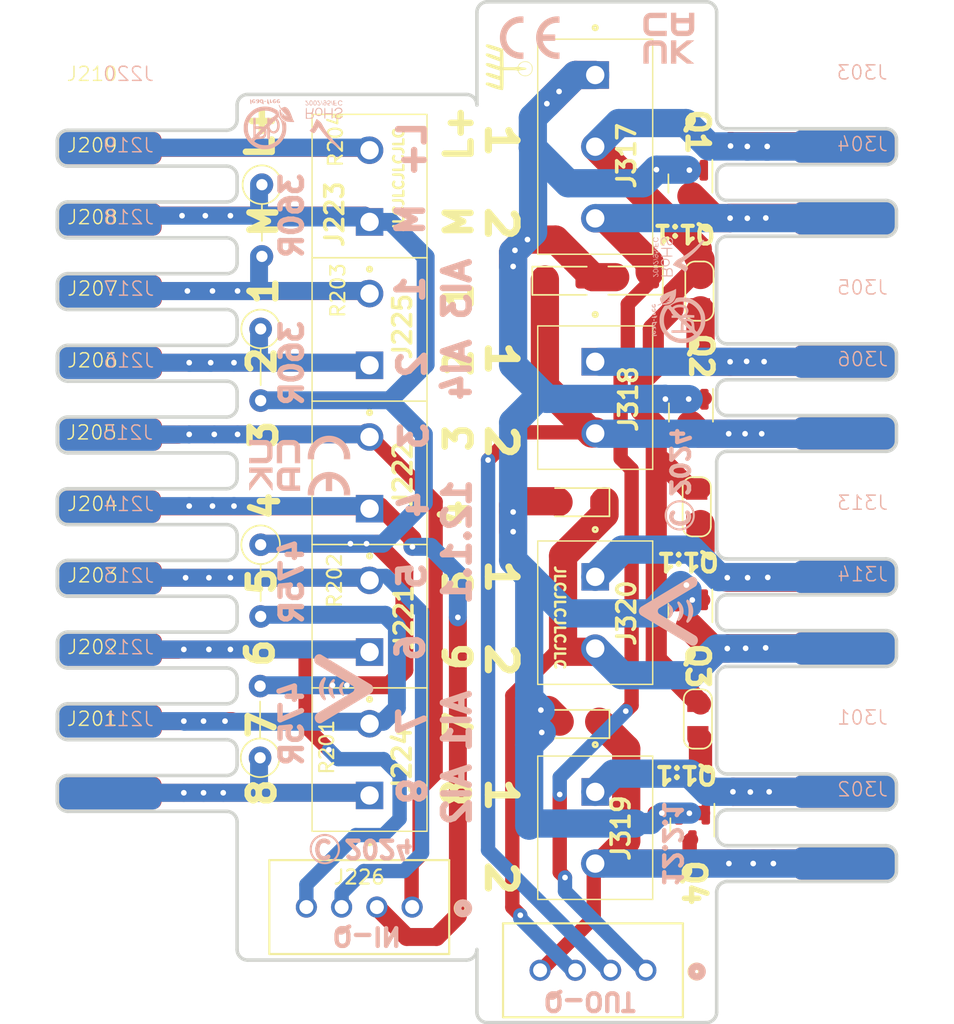
<source format=kicad_pcb>
(kicad_pcb (version 20221018) (generator pcbnew)
  (layers (0 "F.Cu" signal) (31 "B.Cu" signal) (34 "B.Paste" user) (35 "F.Paste" user) (36 "B.SilkS" user "B.Silkscreen") (37 "F.SilkS" user "F.Silkscreen") (38 "B.Mask" user) (39 "F.Mask" user) (44 "Edge.Cuts" user))
  (net 0 "")
  (net 1 "Net-(J306-Pin_1)")
  (net 2 "GNDPWR")
  (net 3 "Net-(J314-Pin_1)")
  (net 4 "Net-(J302-Pin_1)")
  (net 5 "Net-(J304-Pin_1)")
  (net 6 "Net-(J203-Pin_1)")
  (net 7 "Net-(J204-Pin_1)")
  (net 8 "Net-(J205-Pin_1)")
  (net 9 "Net-(J206-Pin_1)")
  (net 10 "M")
  (net 11 "Net-(J210-Pin_1)")
  (net 12 "Net-(J201-Pin_1)")
  (net 13 "Net-(J202-Pin_1)")
  (net 14 "Net-(J207-Pin_1)")
  (net 15 "Net-(J208-Pin_1)")
  (net 16 "Net-(J301-Pin_1)")
  (net 17 "Net-(J303-Pin_1)")
  (net 18 "Net-(J305-Pin_1)")
  (net 19 "Net-(J313-Pin_1)")
  (footprint "Resistor_THT:R_Axial_DIN0207_L6.3mm_D2.5mm_P5.08mm_Vertical" (layer "F.Cu") (at 129.77825 89.942224 -90)
    (fp_text reference "R203")
    (fp_text value "475R")
  )
  (footprint "PCB_Library:Conn_pin_PLC" (layer "F.Cu") (at 169.84 117.98)
    (fp_text reference "J307" hide)
    (fp_text value "Conn_01x01_PAD")
  )
  (footprint "PCB_Library:1729128" (layer "F.Cu") (at 153.5 92.27 -90)
    (fp_text reference "J318")
    (fp_text value " DB128L-5.08-2P-BK-S" hide)
  )
  (footprint "Package_TO_SOT_SMD:SOT-23" (layer "F.Cu") (at 160.38825 125.265 -90)
    (fp_text reference "D305" hide)
    (fp_text value "BAT54C")
  )
  (footprint "PCB_Library:Conn_pin_PLC" (layer "F.Cu") (at 117.85 112.984446)
    (fp_text reference "J202")
    (fp_text value "Conn_01x01_PAD")
  )
  (footprint "PCB_Library:Conn_pin_PLC" (layer "F.Cu") (at 117.83 118.072224)
    (fp_text reference "J201")
    (fp_text value "Conn_01x01_PAD")
  )
  (footprint "PCB_Library:XY128V-A-5.08-3P" (layer "F.Cu") (at 153.5 71.95 -90)
    (fp_text reference "J317")
    (fp_text value "DB128L-5.08-3P-BK-S" hide)
  )
  (footprint "Diode_SMD:D_SOD-123F" (layer "F.Cu") (at 151.25 86.53)
    (fp_text reference "D301" hide)
    (fp_text value "SMF24CA")
  )
  (footprint "PCB_Library:Conn_pin_PLC" (layer "F.Cu") (at 117.85 102.83889)
    (fp_text reference "J204")
    (fp_text value "Conn_01x01_PAD")
  )
  (footprint "PCB_Library:Conn_pin_PLC" (layer "F.Cu") (at 117.83 72.372224)
    (fp_text reference "J210")
    (fp_text value "Conn_01x01_PAD")
  )
  (footprint "PCB_Library:Conn_pin_PLC" (layer "F.Cu") (at 169.85 102.76)
    (fp_text reference "J315" hide)
    (fp_text value "Conn_01x01_PAD")
  )
  (footprint "PCB_Library:1729128" (layer "F.Cu") (at 137.5 102.68 90)
    (fp_text reference "J222")
    (fp_text value "DB128L-5.08-2P-BK-S" hide)
  )
  (footprint "PCB_Library:Conn_pin_PLC" (layer "F.Cu") (at 117.86 92.673334)
    (fp_text reference "J206")
    (fp_text value "Conn_01x01_PAD")
  )
  (footprint "Diode_SMD:D_SOD-123F" (layer "F.Cu") (at 152.3 102.22 180)
    (fp_text reference "D302" hide)
    (fp_text value "SMF24CA")
  )
  (footprint "Resistor_THT:R_Axial_DIN0207_L6.3mm_D2.5mm_P5.08mm_Vertical" (layer "F.Cu") (at 129.77825 105.237224 -90)
    (fp_text reference "R202")
    (fp_text value "360R")
  )
  (footprint "PCB_Library:Conn_pin_PLC" (layer "F.Cu") (at 117.86 87.585556)
    (fp_text reference "J207")
    (fp_text value "Conn_01x01_PAD")
  )
  (footprint "Resistor_THT:R_Axial_DIN0207_L6.3mm_D2.5mm_P5.08mm_Vertical" (layer "F.Cu") (at 129.73825 120.332224 90)
    (fp_text reference "R201")
    (fp_text value "360R")
  )
  (footprint "PCB_Library:1729128" (layer "F.Cu") (at 137.5 92.52 90)
    (fp_text reference "J225")
    (fp_text value "DB128L-5.08-2P-BK-S" hide)
  )
  (footprint "Package_TO_SOT_SMD:SOT-23" (layer "F.Cu") (at 160.28825 95.865 -90)
    (fp_text reference "D308" hide)
    (fp_text value "BAT54C")
  )
  (footprint "PCB_Library:SolderJumper-2_P2.6mm_Open_RoundedPad2.0x3mm" (layer "F.Cu") (at 160.77825 117.585 -90)
    (fp_text reference "JP303" hide)
    (fp_text value "SolderJumper_2_Open_PCB")
  )
  (footprint "Package_TO_SOT_SMD:SOT-23" (layer "F.Cu") (at 160.24825 79.635 -90)
    (fp_text reference "D307" hide)
    (fp_text value "BAT54C")
  )
  (footprint "PCB_Library:Conn_pin_PLC" (layer "F.Cu") (at 169.83 87.5)
    (fp_text reference "J311" hide)
    (fp_text value "Conn_01x01_PAD")
  )
  (footprint "PCB_Library:Conn_pin_PLC" (layer "F.Cu") (at 169.82 77.35)
    (fp_text reference "J310" hide)
    (fp_text value "Conn_01x01_PAD")
  )
  (footprint "PCB_Library:SolderJumper-2_P2.6mm_Open_RoundedPad2.0x3mm" (layer "F.Cu") (at 160.88825 87.265 -90)
    (fp_text reference "JP301" hide)
    (fp_text value "SolderJumper_2_Open_PCB")
  )
  (footprint "Diode_SMD:D_SOD-123F" (layer "F.Cu") (at 156.08 86.52 180)
    (fp_text reference "D304" hide)
    (fp_text value "SMF24CA")
  )
  (footprint "PCB_Library:1729128" (layer "F.Cu") (at 153.5 122.75 -90)
    (fp_text reference "J319")
    (fp_text value "DB128L-5.08-2P-BK-S" hide)
  )
  (footprint "PCB_Library:SolderJumper-2_P2.6mm_Open_RoundedPad2.0x3mm" (layer "F.Cu") (at 160.69825 102.545 -90)
    (fp_text reference "JP302" hide)
    (fp_text value "SolderJumper_2_Open_PCB")
  )
  (footprint "PCB_Library:1729128" (layer "F.Cu") (at 137.5 82.36 90)
    (fp_text reference "J223")
    (fp_text value "DB128L-5.08-2P-BK-S" hide)
  )
  (footprint "PCB_Library:Conn_pin_PLC" (layer "F.Cu") (at 169.84825 107.815)
    (fp_text reference "J316" hide)
    (fp_text value "Conn_01x01_PAD")
  )
  (footprint "PCB_Library:Conn_pin_PLC" (layer "F.Cu") (at 117.83 77.43)
    (fp_text reference "J209")
    (fp_text value "Conn_01x01_PAD")
  )
  (footprint "PCB_Library:1729128" (layer "F.Cu") (at 137.5 123 90)
    (fp_text reference "J224")
    (fp_text value " DB128L-5.08-2P-BK-S" hide)
  )
  (footprint "PCB_Library:Conn_pin_PLC" (layer "F.Cu") (at 169.82 72.27)
    (fp_text reference "J309" hide)
    (fp_text value "Conn_01x01_PAD")
  )
  (footprint "PCB_Library:Conn_pin_PLC" (layer "F.Cu") (at 169.85 92.59)
    (fp_text reference "J312" hide)
    (fp_text value "Conn_01x01_PAD")
  )
  (footprint "PCB_Library:1729128" (layer "F.Cu") (at 137.5 112.84 90)
    (fp_text reference "J221")
    (fp_text value "DB128L-5.08-2P-BK-S" hide)
  )
  (footprint "PCB_Library:CONN_B04B-XASK-1_JST" (layer "F.Cu") (at 140.52 130.91)
    (fp_text reference "J226")
    (fp_text value "B04B-XASK-1")
  )
  (footprint "PCB_Library:Conn_pin_PLC" (layer "F.Cu") (at 117.85 82.527778)
    (fp_text reference "J208")
    (fp_text value "Conn_01x01_PAD")
  )
  (footprint "PCB_Library:Conn_pin_PLC" (layer "F.Cu") (at 169.84 123.07)
    (fp_text reference "J308" hide)
    (fp_text value "Conn_01x01_PAD")
  )
  (footprint "PCB_Library:Conn_pin_PLC" (layer "F.Cu") (at 117.86 107.906668)
    (fp_text reference "J203")
    (fp_text value "Conn_01x01_PAD")
  )
  (footprint "Package_TO_SOT_SMD:SOT-23" (layer "F.Cu") (at 160.24825 110.075 -90)
    (fp_text reference "D306" hide)
    (fp_text value "BAT54C")
  )
  (footprint "Resistor_THT:R_Axial_DIN0207_L6.3mm_D2.5mm_P5.08mm_Vertical" (layer "F.Cu") (at 129.86825 79.722224 -90)
    (fp_text reference "R204")
    (fp_text value "475R")
  )
  (footprint "Diode_SMD:D_SOD-123F" (layer "F.Cu") (at 152.3 117.94 180)
    (fp_text reference "D303" hide)
    (fp_text value "SMF24CA")
  )
  (footprint "PCB_Library:CONN_B04B-XASK-1_JST" (layer "F.Cu") (at 157.09 135.39)
    (fp_text reference "J321" hide)
    (fp_text value "B04B-XASK-1")
  )
  (footprint "PCB_Library:Conn_pin_PLC" (layer "F.Cu") (at 117.78 97.781112)
    (fp_text reference "J205")
    (fp_text value "Conn_01x01_PAD")
  )
  (footprint "PCB_Library:1729128" (layer "F.Cu") (at 153.5 107.51 -90)
    (fp_text reference "J320")
    (fp_text value "DB128L-5.08-2P-BK-S" hide)
  )
  (footprint "LOGO" (layer "B.Cu") (at 130.81 99.65 -90)
    (fp_text reference "G***" hide)
    (fp_text value "LOGO" hide)
  )
  (footprint "PCB_Library:Conn_pin_PLC" (layer "B.Cu") (at 120.4265 113.002224 180)
    (fp_text reference "J212")
    (fp_text value "Conn_01x01_PAD")
  )
  (footprint "PCB_Library:Conn_pin_PLC" (layer "B.Cu") (at 120.3565 97.792224 180)
    (fp_text reference "J215")
    (fp_text value "Conn_01x01_PAD")
  )
  (footprint "PCB_Library:Conn_pin_PLC" (layer "B.Cu") (at 172.4565 102.76 180)
    (fp_text reference "J313")
    (fp_text value "Conn_01x01_PAD")
  )
  (footprint "LOGO" (layer "B.Cu") (at 159.40825 87.195 90)
    (fp_text reference "G***" hide)
    (fp_text value "LOGO" hide)
  )
  (footprint "PCB_Library:Conn_pin_PLC" (layer "B.Cu") (at 120.4365 92.682224 180)
    (fp_text reference "J216")
    (fp_text value "Conn_01x01_PAD")
  )
  (footprint "PCB_Library:Conn_pin_PLC" (layer "B.Cu") (at 172.4265 72.27 180)
    (fp_text reference "J303")
    (fp_text value "Conn_01x01_PAD")
  )
  (footprint "PCB_Library:Conn_pin_PLC" (layer "B.Cu") (at 172.4665 107.83 180)
    (fp_text reference "J314")
    (fp_text value "Conn_01x01_PAD")
  )
  (footprint "PCB_Library:Conn_pin_PLC" (layer "B.Cu") (at 172.4565 123.07 180)
    (fp_text reference "J302")
    (fp_text value "Conn_01x01_PAD")
  )
  (footprint "PCB_Library:Conn_pin_PLC" (layer "B.Cu") (at 172.4465 87.51 180)
    (fp_text reference "J305")
    (fp_text value "Conn_01x01_PAD")
  )
  (footprint "LOGO" (layer "B.Cu") (at 158.75825 69.305)
    (fp_text reference "G***" hide)
    (fp_text value "LOGO" hide)
  )
  (footprint "PCB_Library:Conn_pin_PLC" (layer "B.Cu") (at 120.4365 107.922224 180)
    (fp_text reference "J213")
    (fp_text value "Conn_01x01_PAD")
  )
  (footprint "PCB_Library:Conn_pin_PLC" (layer "B.Cu") (at 172.45 77.35 180)
    (fp_text reference "J304")
    (fp_text value "Conn_01x01_PAD")
  )
  (footprint "PCB_Library:Conn_pin_PLC" (layer "B.Cu") (at 120.4065 77.432224 180)
    (fp_text reference "J219")
    (fp_text value "Conn_01x01_PAD")
  )
  (footprint "LOGO" (layer "B.Cu") (at 149.179126 69.158144)
    (fp_text reference "G***" hide)
    (fp_text value "LOGO" hide)
  )
  (footprint "PCB_Library:Conn_pin_PLC" (layer "B.Cu") (at 120.4265 102.852224 180)
    (fp_text reference "J214")
    (fp_text value "Conn_01x01_PAD")
  )
  (footprint "PCB_Library:Conn_pin_PLC" (layer "B.Cu") (at 120.4265 82.532224 180)
    (fp_text reference "J218")
    (fp_text value "Conn_01x01_PAD")
  )
  (footprint "LOGO" (layer "B.Cu") (at 134.77 99.95 -90)
    (fp_text reference "G***" hide)
    (fp_text value "LOGO" hide)
  )
  (footprint "PCB_Library:Conn_pin_PLC" (layer "B.Cu") (at 172.4465 117.98 180)
    (fp_text reference "J301")
    (fp_text value "Conn_01x01_PAD")
  )
  (footprint "PCB_Library:Conn_pin_PLC" (layer "B.Cu") (at 120.4065 72.372224 180)
    (fp_text reference "J220")
    (fp_text value "Conn_01x01_PAD")
  )
  (footprint "LOGO" (layer "B.Cu") (at 132.07825 75.443224)
    (fp_text reference "G***" hide)
    (fp_text value "LOGO" hide)
  )
  (footprint "PCB_Library:Conn_pin_PLC" (layer "B.Cu") (at 120.4365 87.592224 180)
    (fp_text reference "J217")
    (fp_text value "Conn_01x01_PAD")
  )
  (footprint "PCB_Library:Conn_pin_PLC" (layer "B.Cu") (at 172.4665 92.59 180)
    (fp_text reference "J306")
    (fp_text value "Conn_01x01_PAD")
  )
  (footprint "PCB_Library:Conn_pin_PLC" (layer "B.Cu") (at 120.4065 118.092224 180)
    (fp_text reference "J211")
    (fp_text value "Conn_01x01_PAD")
  )
  (gr_line (start 157.894725 110.121757) (end 157.919331 110.138028) (stroke (width 0.00496)) (layer "B.SilkS"))
  (gr_poly (pts (xy 133.575642 113.377657) (xy 133.576103 113.357872) (xy 133.577472 113.338347) (xy 133.579726 113.319105) (xy 133.582841 113.300171) (xy 133.586797 113.281568) (xy 133.591569 113.263321) (xy 133.597135 113.245454) (xy 133.603473 113.227991) (xy 133.610559 113.210957) (xy 133.618372 113.194376) (xy 133.626888 113.178271) (xy 133.636085 113.162667) (xy 133.64594 113.147589) (xy 133.65643 113.13306) (xy 133.667533 113.119105) (xy 133.679226 113.105748) (xy 133.691487 113.093012) (xy 133.704292 113.080923) (xy 133.71762 113.069505) (xy 133.731446 113.058781) (xy 133.74575 113.048776) (xy 133.760507 113.039514) (xy 133.775696 113.031019) (xy 133.791294 113.023315) (xy 133.807277 113.016428) (xy 133.823624 113.01038) (xy 133.840312 113.005196) (xy 133.857318 113.0009) (xy 133.874619 112.997517) (xy 133.892192 112.995071) (xy 133.910016 112.993585) (xy 133.928067 112.993085) (xy 133.936802 112.993188) (xy 133.945519 112.993526) (xy 133.954215 112.994096) (xy 133.962885 112.994899) (xy 133.971524 112.995932) (xy 133.980127 112.997196) (xy 133.988691 112.998688) (xy 133.99721 113.000408) (xy 134.00568 113.002355) (xy 134.014096 113.004529) (xy 134.022454 113.006927) (xy 134.030749 113.009549) (xy 134.038977 113.012394) (xy 134.047133 113.015461) (xy 134.055212 113.01875) (xy 134.06321 113.022258) (xy 134.129282 113.061942) (xy 137.385245 115.015361) (xy 137.568601 115.125891) (xy 137.604518 115.147322) (xy 137.607098 115.148909) (xy 137.625044 115.162516) (xy 137.642028 115.177084) (xy 137.658022 115.192559) (xy 137.673001 115.208889) (xy 137.686936 115.226023) (xy 137.699802 115.243908) (xy 137.71157 115.26249) (xy 137.722214 115.281719) (xy 137.731708 115.301541) (xy 137.740022 115.321905) (xy 137.747132 115.342757) (xy 137.75301 115.364046) (xy 137.757629 115.385719) (xy 137.760961 115.407724) (xy 137.76298 115.430008) (xy 137.763659 115.452519) (xy 137.76298 115.47503) (xy 137.760961 115.497314) (xy 137.757629 115.519318) (xy 137.75301 115.540991) (xy 137.747132 115.56228) (xy 137.740022 115.583133) (xy 137.731708 115.603496) (xy 137.722214 115.623318) (xy 137.71157 115.642547) (xy 137.699802 115.66113) (xy 137.686936 115.679014) (xy 137.673001 115.696148) (xy 137.658022 115.712478) (xy 137.642028 115.727954) (xy 137.625044 115.742521) (xy 137.607098 115.756128) (xy 137.60676 115.756329) (xy 137.606427 115.756536) (xy 137.606098 115.75675) (xy 137.605773 115.75697) (xy 137.605452 115.757196) (xy 137.605136 115.757429) (xy 137.604825 115.757669) (xy 137.604518 115.757914) (xy 137.568601 115.779345) (xy 137.384848 115.889676) (xy 134.160834 117.824244) (xy 134.105867 117.857383) (xy 134.097521 117.861322) (xy 134.08908 117.865018) (xy 134.080547 117.86847) (xy 134.071929 117.871676) (xy 134.06323 117.874635) (xy 134.054457 117.877345) (xy 134.045614 117.879806) (xy 134.036707 117.882017) (xy 134.027741 117.883975) (xy 134.018722 117.88568) (xy 134.009655 117.887131) (xy 134.000545 117.888325) (xy 133.991398 117.889263) (xy 133.982218 117.889943) (xy 133.973013 117.890363) (xy 133.963786 117.890522) (xy 133.945629 117.89002) (xy 133.927713 117.888531) (xy 133.910057 117.886079) (xy 133.892686 117.882687) (xy 133.87562 117.878381) (xy 133.858883 117.873185) (xy 133.842495 117.867122) (xy 133.826479 117.860217) (xy 133.810858 117.852494) (xy 133.795652 117.843977) (xy 133.780886 117.83469) (xy 133.766579 117.824658) (xy 133.752755 117.813905) (xy 133.739436 117.802455) (xy 133.726643 117.790333) (xy 133.714399 117.777561) (xy 133.702726 117.764165) (xy 133.691646 117.75017) (xy 133.681182 117.735598) (xy 133.671354 117.720474) (xy 133.662185 117.704823) (xy 133.653698 117.688668) (xy 133.645915 117.672034) (xy 133.638857 117.654945) (xy 133.632546 117.637426) (xy 133.627005 117.6195) (xy 133.622256 117.601191) (xy 133.618321 117.582524) (xy 133.615222 117.563524) (xy 133.612981 117.544213) (xy 133.611621 117.524617) (xy 133.611162 117.504759) (xy 133.611533 117.482501) (xy 133.613133 117.46042) (xy 133.61594 117.438562) (xy 133.619934 117.416973) (xy 133.625093 117.395698) (xy 133.631398 117.374782) (xy 133.638827 117.354271) (xy 133.64736 117.334211) (xy 133.656975 117.314646) (xy 133.667652 117.295622) (xy 133.67937 117.277186) (xy 133.692108 117.259381) (xy 133.705846 117.242255) (xy 133.720562 117.225851) (xy 133.736236 117.210216) (xy 133.752846 117.195395) (xy 133.753839 117.195395) (xy 133.837976 117.144198) (xy 136.275186 115.681714) (xy 136.28159 115.678827) (xy 136.287889 115.675732) (xy 136.294079 115.67243) (xy 136.300154 115.668926) (xy 136.306109 115.665222) (xy 136.31194 115.661321) (xy 136.317641 115.657226) (xy 136.323207 115.652941) (xy 136.333952 115.643621) (xy 136.344121 115.633783) (xy 136.353699 115.623454) (xy 136.362674 115.612661) (xy 136.371032 115.601432) (xy 136.378759 115.589795) (xy 136.385842 115.577777) (xy 136.392269 115.565405) (xy 136.398024 115.552708) (xy 136.403096 115.539712) (xy 136.40747 115.526446) (xy 136.411134 115.512936) (xy 136.414074 115.499211) (xy 136.416276 115.485297) (xy 136.417727 115.471223) (xy 136.418414 115.457016) (xy 136.418326 115.442792) (xy 136.417468 115.42867) (xy 136.415854 115.414676) (xy 136.413495 115.400839) (xy 136.410403 115.387187) (xy 136.406592 115.373748) (xy 136.402072 115.36055) (xy 136.396856 115.347622) (xy 136.390956 115.334991) (xy 136.384385 115.322685) (xy 136.377155 115.310733) (xy 136.369278 115.299162) (xy 136.360765 115.288001) (xy 136.351631 115.277277) (xy 136.341885 115.26702) (xy 136.331542 115.257256) (xy 136.303562 115.239199) (xy 136.280345 115.224117) (xy 136.276441 115.222334) (xy 136.272482 115.22057) (xy 136.268485 115.218843) (xy 136.26447 115.217172) (xy 133.780826 113.727105) (xy 133.768916 113.720472) (xy 133.7573 113.71346) (xy 133.745986 113.706081) (xy 133.734979 113.698344) (xy 133.724284 113.690259) (xy 133.713909 113.681837) (xy 133.703858 113.673087) (xy 133.694139 113.66402) (xy 133.684756 113.654646) (xy 133.675716 113.644975) (xy 133.667025 113.635017) (xy 133.658689 113.624783) (xy 133.650713 113.614283) (xy 133.643104 113.603526) (xy 133.635868 113.592523) (xy 133.62901 113.581284) (xy 133.622537 113.569819) (xy 133.616454 113.558138) (xy 133.610768 113.546252) (xy 133.605484 113.534171) (xy 133.600609 113.521905) (xy 133.596148 113.509463) (xy 133.592108 113.496857) (xy 133.588493 113.484096) (xy 133.585311 113.47119) (xy 133.582568 113.45815) (xy 133.580268 113.444986) (xy 133.578419 113.431708) (xy 133.577025 113.418325) (xy 133.576094 113.404849) (xy 133.575631 113.39129)) (fill solid) (layer "B.SilkS"))
  (gr_poly (pts (xy 135.330386 115.405765) (xy 135.333798 115.369939) (xy 135.339404 115.334775) (xy 135.34714 115.300324) (xy 135.356939 115.266638) (xy 135.368737 115.233769) (xy 135.382468 115.201769) (xy 135.398067 115.170688) (xy 135.415468 115.14058) (xy 135.434605 115.111496) (xy 135.455414 115.083487) (xy 135.477829 115.056605) (xy 135.501785 115.030903) (xy 135.527216 115.006431) (xy 135.554057 114.983242) (xy 135.582242 114.961387) (xy 135.602085 114.946901) (xy 135.60407 114.946901) (xy 135.605669 114.946182) (xy 135.607283 114.945501) (xy 135.608911 114.94486) (xy 135.610553 114.944258) (xy 135.612208 114.943695) (xy 135.613875 114.943171) (xy 135.615553 114.942688) (xy 135.617243 114.942244) (xy 135.618942 114.941841) (xy 135.62065 114.941477) (xy 135.622368 114.941155) (xy 135.624093 114.940872) (xy 135.625825 114.940631) (xy 135.627563 114.94043) (xy 135.629308 114.940271) (xy 135.631057 114.940153) (xy 135.63425 114.940224) (xy 135.637409 114.940436) (xy 135.640533 114.940787) (xy 135.643618 114.941274) (xy 135.64666 114.941894) (xy 135.649656 114.942644) (xy 135.652602 114.943521) (xy 135.655496 114.944523) (xy 135.658334 114.945646) (xy 135.661112 114.946888) (xy 135.663827 114.948246) (xy 135.666475 114.949717) (xy 135.669054 114.951299) (xy 135.67156 114.952987) (xy 135.67399 114.954781) (xy 135.67634 114.956675) (xy 135.678606 114.958669) (xy 135.680786 114.960759) (xy 135.682875 114.962941) (xy 135.684872 114.965215) (xy 135.686771 114.967575) (xy 135.688571 114.97002) (xy 135.690267 114.972547) (xy 135.691856 114.975152) (xy 135.693334 114.977834) (xy 135.694699 114.980588) (xy 135.695947 114.983414) (xy 135.697075 114.986306) (xy 135.698078 114.989263) (xy 135.698954 114.992282) (xy 135.6997 114.99536) (xy 135.700312 114.998494) (xy 135.700654 115.000159) (xy 135.700948 115.001833) (xy 135.701194 115.003514) (xy 135.701392 115.005201) (xy 135.701542 115.006893) (xy 135.701643 115.008588) (xy 135.701697 115.010287) (xy 135.701701 115.011988) (xy 135.701701 115.013178) (xy 135.701797 115.014466) (xy 135.701866 115.015756) (xy 135.701908 115.017047) (xy 135.701921 115.018338) (xy 135.701908 115.019629) (xy 135.701866 115.020919) (xy 135.701797 115.022209) (xy 135.701701 115.023497) (xy 135.701399 115.0245) (xy 135.701113 115.025508) (xy 135.700841 115.026519) (xy 135.700585 115.027535) (xy 135.700345 115.028554) (xy 135.70012 115.029577) (xy 135.699911 115.030603) (xy 135.699717 115.031633) (xy 135.697335 115.037586) (xy 135.697079 115.03831) (xy 135.696804 115.039026) (xy 135.696509 115.039734) (xy 135.696196 115.040434) (xy 135.695864 115.041125) (xy 135.695513 115.041807) (xy 135.695143 115.04248) (xy 135.694756 115.043142) (xy 135.69374 115.044557) (xy 135.692771 115.045973) (xy 135.69184 115.047394) (xy 135.690936 115.048823) (xy 135.689175 115.051709) (xy 135.687414 115.054652) (xy 135.687059 115.055203) (xy 135.686691 115.055747) (xy 135.686312 115.056281) (xy 135.68592 115.056807) (xy 135.685517 115.057324) (xy 135.685102 115.057832) (xy 135.684676 115.05833) (xy 135.684238 115.058819) (xy 135.683214 115.059999) (xy 135.68217 115.061161) (xy 135.681106 115.062305) (xy 135.680023 115.063432) (xy 135.678922 115.064539) (xy 135.677802 115.065628) (xy 135.676664 115.066698) (xy 135.675507 115.067749) (xy 135.676143 115.06729) (xy 135.67677 115.06682) (xy 135.67739 115.06634) (xy 135.678001 115.06585) (xy 135.678603 115.06535) (xy 135.679197 115.064839) (xy 135.679782 115.064319) (xy 135.680358 115.06379) (xy 135.680926 115.06325) (xy 135.681484 115.062702) (xy 135.682033 115.062143) (xy 135.682572 115.061576) (xy 135.683103 115.060999) (xy 135.683623 115.060414) (xy 135.684134 115.059819) (xy 135.684635 115.059216) (xy 135.660829 115.104843) (xy 135.640242 115.151572) (xy 135.622871 115.199242) (xy 135.608718 115.247694) (xy 135.597779 115.296766) (xy 135.590056 115.3463) (xy 135.585546 115.396134) (xy 135.584248 115.446108) (xy 135.586162 115.496063) (xy 135.591286 115.545837) (xy 135.59962 115.595272) (xy 135.611162 115.644206) (xy 135.625912 115.692479) (xy 135.643869 115.739932) (xy 135.665031 115.786403) (xy 135.689398 115.831733) (xy 135.689953 115.832448) (xy 135.690485 115.833179) (xy 135.690994 115.833927) (xy 135.691478 115.83469) (xy 135.691938 115.835467) (xy 135.692373 115.83626) (xy 135.692783 115.837066) (xy 135.693168 115.837885) (xy 135.69432 115.839919) (xy 135.695401 115.841988) (xy 135.696409 115.844088) (xy 135.697344 115.846218) (xy 135.698206 115.848375) (xy 135.698994 115.850559) (xy 135.699707 115.852767) (xy 135.700346 115.854997) (xy 135.700909 115.857248) (xy 135.701396 115.859516) (xy 135.701806 115.861801) (xy 135.70214 115.864101) (xy 135.702396 115.866413) (xy 135.702574 115.868736) (xy 135.702673 115.871067) (xy 135.702693 115.873405) (xy 135.702646 115.876886) (xy 135.702428 115.880345) (xy 135.702041 115.883777) (xy 135.701486 115.887175) (xy 135.700767 115.890534) (xy 135.699886 115.893848) (xy 135.698845 115.897111) (xy 135.697647 115.900318) (xy 135.696293 115.903463) (xy 135.694787 115.906539) (xy 135.69313 115.909541) (xy 135.691325 115.912464) (xy 135.689374 115.915301) (xy 135.687279 115.918046) (xy 135.685044 115.920695) (xy 135.682669 115.92324) (xy 135.680171 115.925665) (xy 135.677567 115.927953) (xy 135.674864 115.930101) (xy 135.672066 115.932108) (xy 135.669179 115.933971) (xy 135.666211 115.935687) (xy 135.663165 115.937254) (xy 135.660048 115.938669) (xy 135.656865 115.939931) (xy 135.653623 115.941036) (xy 135.650327 115.941983) (xy 135.646983 115.942768) (xy 135.643597 115.943389) (xy 135.640174 115.943845) (xy 135.636719 115.944132) (xy 135.63324 115.944247) (xy 135.631135 115.944201) (xy 135.629036 115.94409) (xy 135.626944 115.943914) (xy 135.624862 115.943673) (xy 135.622789 115.943369) (xy 135.620729 115.943001) (xy 135.618682 115.942571) (xy 135.616649 115.942077) (xy 135.614633 115.941521) (xy 135.612634 115.940903) (xy 135.610654 115.940223) (xy 135.608695 115.939482) (xy 135.606758 115.93868) (xy 135.604844 115.937818) (xy 135.602956 115.936895) (xy 135.601093 115.935913) (xy 135.599373 115.93477) (xy 135.597639 115.933581) (xy 135.595896 115.932355) (xy 135.594148 115.931101) (xy 135.590657 115.928546) (xy 135.587203 115.925991) (xy 135.558504 115.90407) (xy 135.531166 115.880762) (xy 135.505257 115.856126) (xy 135.480843 115.830223) (xy 135.457994 115.803112) (xy 135.436776 115.774853) (xy 135.417257 115.745504) (xy 135.399506 115.715126) (xy 135.383589 115.683779) (xy 135.369574 115.651521) (xy 135.35753 115.618413) (xy 135.347524 115.584514) (xy 135.339624 115.549884) (xy 135.333897 115.514582) (xy 135.331869 115.496697) (xy 135.330411 115.478667) (xy 135.32953 115.460499) (xy 135.329234 115.4422)) (fill solid) (layer "B.SilkS"))
  (gr_circle (center 134.33 126.8) (end 134.33 125.8) (stroke (width 0.15)) (fill none) (layer "B.SilkS"))
  (gr_poly (pts (xy 160.450464 110.004575) (xy 160.445942 110.06337) (xy 160.438508 110.121054) (xy 160.428245 110.177545) (xy 160.415235 110.232764) (xy 160.399562 110.286628) (xy 160.381309 110.339057) (xy 160.360559 110.38997) (xy 160.337395 110.439285) (xy 160.311901 110.486921) (xy 160.284159 110.532797) (xy 160.254252 110.576833) (xy 160.222265 110.618946) (xy 160.188279 110.659057) (xy 160.152378 110.697083) (xy 160.114645 110.732944) (xy 160.114645 110.734135) (xy 160.108112 110.739973) (xy 160.101375 110.745867) (xy 160.087658 110.757749) (xy 160.087354 110.757976) (xy 160.087044 110.758196) (xy 160.086729 110.758407) (xy 160.086409 110.75861) (xy 160.086084 110.758804) (xy 160.085753 110.75899) (xy 160.085418 110.759168) (xy 160.085078 110.759337) (xy 160.083032 110.760435) (xy 160.080957 110.761471) (xy 160.078856 110.762445) (xy 160.076729 110.763356) (xy 160.074578 110.764204) (xy 160.072406 110.764989) (xy 160.070212 110.76571) (xy 160.067998 110.766366) (xy 160.065767 110.766958) (xy 160.063518 110.767485) (xy 160.061255 110.767946) (xy 160.058977 110.768342) (xy 160.056687 110.768671) (xy 160.054386 110.768934) (xy 160.052075 110.76913) (xy 160.049756 110.769258) (xy 160.045464 110.769138) (xy 160.041221 110.768781) (xy 160.037031 110.768193) (xy 160.0329 110.767378) (xy 160.028831 110.766342) (xy 160.024828 110.765089) (xy 160.020896 110.763626) (xy 160.017039 110.761956) (xy 160.013261 110.760086) (xy 160.009566 110.75802) (xy 160.005959 110.755763) (xy 160.002443 110.753321) (xy 159.999023 110.750698) (xy 159.995704 110.7479) (xy 159.992488 110.744932) (xy 159.989382 110.741799) (xy 159.986388 110.738506) (xy 159.983511 110.735059) (xy 159.980755 110.731461) (xy 159.978125 110.72772) (xy 159.975624 110.723839) (xy 159.973258 110.719823) (xy 159.971029 110.715679) (xy 159.968943 110.71141) (xy 159.967003 110.707023) (xy 159.965214 110.702522) (xy 159.963579 110.697912) (xy 159.962104 110.693199) (xy 159.960793 110.688387) (xy 159.959648 110.683482) (xy 159.958676 110.678489) (xy 159.95788 110.673413) (xy 159.957338 110.670692) (xy 159.956873 110.667958) (xy 159.956484 110.665214) (xy 159.956172 110.66246) (xy 159.955937 110.659699) (xy 159.95578 110.656932) (xy 159.9557 110.65416) (xy 159.955697 110.651386) (xy 159.955697 110.648013) (xy 159.955737 110.645892) (xy 159.955823 110.643773) (xy 159.955954 110.641657) (xy 159.95613 110.639545) (xy 159.956351 110.637437) (xy 159.956617 110.635334) (xy 159.956928 110.633237) (xy 159.957284 110.631146) (xy 159.957307 110.630292) (xy 159.957371 110.629442) (xy 159.957471 110.628597) (xy 159.957604 110.627753) (xy 159.957763 110.626913) (xy 159.957944 110.626074) (xy 159.958351 110.624399) (xy 159.95921 110.621044) (xy 159.959405 110.620201) (xy 159.959582 110.619355) (xy 159.959737 110.618505) (xy 159.959864 110.617652) (xy 159.962841 110.608127) (xy 159.963208 110.606956) (xy 159.963598 110.605793) (xy 159.964011 110.604639) (xy 159.964447 110.603492) (xy 159.964905 110.602355) (xy 159.965385 110.601227) (xy 159.965888 110.600108) (xy 159.966413 110.598999) (xy 159.967753 110.596581) (xy 159.969059 110.594145) (xy 159.970328 110.59169) (xy 159.971562 110.589218) (xy 159.97276 110.586728) (xy 159.973922 110.58422) (xy 159.975047 110.581696) (xy 159.976136 110.579155) (xy 159.976586 110.578269) (xy 159.977056 110.577395) (xy 159.977547 110.576532) (xy 159.978058 110.575682) (xy 159.97859 110.574844) (xy 159.979141 110.574019) (xy 159.979712 110.573207) (xy 159.980303 110.572408) (xy 159.981658 110.570488) (xy 159.983045 110.568592) (xy 159.984463 110.566719) (xy 159.985912 110.56487) (xy 159.987391 110.563046) (xy 159.988901 110.561246) (xy 159.990441 110.559472) (xy 159.992011 110.557723) (xy 159.991143 110.558513) (xy 159.990288 110.559315) (xy 159.989445 110.56013) (xy 159.988615 110.560958) (xy 159.987798 110.561798) (xy 159.986994 110.56265) (xy 159.986204 110.563514) (xy 159.985427 110.564391) (xy 159.984663 110.565279) (xy 159.983913 110.566178) (xy 159.983177 110.56709) (xy 159.982455 110.568012) (xy 159.981747 110.568946) (xy 159.981053 110.569891) (xy 159.980373 110.570847) (xy 159.979708 110.571813) (xy 159.995045 110.538961) (xy 160.009563 110.505093) (xy 160.023239 110.470248) (xy 160.036049 110.43446) (xy 160.047969 110.397767) (xy 160.058976 110.360204) (xy 160.069047 110.321808) (xy 160.078158 110.282615) (xy 160.086285 110.242662) (xy 160.093404 110.201985) (xy 160.099493 110.16062) (xy 160.104528 110.118603) (xy 160.108485 110.075972) (xy 160.111341 110.032762) (xy 160.113071 109.989009) (xy 160.113653 109.94475) (xy 160.113041 109.899593) (xy 160.111223 109.854933) (xy 160.108223 109.810812) (xy 160.104069 109.767273) (xy 160.098786 109.724357) (xy 160.0924 109.682106) (xy 160.084936 109.640562) (xy 160.076421 109.599767) (xy 160.066881 109.559762) (xy 160.056341 109.52059) (xy 160.044827 109.482293) (xy 160.032365 109.444911) (xy 160.018981 109.408488) (xy 160.004701 109.373064) (xy 159.989551 109.338683) (xy 159.973556 109.305385) (xy 159.973157 109.3048) (xy 159.972769 109.304208) (xy 159.972392 109.303609) (xy 159.972027 109.303003) (xy 159.971675 109.302391) (xy 159.971333 109.301772) (xy 159.971004 109.301147) (xy 159.970687 109.300515) (xy 159.970382 109.299878) (xy 159.97009 109.299235) (xy 159.969809 109.298586) (xy 159.969541 109.297932) (xy 159.969286 109.297272) (xy 159.969043 109.296608) (xy 159.968813 109.295939) (xy 159.968595 109.295265) (xy 159.967014 109.291857) (xy 159.965533 109.288411) (xy 159.964154 109.284928) (xy 159.962877 109.28141) (xy 159.961702 109.27786) (xy 159.960631 109.274279) (xy 159.959663 109.270671) (xy 159.958799 109.267038) (xy 159.95804 109.263381) (xy 159.957386 109.259703) (xy 159.956838 109.256006) (xy 159.956395 109.252293) (xy 159.956059 109.248566) (xy 159.955831 109.244826) (xy 159.95571 109.241077) (xy 159.955697 109.237321) (xy 159.955817 109.231331) (xy 159.956175 109.225422) (xy 159.956764 109.2196) (xy 159.957579 109.213873) (xy 159.959861 109.202733) (xy 159.962974 109.192058) (xy 159.966872 109.181907) (xy 159.971509 109.172336) (xy 159.976836 109.163404) (xy 159.982808 109.155168) (xy 159.986022 109.151328) (xy 159.989378 109.147685) (xy 159.992873 109.144244) (xy 159.996499 109.141013) (xy 160.000251 109.137999) (xy 160.004123 109.135209) (xy 160.00811 109.132651) (xy 160.012205 109.130332) (xy 160.016403 109.128259) (xy 160.020697 109.126438) (xy 160.025083 109.124878) (xy 160.029553 109.123586) (xy 160.034103 109.122568) (xy 160.038726 109.121832) (xy 160.043417 109.121385) (xy 160.048169 109.121235) (xy 160.051043 109.121331) (xy 160.053905 109.121531) (xy 160.056753 109.121834) (xy 160.059583 109.122238) (xy 160.062394 109.122744) (xy 160.065181 109.123349) (xy 160.067944 109.124054) (xy 160.070678 109.124857) (xy 160.073382 109.125758) (xy 160.076053 109.126756) (xy 160.078688 109.127849) (xy 160.081284 109.129038) (xy 160.083839 109.130321) (xy 160.08635 109.131698) (xy 160.088814 109.133167) (xy 160.09123 109.134729) (xy 160.093537 109.136681) (xy 160.095843 109.138666) (xy 160.100457 109.142716) (xy 160.105071 109.146839) (xy 160.109684 109.151) (xy 160.147865 109.186924) (xy 160.184215 109.225127) (xy 160.218646 109.265511) (xy 160.251071 109.30798) (xy 160.281404 109.352436) (xy 160.309556 109.398782) (xy 160.335441 109.44692) (xy 160.358972 109.496753) (xy 160.38006 109.548184) (xy 160.39862 109.601114) (xy 160.414564 109.655448) (xy 160.427805 109.711087) (xy 160.438255 109.767934) (xy 160.445827 109.825892) (xy 160.450434 109.884863) (xy 160.451989 109.94475)) (fill solid) (layer "B.SilkS"))
  (gr_poly (pts (xy 159.027048 109.982376) (xy 159.023636 110.018202) (xy 159.01803 110.053366) (xy 159.010294 110.087817) (xy 159.000495 110.121503) (xy 158.988697 110.154372) (xy 158.974966 110.186372) (xy 158.959367 110.217453) (xy 158.941966 110.247561) (xy 158.922829 110.276645) (xy 158.90202 110.304654) (xy 158.879605 110.331536) (xy 158.855649 110.357238) (xy 158.830218 110.38171) (xy 158.803377 110.404899) (xy 158.775192 110.426754) (xy 158.755349 110.44124) (xy 158.753364 110.44124) (xy 158.751765 110.441959) (xy 158.750151 110.44264) (xy 158.748523 110.443281) (xy 158.746881 110.443883) (xy 158.745226 110.444446) (xy 158.743559 110.44497) (xy 158.741881 110.445453) (xy 158.740191 110.445897) (xy 158.738492 110.4463) (xy 158.736784 110.446664) (xy 158.735066 110.446986) (xy 158.733341 110.447269) (xy 158.731609 110.44751) (xy 158.729871 110.447711) (xy 158.728126 110.44787) (xy 158.726377 110.447988) (xy 158.723184 110.447917) (xy 158.720025 110.447705) (xy 158.716901 110.447354) (xy 158.713816 110.446867) (xy 158.710774 110.446247) (xy 158.707778 110.445497) (xy 158.704832 110.44462) (xy 158.701938 110.443618) (xy 158.6991 110.442495) (xy 158.696322 110.441253) (xy 158.693607 110.439895) (xy 158.690959 110.438424) (xy 158.68838 110.436842) (xy 158.685874 110.435154) (xy 158.683444 110.43336) (xy 158.681094 110.431466) (xy 158.678828 110.429472) (xy 158.676648 110.427382) (xy 158.674559 110.4252) (xy 158.672562 110.422926) (xy 158.670663 110.420566) (xy 158.668863 110.418121) (xy 158.667167 110.415594) (xy 158.665578 110.412989) (xy 158.6641 110.410307) (xy 158.662735 110.407553) (xy 158.661487 110.404727) (xy 158.660359 110.401835) (xy 158.659356 110.398878) (xy 158.65848 110.395859) (xy 158.657734 110.392781) (xy 158.657122 110.389647) (xy 158.65678 110.387982) (xy 158.656486 110.386308) (xy 158.65624 110.384627) (xy 158.656042 110.38294) (xy 158.655892 110.381248) (xy 158.655791 110.379553) (xy 158.655737 110.377854) (xy 158.655733 110.376153) (xy 158.655733 110.374963) (xy 158.655637 110.373675) (xy 158.655568 110.372385) (xy 158.655526 110.371094) (xy 158.655513 110.369803) (xy 158.655526 110.368512) (xy 158.655568 110.367222) (xy 158.655637 110.365932) (xy 158.655733 110.364644) (xy 158.656035 110.363641) (xy 158.656321 110.362633) (xy 158.656593 110.361622) (xy 158.656849 110.360606) (xy 158.657089 110.359587) (xy 158.657314 110.358564) (xy 158.657523 110.357538) (xy 158.657717 110.356508) (xy 158.660099 110.350555) (xy 158.660355 110.349831) (xy 158.66063 110.349115) (xy 158.660925 110.348407) (xy 158.661238 110.347707) (xy 158.66157 110.347016) (xy 158.661921 110.346334) (xy 158.662291 110.345661) (xy 158.662678 110.344999) (xy 158.663694 110.343584) (xy 158.664663 110.342168) (xy 158.665594 110.340747) (xy 158.666498 110.339318) (xy 158.668259 110.336432) (xy 158.67002 110.333489) (xy 158.670375 110.332938) (xy 158.670743 110.332394) (xy 158.671122 110.33186) (xy 158.671514 110.331334) (xy 158.671917 110.330817) (xy 158.672332 110.330309) (xy 158.672758 110.329811) (xy 158.673196 110.329322) (xy 158.67422 110.328142) (xy 158.675264 110.32698) (xy 158.676328 110.325836) (xy 158.677411 110.324709) (xy 158.678512 110.323602) (xy 158.679632 110.322513) (xy 158.68077 110.321443) (xy 158.681927 110.320392) (xy 158.681291 110.320851) (xy 158.680664 110.321321) (xy 158.680044 110.321801) (xy 158.679433 110.322291) (xy 158.678831 110.322791) (xy 158.678237 110.323302) (xy 158.677652 110.323822) (xy 158.677076 110.324351) (xy 158.676508 110.324891) (xy 158.67595 110.325439) (xy 158.675401 110.325998) (xy 158.674862 110.326565) (xy 158.674331 110.327142) (xy 158.673811 110.327727) (xy 158.6733 110.328322) (xy 158.672799 110.328925) (xy 158.696605 110.283298) (xy 158.717192 110.236569) (xy 158.734563 110.188899) (xy 158.748716 110.140447) (xy 158.759655 110.091375) (xy 158.767378 110.041841) (xy 158.771888 109.992007) (xy 158.773186 109.942033) (xy 158.771272 109.892078) (xy 158.766148 109.842304) (xy 158.757814 109.792869) (xy 158.746272 109.743935) (xy 158.731522 109.695662) (xy 158.713565 109.648209) (xy 158.692403 109.601738) (xy 158.668036 109.556408) (xy 158.667481 109.555693) (xy 158.666949 109.554962) (xy 158.66644 109.554214) (xy 158.665956 109.553451) (xy 158.665496 109.552674) (xy 158.665061 109.551881) (xy 158.664651 109.551075) (xy 158.664266 109.550256) (xy 158.663114 109.548222) (xy 158.662033 109.546153) (xy 158.661025 109.544053) (xy 158.66009 109.541923) (xy 158.659228 109.539766) (xy 158.65844 109.537582) (xy 158.657727 109.535374) (xy 158.657088 109.533144) (xy 158.656525 109.530893) (xy 158.656038 109.528625) (xy 158.655628 109.52634) (xy 158.655294 109.52404) (xy 158.655038 109.521728) (xy 158.65486 109.519405) (xy 158.654761 109.517074) (xy 158.654741 109.514736) (xy 158.654788 109.511255) (xy 158.655006 109.507796) (xy 158.655393 109.504364) (xy 158.655948 109.500966) (xy 158.656667 109.497607) (xy 158.657548 109.494293) (xy 158.658589 109.49103) (xy 158.659787 109.487823) (xy 158.661141 109.484678) (xy 158.662647 109.481602) (xy 158.664304 109.4786) (xy 158.666109 109.475677) (xy 158.66806 109.47284) (xy 158.670155 109.470095) (xy 158.67239 109.467446) (xy 158.674765 109.464901) (xy 158.677263 109.462476) (xy 158.679867 109.460188) (xy 158.68257 109.45804) (xy 158.685368 109.456033) (xy 158.688255 109.45417) (xy 158.691223 109.452454) (xy 158.694269 109.450887) (xy 158.697386 109.449472) (xy 158.700569 109.44821) (xy 158.703811 109.447105) (xy 158.707107 109.446158) (xy 158.710451 109.445373) (xy 158.713837 109.444752) (xy 158.71726 109.444296) (xy 158.720715 109.444009) (xy 158.724194 109.443894) (xy 158.726299 109.44394) (xy 158.728398 109.444051) (xy 158.73049 109.444227) (xy 158.732572 109.444468) (xy 158.734645 109.444772) (xy 158.736705 109.44514) (xy 158.738752 109.44557) (xy 158.740785 109.446064) (xy 158.742801 109.44662) (xy 158.7448 109.447238) (xy 158.74678 109.447918) (xy 158.748739 109.448659) (xy 158.750676 109.449461) (xy 158.75259 109.450323) (xy 158.754478 109.451246) (xy 158.756341 109.452228) (xy 158.758061 109.453371) (xy 158.759795 109.45456) (xy 158.761538 109.455786) (xy 158.763286 109.45704) (xy 158.766777 109.459595) (xy 158.770231 109.46215) (xy 158.79893 109.484071) (xy 158.826268 109.507379) (xy 158.852177 109.532015) (xy 158.876591 109.557918) (xy 158.89944 109.585029) (xy 158.920658 109.613288) (xy 158.940177 109.642637) (xy 158.957928 109.673015) (xy 158.973845 109.704362) (xy 158.98786 109.73662) (xy 158.999904 109.769728) (xy 159.00991 109.803627) (xy 159.01781 109.838257) (xy 159.023537 109.873559) (xy 159.025565 109.891444) (xy 159.027023 109.909474) (xy 159.027904 109.927642) (xy 159.0282 109.945941)) (fill solid) (layer "B.SilkS"))
  (gr_circle (center 159.492251 103.152999) (end 158.492251 103.152999) (stroke (width 0.15)) (fill none) (layer "B.SilkS"))
  (gr_poly (pts (xy 134.591751 115.398256) (xy 134.595482 115.350675) (xy 134.601769 115.303577) (xy 134.610566 115.257055) (xy 134.621831 115.211205) (xy 134.63552 115.166121) (xy 134.651591 115.121898) (xy 134.67 115.07863) (xy 134.690703 115.036412) (xy 134.713658 114.995339) (xy 134.738821 114.955505) (xy 134.766149 114.917004) (xy 134.795598 114.879931) (xy 134.827126 114.844381) (xy 134.860688 114.810449) (xy 134.896243 114.778229) (xy 134.902264 114.773286) (xy 134.908397 114.768307) (xy 134.914605 114.763327) (xy 134.920849 114.758385) (xy 134.920966 114.758271) (xy 134.921086 114.75816) (xy 134.921209 114.758053) (xy 134.921335 114.757949) (xy 134.921463 114.757849) (xy 134.921595 114.757753) (xy 134.921728 114.75766) (xy 134.921864 114.75757) (xy 134.922003 114.757485) (xy 134.922143 114.757403) (xy 134.922286 114.757325) (xy 134.922431 114.757252) (xy 134.922579 114.757182) (xy 134.922728 114.757116) (xy 134.922879 114.757054) (xy 134.923032 114.756996) (xy 134.924966 114.756005) (xy 134.926923 114.755069) (xy 134.928903 114.754188) (xy 134.930904 114.753362) (xy 134.932926 114.752592) (xy 134.934967 114.751877) (xy 134.937026 114.751218) (xy 134.939102 114.750616) (xy 134.941193 114.750071) (xy 134.943299 114.749582) (xy 134.945418 114.749151) (xy 134.947549 114.748778) (xy 134.949691 114.748462) (xy 134.951843 114.748205) (xy 134.954003 114.748007) (xy 134.956171 114.747867) (xy 134.960266 114.748207) (xy 134.964307 114.748728) (xy 134.96829 114.749427) (xy 134.97221 114.750299) (xy 134.976064 114.75134) (xy 134.979848 114.752546) (xy 134.983556 114.753913) (xy 134.987186 114.755438) (xy 134.990732 114.757115) (xy 134.994191 114.758941) (xy 134.997559 114.760913) (xy 135.00083 114.763025) (xy 135.004002 114.765274) (xy 135.00707 114.767656) (xy 135.010029 114.770167) (xy 135.012876 114.772802) (xy 135.015606 114.775558) (xy 135.018215 114.778431) (xy 135.0207 114.781416) (xy 135.023055 114.78451) (xy 135.025276 114.787709) (xy 135.027361 114.791008) (xy 135.029303 114.794403) (xy 135.031099 114.797891) (xy 135.032745 114.801466) (xy 135.034237 114.805127) (xy 135.035571 114.808867) (xy 135.036741 114.812684) (xy 135.037745 114.816573) (xy 135.038578 114.82053) (xy 135.039236 114.824551) (xy 135.039714 114.828631) (xy 135.040169 114.830936) (xy 135.040558 114.833251) (xy 135.040881 114.835575) (xy 135.041138 114.837907) (xy 135.041328 114.840246) (xy 135.041452 114.842589) (xy 135.041509 114.844936) (xy 135.041499 114.847285) (xy 135.041499 114.850063) (xy 135.041488 114.851861) (xy 135.041429 114.853658) (xy 135.041325 114.855452) (xy 135.041174 114.857242) (xy 135.040977 114.859028) (xy 135.040734 114.860809) (xy 135.040445 114.862583) (xy 135.04011 114.86435) (xy 135.039751 114.86575) (xy 135.039408 114.867155) (xy 135.039084 114.868563) (xy 135.038777 114.869976) (xy 135.038488 114.871392) (xy 135.038217 114.872812) (xy 135.037964 114.874235) (xy 135.037729 114.875662) (xy 135.037709 114.876213) (xy 135.03765 114.876752) (xy 135.037558 114.87728) (xy 135.037435 114.877798) (xy 135.037285 114.878308) (xy 135.037112 114.878811) (xy 135.03692 114.879309) (xy 135.036712 114.879804) (xy 135.036266 114.880787) (xy 135.035804 114.881773) (xy 135.035355 114.882772) (xy 135.035146 114.883281) (xy 135.034951 114.883797) (xy 135.034661 114.884782) (xy 135.03434 114.885756) (xy 135.033988 114.886719) (xy 135.033606 114.88767) (xy 135.033193 114.888608) (xy 135.03275 114.889532) (xy 135.032278 114.890443) (xy 135.031776 114.891338) (xy 135.030603 114.89334) (xy 135.029463 114.895332) (xy 135.02835 114.897324) (xy 135.027261 114.899325) (xy 135.026191 114.901345) (xy 135.025134 114.903393) (xy 135.024087 114.905479) (xy 135.023045 114.90761) (xy 135.022618 114.908334) (xy 135.022179 114.90905) (xy 135.021727 114.909758) (xy 135.021261 114.910457) (xy 135.020783 114.911148) (xy 135.020293 114.91183) (xy 135.01979 114.912503) (xy 135.019274 114.913166) (xy 135.018041 114.914817) (xy 135.016776 114.916444) (xy 135.015481 114.918046) (xy 135.014156 114.919622) (xy 135.0128 114.921173) (xy 135.011415 114.922698) (xy 135.010001 114.924196) (xy 135.008559 114.925668) (xy 135.010096 114.924325) (xy 135.011593 114.922938) (xy 135.013049 114.921509) (xy 135.014462 114.920039) (xy 135.015832 114.918528) (xy 135.017157 114.916978) (xy 135.018437 114.915389) (xy 135.019671 114.913762) (xy 135.004761 114.944725) (xy 134.990804 114.97607) (xy 134.977803 115.007775) (xy 134.965765 115.039818) (xy 134.954695 115.072176) (xy 134.944597 115.104827) (xy 134.935477 115.137749) (xy 134.927339 115.170921) (xy 134.920189 115.204319) (xy 134.914033 115.237921) (xy 134.908874 115.271707) (xy 134.904718 115.305653) (xy 134.90157 115.339737) (xy 134.899436 115.373937) (xy 134.89832 115.408231) (xy 134.898227 115.442597) (xy 134.898338 115.477701) (xy 134.899519 115.512728) (xy 134.901763 115.547654) (xy 134.905066 115.582456) (xy 134.909422 115.617109) (xy 134.914825 115.65159) (xy 134.921269 115.685876) (xy 134.92875 115.719943) (xy 134.937261 115.753767) (xy 134.946798 115.787324) (xy 134.957353 115.820592) (xy 134.968923 115.853546) (xy 134.9815 115.886162) (xy 134.995081 115.918418) (xy 135.009658 115.950289) (xy 135.025227 115.981752) (xy 135.025605 115.982237) (xy 135.025972 115.982729) (xy 135.026329 115.983228) (xy 135.026676 115.983735) (xy 135.027012 115.984247) (xy 135.027338 115.984767) (xy 135.027652 115.985293) (xy 135.027956 115.985825) (xy 135.02825 115.986363) (xy 135.028532 115.986907) (xy 135.028803 115.987456) (xy 135.029063 115.988012) (xy 135.029312 115.988572) (xy 135.029549 115.989138) (xy 135.029775 115.989709) (xy 135.02999 115.990285) (xy 135.031386 115.993152) (xy 135.032695 115.996054) (xy 135.033915 115.99899) (xy 135.035046 116.001958) (xy 135.036087 116.004956) (xy 135.037038 116.007981) (xy 135.037899 116.011031) (xy 135.03867 116.014105) (xy 135.039348 116.017201) (xy 135.039935 116.020316) (xy 135.040429 116.023448) (xy 135.040831 116.026596) (xy 135.041139 116.029757) (xy 135.041354 116.032929) (xy 135.041474 116.036111) (xy 135.041499 116.039299) (xy 135.04139 116.044346) (xy 135.041067 116.049325) (xy 135.040534 116.054231) (xy 135.039797 116.059056) (xy 135.038861 116.063796) (xy 135.037732 116.068444) (xy 135.036414 116.072994) (xy 135.034914 116.077439) (xy 135.033235 116.081775) (xy 135.031384 116.085994) (xy 135.029365 116.090091) (xy 135.027184 116.09406) (xy 135.024846 116.097894) (xy 135.022356 116.101588) (xy 135.01972 116.105135) (xy 135.016943 116.108529) (xy 135.014029 116.111765) (xy 135.010985 116.114836) (xy 135.007815 116.117736) (xy 135.004525 116.120459) (xy 135.001119 116.122999) (xy 134.997604 116.12535) (xy 134.993984 116.127506) (xy 134.990265 116.129461) (xy 134.986452 116.131209) (xy 134.982549 116.132743) (xy 134.978563 116.134058) (xy 134.974499 116.135147) (xy 134.970361 116.136005) (xy 134.966155 116.136625) (xy 134.961886 116.137002) (xy 134.95756 116.137129) (xy 134.954931 116.137082) (xy 134.952311 116.136943) (xy 134.949701 116.136711) (xy 134.947106 116.136388) (xy 134.944526 116.135974) (xy 134.941965 116.13547) (xy 134.939425 116.134877) (xy 134.936907 116.134195) (xy 134.934415 116.133425) (xy 134.931951 116.132567) (xy 134.929517 116.131623) (xy 134.927115 116.130593) (xy 134.924749 116.129477) (xy 134.922419 116.128277) (xy 134.920129 116.126992) (xy 134.917881 116.125625) (xy 134.917873 116.125619) (xy 134.913705 116.122308) (xy 134.909538 116.118922) (xy 134.905371 116.115462) (xy 134.901204 116.111927) (xy 134.865411 116.079972) (xy 134.831597 116.046291) (xy 134.799806 116.010976) (xy 134.770081 115.974124) (xy 134.742468 115.935828) (xy 134.717009 115.896182) (xy 134.693749 115.85528) (xy 134.672733 115.813217) (xy 134.654002 115.770087) (xy 134.637603 115.725985) (xy 134.623578 115.681004) (xy 134.611973 115.635239) (xy 134.60283 115.588785) (xy 134.596193 115.541734) (xy 134.592107 115.494183) (xy 134.590616 115.446224)) (fill solid) (layer "B.SilkS"))
  (gr_line (start 136.462709 115.266384) (end 136.438103 115.250113) (stroke (width 0.00496)) (layer "B.SilkS"))
  (gr_poly (pts (xy 133.90697 115.383566) (xy 133.911492 115.324771) (xy 133.918926 115.267087) (xy 133.929189 115.210596) (xy 133.942199 115.155377) (xy 133.957872 115.101513) (xy 133.976125 115.049084) (xy 133.996875 114.998171) (xy 134.020039 114.948856) (xy 134.045533 114.90122) (xy 134.073275 114.855344) (xy 134.103182 114.811308) (xy 134.135169 114.769195) (xy 134.169155 114.729084) (xy 134.205056 114.691058) (xy 134.242789 114.655197) (xy 134.242789 114.654006) (xy 134.249322 114.648168) (xy 134.256059 114.642274) (xy 134.269776 114.630392) (xy 134.27008 114.630165) (xy 134.27039 114.629945) (xy 134.270705 114.629734) (xy 134.271025 114.629531) (xy 134.27135 114.629337) (xy 134.271681 114.629151) (xy 134.272016 114.628973) (xy 134.272356 114.628804) (xy 134.274402 114.627706) (xy 134.276477 114.62667) (xy 134.278578 114.625696) (xy 134.280705 114.624785) (xy 134.282856 114.623937) (xy 134.285028 114.623152) (xy 134.287222 114.622431) (xy 134.289436 114.621775) (xy 134.291667 114.621183) (xy 134.293916 114.620656) (xy 134.296179 114.620195) (xy 134.298457 114.619799) (xy 134.300747 114.61947) (xy 134.303048 114.619207) (xy 134.305359 114.619011) (xy 134.307678 114.618883) (xy 134.31197 114.619003) (xy 134.316213 114.61936) (xy 134.320403 114.619948) (xy 134.324534 114.620763) (xy 134.328603 114.621799) (xy 134.332606 114.623052) (xy 134.336538 114.624515) (xy 134.340395 114.626185) (xy 134.344173 114.628055) (xy 134.347868 114.630121) (xy 134.351475 114.632378) (xy 134.354991 114.63482) (xy 134.358411 114.637443) (xy 134.36173 114.640241) (xy 134.364946 114.643209) (xy 134.368052 114.646342) (xy 134.371046 114.649635) (xy 134.373923 114.653082) (xy 134.376679 114.65668) (xy 134.379309 114.660421) (xy 134.38181 114.664302) (xy 134.384176 114.668318) (xy 134.386405 114.672462) (xy 134.388491 114.676731) (xy 134.390431 114.681118) (xy 134.39222 114.685619) (xy 134.393855 114.690229) (xy 134.39533 114.694942) (xy 134.396641 114.699754) (xy 134.397786 114.704659) (xy 134.398758 114.709652) (xy 134.399554 114.714728) (xy 134.400096 114.717449) (xy 134.400561 114.720183) (xy 134.40095 114.722927) (xy 134.401262 114.725681) (xy 134.401497 114.728442) (xy 134.401654 114.731209) (xy 134.401734 114.733981) (xy 134.401737 114.736755) (xy 134.401737 114.740128) (xy 134.401697 114.742249) (xy 134.401611 114.744368) (xy 134.40148 114.746484) (xy 134.401304 114.748596) (xy 134.401083 114.750704) (xy 134.400817 114.752807) (xy 134.400506 114.754904) (xy 134.40015 114.756995) (xy 134.400127 114.757849) (xy 134.400063 114.758699) (xy 134.399963 114.759544) (xy 134.39983 114.760388) (xy 134.399671 114.761228) (xy 134.39949 114.762067) (xy 134.399083 114.763742) (xy 134.398224 114.767097) (xy 134.398029 114.76794) (xy 134.397852 114.768786) (xy 134.397697 114.769636) (xy 134.39757 114.770489) (xy 134.394593 114.780014) (xy 134.394226 114.781185) (xy 134.393836 114.782348) (xy 134.393423 114.783502) (xy 134.392987 114.784649) (xy 134.392529 114.785786) (xy 134.392049 114.786914) (xy 134.391546 114.788033) (xy 134.391021 114.789142) (xy 134.389681 114.79156) (xy 134.388375 114.793996) (xy 134.387106 114.796451) (xy 134.385872 114.798923) (xy 134.384674 114.801413) (xy 134.383512 114.803921) (xy 134.382387 114.806445) (xy 134.381298 114.808986) (xy 134.380848 114.809872) (xy 134.380378 114.810746) (xy 134.379887 114.811609) (xy 134.379376 114.812459) (xy 134.378844 114.813297) (xy 134.378293 114.814122) (xy 134.377722 114.814934) (xy 134.377131 114.815733) (xy 134.375776 114.817653) (xy 134.374389 114.819549) (xy 134.372971 114.821422) (xy 134.371522 114.823271) (xy 134.370043 114.825095) (xy 134.368533 114.826895) (xy 134.366993 114.828669) (xy 134.365423 114.830418) (xy 134.366291 114.829628) (xy 134.367146 114.828826) (xy 134.367989 114.828011) (xy 134.368819 114.827183) (xy 134.369636 114.826343) (xy 134.37044 114.825491) (xy 134.37123 114.824627) (xy 134.372007 114.82375) (xy 134.372771 114.822862) (xy 134.373521 114.821963) (xy 134.374257 114.821051) (xy 134.374979 114.820129) (xy 134.375687 114.819195) (xy 134.376381 114.81825) (xy 134.377061 114.817294) (xy 134.377726 114.816328) (xy 134.362389 114.84918) (xy 134.347871 114.883048) (xy 134.334195 114.917893) (xy 134.321385 114.953681) (xy 134.309465 114.990374) (xy 134.298458 115.027937) (xy 134.288387 115.066333) (xy 134.279276 115.105526) (xy 134.271149 115.145479) (xy 134.26403 115.186156) (xy 134.257941 115.227521) (xy 134.252906 115.269538) (xy 134.248949 115.312169) (xy 134.246093 115.355379) (xy 134.244363 115.399132) (xy 134.243781 115.443391) (xy 134.244393 115.488548) (xy 134.246211 115.533208) (xy 134.249211 115.577329) (xy 134.253365 115.620868) (xy 134.258648 115.663784) (xy 134.265034 115.706035) (xy 134.272498 115.747579) (xy 134.281013 115.788374) (xy 134.290553 115.828379) (xy 134.301093 115.867551) (xy 134.312607 115.905848) (xy 134.325069 115.94323) (xy 134.338453 115.979653) (xy 134.352733 116.015077) (xy 134.367883 116.049458) (xy 134.383878 116.082756) (xy 134.384277 116.083341) (xy 134.384665 116.083933) (xy 134.385042 116.084532) (xy 134.385407 116.085138) (xy 134.385759 116.08575) (xy 134.386101 116.086369) (xy 134.38643 116.086994) (xy 134.386747 116.087626) (xy 134.387052 116.088263) (xy 134.387344 116.088906) (xy 134.387625 116.089555) (xy 134.387893 116.090209) (xy 134.388148 116.090869) (xy 134.388391 116.091533) (xy 134.388621 116.092202) (xy 134.388839 116.092876) (xy 134.39042 116.096284) (xy 134.391901 116.09973) (xy 134.39328 116.103213) (xy 134.394557 116.106731) (xy 134.395732 116.110281) (xy 134.396803 116.113862) (xy 134.397771 116.11747) (xy 134.398635 116.121103) (xy 134.399394 116.12476) (xy 134.400048 116.128438) (xy 134.400596 116.132135) (xy 134.401039 116.135848) (xy 134.401375 116.139575) (xy 134.401603 116.143315) (xy 134.401724 116.147064) (xy 134.401737 116.15082) (xy 134.401617 116.15681) (xy 134.401259 116.162719) (xy 134.40067 116.168541) (xy 134.399855 116.174268) (xy 134.397573 116.185408) (xy 134.39446 116.196083) (xy 134.390562 116.206234) (xy 134.385925 116.215805) (xy 134.380598 116.224737) (xy 134.374626 116.232973) (xy 134.371412 116.236813) (xy 134.368056 116.240456) (xy 134.364561 116.243897) (xy 134.360935 116.247128) (xy 134.357183 116.250142) (xy 134.353311 116.252932) (xy 134.349324 116.25549) (xy 134.345229 116.257809) (xy 134.341031 116.259882) (xy 134.336737 116.261703) (xy 134.332351 116.263263) (xy 134.327881 116.264555) (xy 134.323331 116.265573) (xy 134.318708 116.266309) (xy 134.314017 116.266756) (xy 134.309265 116.266906) (xy 134.306391 116.26681) (xy 134.303529 116.26661) (xy 134.300681 116.266307) (xy 134.297851 116.265903) (xy 134.29504 116.265397) (xy 134.292253 116.264792) (xy 134.28949 116.264087) (xy 134.286756 116.263284) (xy 134.284052 116.262383) (xy 134.281381 116.261385) (xy 134.278746 116.260292) (xy 134.27615 116.259103) (xy 134.273595 116.25782) (xy 134.271084 116.256443) (xy 134.26862 116.254974) (xy 134.266204 116.253412) (xy 134.263897 116.25146) (xy 134.261591 116.249475) (xy 134.256977 116.245425) (xy 134.252363 116.241302) (xy 134.24775 116.237141) (xy 134.209569 116.201217) (xy 134.173219 116.163014) (xy 134.138788 116.12263) (xy 134.106363 116.080161) (xy 134.07603 116.035705) (xy 134.047878 115.989359) (xy 134.021993 115.941221) (xy 133.998462 115.891388) (xy 133.977374 115.839957) (xy 133.958814 115.787027) (xy 133.94287 115.732693) (xy 133.929629 115.677054) (xy 133.919179 115.620207) (xy 133.911607 115.562249) (xy 133.907 115.503278) (xy 133.905445 115.443391)) (fill solid) (layer "B.SilkS"))
  (gr_poly (pts (xy 159.765683 109.989885) (xy 159.761952 110.037466) (xy 159.755665 110.084564) (xy 159.746868 110.131086) (xy 159.735603 110.176936) (xy 159.721914 110.22202) (xy 159.705843 110.266243) (xy 159.687434 110.309511) (xy 159.666731 110.351729) (xy 159.643776 110.392802) (xy 159.618613 110.432636) (xy 159.591285 110.471137) (xy 159.561836 110.50821) (xy 159.530308 110.54376) (xy 159.496746 110.577692) (xy 159.461191 110.609912) (xy 159.45517 110.614855) (xy 159.449037 110.619834) (xy 159.442829 110.624814) (xy 159.436585 110.629756) (xy 159.436468 110.62987) (xy 159.436348 110.629981) (xy 159.436225 110.630088) (xy 159.436099 110.630192) (xy 159.435971 110.630292) (xy 159.435839 110.630388) (xy 159.435706 110.630481) (xy 159.43557 110.630571) (xy 159.435431 110.630656) (xy 159.435291 110.630738) (xy 159.435148 110.630816) (xy 159.435003 110.630889) (xy 159.434855 110.630959) (xy 159.434706 110.631025) (xy 159.434555 110.631087) (xy 159.434402 110.631145) (xy 159.432468 110.632136) (xy 159.430511 110.633072) (xy 159.428531 110.633953) (xy 159.42653 110.634779) (xy 159.424508 110.635549) (xy 159.422467 110.636264) (xy 159.420408 110.636923) (xy 159.418332 110.637525) (xy 159.416241 110.63807) (xy 159.414135 110.638559) (xy 159.412016 110.63899) (xy 159.409885 110.639363) (xy 159.407743 110.639679) (xy 159.405591 110.639936) (xy 159.403431 110.640134) (xy 159.401263 110.640274) (xy 159.397168 110.639934) (xy 159.393127 110.639413) (xy 159.389144 110.638714) (xy 159.385224 110.637842) (xy 159.38137 110.636801) (xy 159.377586 110.635595) (xy 159.373878 110.634228) (xy 159.370248 110.632703) (xy 159.366702 110.631026) (xy 159.363243 110.6292) (xy 159.359875 110.627228) (xy 159.356604 110.625116) (xy 159.353432 110.622867) (xy 159.350364 110.620485) (xy 159.347405 110.617974) (xy 159.344558 110.615339) (xy 159.341828 110.612583) (xy 159.339219 110.60971) (xy 159.336734 110.606725) (xy 159.334379 110.603631) (xy 159.332158 110.600432) (xy 159.330073 110.597133) (xy 159.328131 110.593738) (xy 159.326335 110.59025) (xy 159.324689 110.586675) (xy 159.323197 110.583014) (xy 159.321863 110.579274) (xy 159.320693 110.575457) (xy 159.319689 110.571568) (xy 159.318856 110.567611) (xy 159.318198 110.56359) (xy 159.31772 110.55951) (xy 159.317265 110.557205) (xy 159.316876 110.55489) (xy 159.316553 110.552566) (xy 159.316296 110.550234) (xy 159.316106 110.547895) (xy 159.315982 110.545552) (xy 159.315925 110.543205) (xy 159.315935 110.540856) (xy 159.315935 110.538078) (xy 159.315946 110.53628) (xy 159.316005 110.534483) (xy 159.316109 110.532689) (xy 159.31626 110.530899) (xy 159.316457 110.529113) (xy 159.3167 110.527332) (xy 159.316989 110.525558) (xy 159.317324 110.523791) (xy 159.317683 110.522391) (xy 159.318026 110.520986) (xy 159.31835 110.519578) (xy 159.318657 110.518165) (xy 159.318946 110.516749) (xy 159.319217 110.515329) (xy 159.31947 110.513906) (xy 159.319705 110.512479) (xy 159.319725 110.511928) (xy 159.319784 110.511389) (xy 159.319876 110.510861) (xy 159.319999 110.510343) (xy 159.320149 110.509833) (xy 159.320322 110.50933) (xy 159.320514 110.508832) (xy 159.320722 110.508337) (xy 159.321168 110.507354) (xy 159.32163 110.506368) (xy 159.322079 110.505369) (xy 159.322288 110.50486) (xy 159.322483 110.504344) (xy 159.322773 110.503359) (xy 159.323094 110.502385) (xy 159.323446 110.501422) (xy 159.323828 110.500471) (xy 159.324241 110.499533) (xy 159.324684 110.498609) (xy 159.325156 110.497698) (xy 159.325658 110.496803) (xy 159.326831 110.494801) (xy 159.327971 110.492809) (xy 159.329084 110.490817) (xy 159.330173 110.488816) (xy 159.331243 110.486796) (xy 159.3323 110.484748) (xy 159.333347 110.482662) (xy 159.334389 110.480531) (xy 159.334816 110.479807) (xy 159.335255 110.479091) (xy 159.335707 110.478383) (xy 159.336173 110.477684) (xy 159.336651 110.476993) (xy 159.337141 110.476311) (xy 159.337644 110.475638) (xy 159.33816 110.474975) (xy 159.339393 110.473324) (xy 159.340658 110.471697) (xy 159.341953 110.470095) (xy 159.343278 110.468519) (xy 159.344634 110.466968) (xy 159.346019 110.465443) (xy 159.347433 110.463945) (xy 159.348875 110.462473) (xy 159.347338 110.463816) (xy 159.345841 110.465203) (xy 159.344385 110.466632) (xy 159.342972 110.468102) (xy 159.341602 110.469613) (xy 159.340277 110.471163) (xy 159.338997 110.472752) (xy 159.337763 110.474379) (xy 159.352673 110.443416) (xy 159.36663 110.412071) (xy 159.379631 110.380366) (xy 159.391669 110.348323) (xy 159.402739 110.315965) (xy 159.412837 110.283314) (xy 159.421957 110.250392) (xy 159.430095 110.21722) (xy 159.437245 110.183822) (xy 159.443401 110.15022) (xy 159.44856 110.116434) (xy 159.452716 110.082488) (xy 159.455864 110.048404) (xy 159.457998 110.014204) (xy 159.459114 109.97991) (xy 159.459207 109.945544) (xy 159.459096 109.91044) (xy 159.457915 109.875413) (xy 159.455671 109.840487) (xy 159.452368 109.805685) (xy 159.448012 109.771032) (xy 159.442609 109.736551) (xy 159.436165 109.702265) (xy 159.428684 109.668198) (xy 159.420173 109.634374) (xy 159.410636 109.600817) (xy 159.400081 109.567549) (xy 159.388511 109.534595) (xy 159.375934 109.501979) (xy 159.362353 109.469723) (xy 159.347776 109.437852) (xy 159.332207 109.406389) (xy 159.331829 109.405904) (xy 159.331462 109.405412) (xy 159.331105 109.404913) (xy 159.330758 109.404406) (xy 159.330422 109.403894) (xy 159.330096 109.403374) (xy 159.329782 109.402848) (xy 159.329478 109.402316) (xy 159.329184 109.401778) (xy 159.328902 109.401234) (xy 159.328631 109.400685) (xy 159.328371 109.400129) (xy 159.328122 109.399569) (xy 159.327885 109.399003) (xy 159.327659 109.398432) (xy 159.327444 109.397856) (xy 159.326048 109.394989) (xy 159.324739 109.392087) (xy 159.323519 109.389151) (xy 159.322388 109.386183) (xy 159.321347 109.383185) (xy 159.320396 109.38016) (xy 159.319535 109.37711) (xy 159.318764 109.374036) (xy 159.318086 109.37094) (xy 159.317499 109.367825) (xy 159.317005 109.364693) (xy 159.316603 109.361545) (xy 159.316295 109.358384) (xy 159.31608 109.355212) (xy 159.31596 109.35203) (xy 159.315935 109.348842) (xy 159.316044 109.343795) (xy 159.316367 109.338816) (xy 159.3169 109.33391) (xy 159.317637 109.329085) (xy 159.318573 109.324345) (xy 159.319702 109.319697) (xy 159.32102 109.315147) (xy 159.32252 109.310702) (xy 159.324199 109.306366) (xy 159.32605 109.302147) (xy 159.328069 109.29805) (xy 159.33025 109.294081) (xy 159.332588 109.290247) (xy 159.335078 109.286553) (xy 159.337714 109.283006) (xy 159.340491 109.279612) (xy 159.343405 109.276376) (xy 159.346449 109.273305) (xy 159.349619 109.270405) (xy 159.352909 109.267682) (xy 159.356315 109.265142) (xy 159.35983 109.262791) (xy 159.36345 109.260635) (xy 159.367169 109.25868) (xy 159.370982 109.256932) (xy 159.374885 109.255398) (xy 159.378871 109.254083) (xy 159.382935 109.252994) (xy 159.387073 109.252136) (xy 159.391279 109.251516) (xy 159.395548 109.251139) (xy 159.399874 109.251012) (xy 159.402503 109.251059) (xy 159.405123 109.251198) (xy 159.407733 109.25143) (xy 159.410328 109.251753) (xy 159.412908 109.252167) (xy 159.415469 109.252671) (xy 159.418009 109.253264) (xy 159.420527 109.253946) (xy 159.423019 109.254716) (xy 159.425483 109.255574) (xy 159.427917 109.256518) (xy 159.430319 109.257548) (xy 159.432685 109.258664) (xy 159.435015 109.259864) (xy 159.437305 109.261149) (xy 159.439553 109.262516) (xy 159.439561 109.262522) (xy 159.443729 109.265833) (xy 159.447896 109.269219) (xy 159.452063 109.272679) (xy 159.45623 109.276214) (xy 159.492023 109.308169) (xy 159.525837 109.34185) (xy 159.557628 109.377165) (xy 159.587353 109.414017) (xy 159.614966 109.452313) (xy 159.640425 109.491959) (xy 159.663685 109.532861) (xy 159.684701 109.574924) (xy 159.703432 109.618054) (xy 159.719831 109.662156) (xy 159.733856 109.707137) (xy 159.745461 109.752902) (xy 159.754604 109.799356) (xy 159.761241 109.846407) (xy 159.765327 109.893958) (xy 159.766818 109.941917)) (fill solid) (layer "B.SilkS"))
  (gr_poly (pts (xy 160.781792 112.010484) (xy 160.781331 112.030269) (xy 160.779962 112.049794) (xy 160.777708 112.069036) (xy 160.774593 112.08797) (xy 160.770637 112.106573) (xy 160.765865 112.12482) (xy 160.760299 112.142687) (xy 160.753961 112.16015) (xy 160.746875 112.177184) (xy 160.739062 112.193765) (xy 160.730546 112.20987) (xy 160.721349 112.225474) (xy 160.711494 112.240552) (xy 160.701004 112.255081) (xy 160.689901 112.269036) (xy 160.678208 112.282393) (xy 160.665947 112.295129) (xy 160.653142 112.307218) (xy 160.639814 112.318636) (xy 160.625988 112.32936) (xy 160.611684 112.339365) (xy 160.596927 112.348627) (xy 160.581738 112.357122) (xy 160.56614 112.364826) (xy 160.550157 112.371713) (xy 160.53381 112.377761) (xy 160.517122 112.382945) (xy 160.500116 112.387241) (xy 160.482815 112.390624) (xy 160.465242 112.39307) (xy 160.447418 112.394556) (xy 160.429367 112.395056) (xy 160.420632 112.394953) (xy 160.411915 112.394615) (xy 160.403219 112.394045) (xy 160.394549 112.393242) (xy 160.38591 112.392209) (xy 160.377307 112.390945) (xy 160.368743 112.389453) (xy 160.360224 112.387733) (xy 160.351754 112.385786) (xy 160.343338 112.383612) (xy 160.33498 112.381214) (xy 160.326685 112.378592) (xy 160.318457 112.375747) (xy 160.310301 112.37268) (xy 160.302222 112.369391) (xy 160.294224 112.365883) (xy 160.228152 112.326199) (xy 156.972189 110.37278) (xy 156.788833 110.26225) (xy 156.752916 110.240819) (xy 156.750336 110.239232) (xy 156.73239 110.225625) (xy 156.715406 110.211057) (xy 156.699412 110.195582) (xy 156.684433 110.179252) (xy 156.670498 110.162118) (xy 156.657632 110.144233) (xy 156.645864 110.125651) (xy 156.63522 110.106422) (xy 156.625726 110.0866) (xy 156.617412 110.066236) (xy 156.610302 110.045384) (xy 156.604424 110.024095) (xy 156.599805 110.002422) (xy 156.596473 109.980417) (xy 156.594454 109.958133) (xy 156.593775 109.935622) (xy 156.594454 109.913111) (xy 156.596473 109.890827) (xy 156.599805 109.868823) (xy 156.604424 109.84715) (xy 156.610302 109.825861) (xy 156.617412 109.805008) (xy 156.625726 109.784645) (xy 156.63522 109.764823) (xy 156.645864 109.745594) (xy 156.657632 109.727011) (xy 156.670498 109.709127) (xy 156.684433 109.691993) (xy 156.699412 109.675663) (xy 156.715406 109.660187) (xy 156.73239 109.64562) (xy 156.750336 109.632013) (xy 156.750674 109.631812) (xy 156.751007 109.631605) (xy 156.751336 109.631391) (xy 156.751661 109.631171) (xy 156.751982 109.630945) (xy 156.752298 109.630712) (xy 156.752609 109.630472) (xy 156.752916 109.630227) (xy 156.788833 109.608796) (xy 156.972586 109.498465) (xy 160.1966 107.563897) (xy 160.251567 107.530758) (xy 160.259913 107.526819) (xy 160.268354 107.523123) (xy 160.276887 107.519671) (xy 160.285505 107.516465) (xy 160.294204 107.513506) (xy 160.302977 107.510796) (xy 160.31182 107.508335) (xy 160.320727 107.506124) (xy 160.329693 107.504166) (xy 160.338712 107.502461) (xy 160.347779 107.50101) (xy 160.356889 107.499816) (xy 160.366036 107.498878) (xy 160.375216 107.498198) (xy 160.384421 107.497778) (xy 160.393648 107.497619) (xy 160.411805 107.498121) (xy 160.429721 107.49961) (xy 160.447377 107.502062) (xy 160.464748 107.505454) (xy 160.481814 107.50976) (xy 160.498551 107.514956) (xy 160.514939 107.521019) (xy 160.530955 107.527924) (xy 160.546576 107.535647) (xy 160.561782 107.544164) (xy 160.576548 107.553451) (xy 160.590855 107.563483) (xy 160.604679 107.574236) (xy 160.617998 107.585686) (xy 160.630791 107.597808) (xy 160.643035 107.61058) (xy 160.654708 107.623976) (xy 160.665788 107.637971) (xy 160.676252 107.652543) (xy 160.68608 107.667667) (xy 160.695249 107.683318) (xy 160.703736 107.699473) (xy 160.711519 107.716107) (xy 160.718577 107.733196) (xy 160.724888 107.750715) (xy 160.730429 107.768641) (xy 160.735178 107.78695) (xy 160.739113 107.805617) (xy 160.742212 107.824617) (xy 160.744453 107.843928) (xy 160.745813 107.863524) (xy 160.746272 107.883382) (xy 160.745901 107.90564) (xy 160.744301 107.927721) (xy 160.741494 107.949579) (xy 160.7375 107.971168) (xy 160.732341 107.992443) (xy 160.726036 108.013359) (xy 160.718607 108.03387) (xy 160.710074 108.05393) (xy 160.700459 108.073495) (xy 160.689782 108.092519) (xy 160.678064 108.110955) (xy 160.665326 108.12876) (xy 160.651588 108.145886) (xy 160.636872 108.16229) (xy 160.621198 108.177925) (xy 160.604588 108.192746) (xy 160.603595 108.192746) (xy 160.519458 108.243943) (xy 158.082248 109.706427) (xy 158.075844 109.709314) (xy 158.069545 109.712409) (xy 158.063355 109.715711) (xy 158.05728 109.719215) (xy 158.051325 109.722919) (xy 158.045494 109.72682) (xy 158.039793 109.730915) (xy 158.034227 109.7352) (xy 158.023482 109.74452) (xy 158.013313 109.754358) (xy 158.003735 109.764687) (xy 157.99476 109.77548) (xy 157.986402 109.786709) (xy 157.978675 109.798346) (xy 157.971592 109.810364) (xy 157.965165 109.822736) (xy 157.95941 109.835433) (xy 157.954338 109.848429) (xy 157.949964 109.861695) (xy 157.9463 109.875205) (xy 157.94336 109.88893) (xy 157.941158 109.902844) (xy 157.939707 109.916918) (xy 157.93902 109.931125) (xy 157.939108 109.945349) (xy 157.939966 109.959471) (xy 157.94158 109.973465) (xy 157.943939 109.987302) (xy 157.947031 110.000954) (xy 157.950842 110.014393) (xy 157.955362 110.027591) (xy 157.960578 110.040519) (xy 157.966478 110.05315) (xy 157.973049 110.065456) (xy 157.980279 110.077408) (xy 157.988156 110.088979) (xy 157.996669 110.10014) (xy 158.005803 110.110864) (xy 158.015549 110.121121) (xy 158.025892 110.130885) (xy 158.053872 110.148942) (xy 158.077089 110.164024) (xy 158.080993 110.165807) (xy 158.084952 110.167571) (xy 158.088949 110.169298) (xy 158.092964 110.170969) (xy 160.576608 111.661036) (xy 160.588518 111.667669) (xy 160.600134 111.674681) (xy 160.611448 111.68206) (xy 160.622455 111.689797) (xy 160.63315 111.697882) (xy 160.643525 111.706304) (xy 160.653576 111.715054) (xy 160.663295 111.724121) (xy 160.672678 111.733495) (xy 160.681718 111.743166) (xy 160.690409 111.753124) (xy 160.698745 111.763358) (xy 160.706721 111.773858) (xy 160.71433 111.784615) (xy 160.721566 111.795618) (xy 160.728424 111.806857) (xy 160.734897 111.818322) (xy 160.74098 111.830003) (xy 160.746666 111.841889) (xy 160.75195 111.85397) (xy 160.756825 111.866236) (xy 160.761286 111.878678) (xy 160.765326 111.891284) (xy 160.768941 111.904045) (xy 160.772123 111.916951) (xy 160.774866 111.929991) (xy 160.777166 111.943155) (xy 160.779015 111.956433) (xy 160.780409 111.969816) (xy 160.78134 111.983292) (xy 160.781803 111.996851)) (fill solid) (layer "B.SilkS"))
  (gr_poly (pts (xy 149.065059 71.533328) (xy 149.063138 71.560922) (xy 149.059968 71.588025) (xy 149.055577 71.61461) (xy 149.049993 71.640648) (xy 149.043242 71.666112) (xy 149.035352 71.690973) (xy 149.026349 71.715203) (xy 149.016261 71.738775) (xy 149.005115 71.761659) (xy 148.992938 71.783828) (xy 148.979758 71.805255) (xy 148.9656 71.825909) (xy 148.950493 71.845765) (xy 148.934464 71.864793) (xy 148.917539 71.882966) (xy 148.899746 71.900254) (xy 148.881112 71.916631) (xy 148.861665 71.932069) (xy 148.84143 71.946538) (xy 148.820436 71.960011) (xy 148.798709 71.97246) (xy 148.776277 71.983857) (xy 148.753167 71.994173) (xy 148.729405 72.003381) (xy 148.70502 72.011453) (xy 148.680038 72.018359) (xy 148.654486 72.024073) (xy 148.628391 72.028566) (xy 148.601781 72.03181) (xy 148.574682 72.033778) (xy 148.547123 72.034439) (xy 148.525781 72.034024) (xy 148.504442 72.032792) (xy 148.48314 72.030764) (xy 148.461908 72.027959) (xy 148.440781 72.024399) (xy 148.419793 72.020103) (xy 148.398977 72.015092) (xy 148.378368 72.009387) (xy 148.357999 72.003007) (xy 148.337904 71.995973) (xy 148.318117 71.988305) (xy 148.298673 71.980024) (xy 148.279604 71.97115) (xy 148.260945 71.961704) (xy 148.24273 71.951705) (xy 148.224992 71.941174) (xy 148.207767 71.930131) (xy 148.191086 71.918598) (xy 148.174985 71.906593) (xy 148.159498 71.894138) (xy 148.144657 71.881253) (xy 148.130498 71.867957) (xy 148.117054 71.854273) (xy 148.104359 71.840219) (xy 148.092447 71.825816) (xy 148.081351 71.811085) (xy 148.071107 71.796046) (xy 148.061746 71.780718) (xy 148.053305 71.765124) (xy 148.045816 71.749282) (xy 148.039313 71.733214) (xy 148.033831 71.716939) (xy 148.027538 71.700054) (xy 148.020199 71.685045) (xy 148.011263 71.671803) (xy 148.000179 71.660219) (xy 147.986398 71.650186) (xy 147.96937 71.641595) (xy 147.948543 71.634337) (xy 147.923367 71.628304) (xy 147.893293 71.623387) (xy 147.857769 71.619478) (xy 147.816246 71.616468) (xy 147.768173 71.614248) (xy 147.650175 71.611747) (xy 147.499373 71.611106) (xy 147.001956 71.611106) (xy 147.001956 72.299023) (xy 147.001764 72.398437) (xy 147.00116 72.488603) (xy 147.000107 72.569948) (xy 146.998566 72.642898) (xy 146.996498 72.70788) (xy 146.993863 72.76532) (xy 146.990625 72.815644) (xy 146.986742 72.859278) (xy 146.984548 72.87872) (xy 146.982178 72.896649) (xy 146.979628 72.913119) (xy 146.976893 72.928183) (xy 146.973968 72.941895) (xy 146.970848 72.954307) (xy 146.967529 72.965473) (xy 146.964005 72.975447) (xy 146.960272 72.984281) (xy 146.956324 72.992028) (xy 146.952158 72.998743) (xy 146.947768 73.004478) (xy 146.943149 73.009287) (xy 146.938297 73.013223) (xy 146.933206 73.01634) (xy 146.927873 73.018689) (xy 146.915266 73.021531) (xy 146.897527 73.022198) (xy 146.848074 73.017491) (xy 146.782358 73.005527) (xy 146.703225 72.98727) (xy 146.613518 72.96368) (xy 146.516084 72.935718) (xy 146.309409 72.870523) (xy 146.105959 72.799375) (xy 145.928492 72.729963) (xy 145.856614 72.698311) (xy 145.799766 72.669977) (xy 145.760793 72.645921) (xy 145.748898 72.635799) (xy 145.742539 72.627106) (xy 145.740804 72.619923) (xy 145.739573 72.612306) (xy 145.738854 72.604317) (xy 145.738653 72.596018) (xy 145.73898 72.58747) (xy 145.739842 72.578737) (xy 145.741246 72.56988) (xy 145.743201 72.56096) (xy 145.745714 72.552041) (xy 145.748792 72.543184) (xy 145.752444 72.53445) (xy 145.756678 72.525903) (xy 145.761501 72.517604) (xy 145.76692 72.509615) (xy 145.772945 72.501997) (xy 145.776186 72.498348) (xy 145.779581 72.494814) (xy 145.793229 72.486553) (xy 145.814101 72.481554) (xy 145.841856 72.479734) (xy 145.876154 72.481006) (xy 145.916653 72.485287) (xy 145.963012 72.492489) (xy 146.071946 72.51532) (xy 146.200227 72.548816) (xy 146.345128 72.592297) (xy 146.503919 72.645079) (xy 146.673873 72.706481) (xy 146.681562 72.709518) (xy 146.685221 72.710337) (xy 146.688756 72.710688) (xy 146.692166 72.710569) (xy 146.695453 72.709981) (xy 146.698615 72.708922) (xy 146.701654 72.707391) (xy 146.704568 72.705387) (xy 146.707359 72.702909) (xy 146.712568 72.696528) (xy 146.717281 72.688241) (xy 146.721498 72.678038) (xy 146.725218 72.665914) (xy 146.728443 72.651859) (xy 146.731171 72.635867) (xy 146.733404 72.617928) (xy 146.73514 72.598037) (xy 146.73638 72.576184) (xy 146.737125 72.552363) (xy 146.737373 72.526564) (xy 146.737373 72.32019) (xy 146.255831 72.166731) (xy 146.17072 72.13868) (xy 146.093856 72.111985) (xy 146.058459 72.099105) (xy 146.025054 72.086515) (xy 145.993618 72.074198) (xy 145.964128 72.062138) (xy 145.93656 72.050318) (xy 145.910891 72.038722) (xy 145.887098 72.027334) (xy 145.865157 72.016136) (xy 145.845046 72.005112) (xy 145.826741 71.994247) (xy 145.810219 71.983523) (xy 145.795456 71.972924) (xy 145.78243 71.962433) (xy 145.771116 71.952035) (xy 145.761493 71.941712) (xy 145.753536 71.931448) (xy 145.747223 71.921227) (xy 145.742529 71.911032) (xy 145.739432 71.900847) (xy 145.737909 71.890655) (xy 145.737936 71.88044) (xy 145.739491 71.870185) (xy 145.742548 71.859874) (xy 145.747087 71.84949) (xy 145.753083 71.839017) (xy 145.760512 71.828438) (xy 145.769353 71.817737) (xy 145.779581 71.806898) (xy 145.793229 71.798636) (xy 145.814101 71.793638) (xy 145.841856 71.791817) (xy 145.876154 71.79309) (xy 145.916653 71.79737) (xy 145.963012 71.804572) (xy 146.071946 71.827403) (xy 146.200227 71.8609) (xy 146.345128 71.90438) (xy 146.503919 71.957163) (xy 146.673873 72.018565) (xy 146.681562 72.021602) (xy 146.685221 72.02242) (xy 146.688756 72.022771) (xy 146.692166 72.022653) (xy 146.695453 72.022064) (xy 146.698615 72.021005) (xy 146.701654 72.019474) (xy 146.704568 72.01747) (xy 146.707359 72.014992) (xy 146.712568 72.008612) (xy 146.717281 72.000324) (xy 146.721498 71.990122) (xy 146.725218 71.977997) (xy 146.728443 71.963943) (xy 146.731171 71.94795) (xy 146.733404 71.930012) (xy 146.73514 71.91012) (xy 146.73638 71.888268) (xy 146.737125 71.864446) (xy 146.737373 71.838648) (xy 146.737373 71.632273) (xy 146.255831 71.478815) (xy 146.17072 71.450763) (xy 146.093856 71.424069) (xy 146.058459 71.411189) (xy 146.025054 71.398598) (xy 145.993618 71.386282) (xy 145.964128 71.374221) (xy 145.93656 71.362402) (xy 145.910891 71.350806) (xy 145.887098 71.339417) (xy 145.865157 71.328219) (xy 145.845046 71.317196) (xy 145.826741 71.30633) (xy 145.810219 71.295606) (xy 145.795456 71.285007) (xy 145.78243 71.274517) (xy 145.771116 71.264118) (xy 145.761493 71.253795) (xy 145.753536 71.243532) (xy 145.747223 71.233311) (xy 145.742529 71.223116) (xy 145.739432 71.21293) (xy 145.737909 71.202738) (xy 145.737936 71.192523) (xy 145.739491 71.182268) (xy 145.742548 71.171957) (xy 145.747087 71.161573) (xy 145.753083 71.1511) (xy 145.760512 71.140521) (xy 145.769353 71.129821) (xy 145.779581 71.118981) (xy 145.793228 71.110719) (xy 145.814091 71.105721) (xy 145.841821 71.103901) (xy 145.876071 71.105173) (xy 145.916491 71.109453) (xy 145.962733 71.116656) (xy 146.071284 71.139486) (xy 146.198935 71.172983) (xy 146.342896 71.216464) (xy 146.500374 71.269246) (xy 146.668581 71.330648) (xy 146.677202 71.333748) (xy 146.681282 71.334648) (xy 146.68521 71.335113) (xy 146.688988 71.335144) (xy 146.692614 71.334741) (xy 146.696092 71.333903) (xy 146.699421 71.332632) (xy 146.702604 71.330927) (xy 146.705639 71.328788) (xy 146.70853 71.326214) (xy 146.711276 71.323206) (xy 146.713879 71.319765) (xy 146.716339 71.315889) (xy 146.720836 71.306835) (xy 146.724775 71.296045) (xy 146.728164 71.283519) (xy 146.73101 71.269256) (xy 146.733321 71.253257) (xy 146.735105 71.235522) (xy 146.73637 71.21605) (xy 146.737123 71.194842) (xy 146.737373 71.171898) (xy 146.737373 70.98669) (xy 146.255831 70.812065) (xy 146.171591 70.781161) (xy 146.095365 70.751862) (xy 146.026985 70.724035) (xy 145.995683 70.710633) (xy 145.966278 70.69755) (xy 145.938749 70.684769) (xy 145.913074 70.672273) (xy 145.889233 70.660048) (xy 145.867204 70.648075) (xy 145.846965 70.636338) (xy 145.828495 70.624822) (xy 145.811774 70.613508) (xy 145.796779 70.602382) (xy 145.783489 70.591427) (xy 145.771884 70.580625) (xy 145.761941 70.569961) (xy 145.753639 70.559419) (xy 145.746958 70.54898) (xy 145.741875 70.53863) (xy 145.73837 70.528352) (xy 145.736421 70.518129) (xy 145.736007 70.507945) (xy 145.737106 70.497783) (xy 145.739697 70.487627) (xy 145.743759 70.47746) (xy 145.749271 70.467266) (xy 145.75621 70.457028) (xy 145.764557 70.446731) (xy 145.774289 70.436356) (xy 145.783426 70.42929) (xy 145.795043 70.423975) (xy 145.809264 70.420427) (xy 145.826214 70.418662) (xy 145.846016 70.418696) (xy 145.868795 70.420543) (xy 145.894675 70.42422) (xy 145.923779 70.429742) (xy 145.956232 70.437124) (xy 145.992157 70.446382) (xy 146.074922 70.470587) (xy 146.173066 70.502481) (xy 146.287581 70.54219) (xy 146.737373 70.706231) (xy 146.737373 70.309356) (xy 146.255831 70.155898) (xy 146.17072 70.127847) (xy 146.093856 70.101152) (xy 146.058459 70.088272) (xy 146.025054 70.075682) (xy 145.993618 70.063365) (xy 145.964128 70.051305) (xy 145.93656 70.039485) (xy 145.910891 70.027889) (xy 145.887098 70.0165) (xy 145.865157 70.005303) (xy 145.845046 69.994279) (xy 145.826741 69.983414) (xy 145.810219 69.97269) (xy 145.795456 69.962091) (xy 145.78243 69.9516) (xy 145.771116 69.941202) (xy 145.761493 69.930879) (xy 145.753536 69.920615) (xy 145.747223 69.910394) (xy 145.742529 69.900199) (xy 145.739432 69.890014) (xy 145.737909 69.879822) (xy 145.737936 69.869607) (xy 145.739491 69.859351) (xy 145.742548 69.84904) (xy 145.747087 69.838656) (xy 145.753083 69.828183) (xy 145.760512 69.817605) (xy 145.769353 69.806904) (xy 145.779581 69.796065) (xy 145.78892 69.789003) (xy 145.801213 69.783724) (xy 145.816684 69.780275) (xy 145.835557 69.778701) (xy 145.858058 69.77905) (xy 145.884412 69.781368) (xy 145.914843 69.785701) (xy 145.949576 69.792096) (xy 146.032847 69.811258) (xy 146.136024 69.839225) (xy 146.260906 69.87637) (xy 146.409289 69.923065) (xy 146.975498 70.108273) (xy 146.991373 70.753856) (xy 147.007247 71.39944) (xy 147.504664 71.39944) (xy 147.58351 71.399297) (xy 147.65372 71.398799) (xy 147.715837 71.397835) (xy 147.770405 71.396298) (xy 147.795027 71.39528) (xy 147.817966 71.394078) (xy 147.839288 71.392679) (xy 147.859061 71.391068) (xy 147.877354 71.389233) (xy 147.894235 71.387159) (xy 147.90977 71.384833) (xy 147.924029 71.382242) (xy 147.937078 71.379371) (xy 147.948986 71.376208) (xy 147.95982 71.372739) (xy 147.969649 71.36895) (xy 147.978539 71.364828) (xy 147.98656 71.360359) (xy 147.993778 71.35553) (xy 148.000262 71.350326) (xy 148.006079 71.344735) (xy 148.011297 71.338743) (xy 148.015985 71.332336) (xy 148.020209 71.325501) (xy 148.024038 71.318224) (xy 148.027539 71.310491) (xy 148.030781 71.30229) (xy 148.033831 71.293606) (xy 148.039313 71.277332) (xy 148.045816 71.261263) (xy 148.053305 71.245422) (xy 148.061746 71.229827) (xy 148.081351 71.199461) (xy 148.104359 71.170327) (xy 148.130498 71.142588) (xy 148.159498 71.116408) (xy 148.191086 71.091948) (xy 148.224992 71.069372) (xy 148.260945 71.048842) (xy 148.298673 71.030521) (xy 148.337904 71.014573) (xy 148.378368 71.001159) (xy 148.419793 70.990443) (xy 148.461908 70.982586) (xy 148.504442 70.977753) (xy 148.536539 70.976515) (xy 148.536539 71.029023) (xy 148.507562 71.029404) (xy 148.480088 71.030584) (xy 148.454009 71.032616) (xy 148.429218 71.035555) (xy 148.405604 71.039455) (xy 148.38306 71.044371) (xy 148.361478 71.050356) (xy 148.340748 71.057466) (xy 148.320762 71.065753) (xy 148.301411 71.075273) (xy 148.282588 71.08608) (xy 148.264184 71.098228) (xy 148.246089 71.111771) (xy 148.228196 71.126764) (xy 148.210396 71.14326) (xy 148.192581 71.161314) (xy 148.178887 71.174381) (xy 148.165626 71.187711) (xy 148.152862 71.201196) (xy 148.140656 71.214727) (xy 148.129071 71.228197) (xy 148.118167 71.241496) (xy 148.108007 71.254516) (xy 148.098654 71.267148) (xy 148.090169 71.279284) (xy 148.082613 71.290816) (xy 148.076051 71.301634) (xy 148.070542 71.311631) (xy 148.066149 71.320698) (xy 148.062935 71.328726) (xy 148.061789 71.332316) (xy 148.060961 71.335606) (xy 148.060458 71.338582) (xy 148.060289 71.341231) (xy 148.060658 71.343726) (xy 148.061753 71.346248) (xy 148.066046 71.351349) (xy 148.073021 71.356498) (xy 148.082531 71.361654) (xy 148.094428 71.366779) (xy 148.108565 71.371834) (xy 148.124796 71.376781) (xy 148.142972 71.38158) (xy 148.162946 71.386194) (xy 148.184571 71.390582) (xy 148.232186 71.39853) (xy 148.284637 71.405114) (xy 148.340748 71.410023) (xy 148.376975 71.412197) (xy 148.410304 71.414767) (xy 148.425906 71.416207) (xy 148.440811 71.417755) (xy 148.455031 71.419413) (xy 148.468574 71.421185) (xy 148.481451 71.423073) (xy 148.493671 71.42508) (xy 148.505244 71.427209) (xy 148.516179 71.429464) (xy 148.526486 71.431846) (xy 148.536175 71.434359) (xy 148.545255 71.437005) (xy 148.553737 71.439788) (xy 148.56163 71.442711) (xy 148.568943 71.445776) (xy 148.575686 71.448987) (xy 148.58187 71.452346) (xy 148.587503 71.455856) (xy 148.592595 71.45952) (xy 148.597157 71.463341) (xy 148.601197 71.467322) (xy 148.604725 71.471465) (xy 148.607752 71.475775) (xy 148.610286 71.480253) (xy 148.612338 71.484902) (xy 148.613917 71.489726) (xy 148.615033 71.494727) (xy 148.615696 71.499908) (xy 148.615914 71.505273) (xy 148.615033 71.515819) (xy 148.612338 71.525644) (xy 148.607752 71.534771) (xy 148.601197 71.543224) (xy 148.592595 71.551026) (xy 148.58187 71.5582) (xy 148.568943 71.564769) (xy 148.553737 71.570757) (xy 148.536175 71.576187) (xy 148.516179 71.581082) (xy 148.493671 71.585466) (xy 148.468574 71.589361) (xy 148.440811 71.592791) (xy 148.410304 71.595779) (xy 148.376975 71.598349) (xy 148.340748 71.600523) (xy 148.312309 71.602749) (xy 148.284637 71.605432) (xy 148.257881 71.608534) (xy 148.232186 71.612016) (xy 148.2077 71.615838) (xy 148.184571 71.619964) (xy 148.162946 71.624352) (xy 148.142972 71.628966) (xy 148.124796 71.633765) (xy 148.108565 71.638712) (xy 148.094428 71.643767) (xy 148.082531 71.648892) (xy 148.077468 71.651469) (xy 148.073021 71.654048) (xy 148.069207 71.656626) (xy 148.066046 71.659196) (xy 148.063555 71.661755) (xy 148.061753 71.664298) (xy 148.060658 71.666819) (xy 148.060289 71.669315) (xy 148.060961 71.67494) (xy 148.062935 71.68182) (xy 148.066149 71.689848) (xy 148.070542 71.698915) (xy 148.076051 71.708912) (xy 148.082613 71.71973) (xy 148.090169 71.731262) (xy 148.098654 71.743398) (xy 148.108007 71.75603) (xy 148.118167 71.76905) (xy 148.129071 71.782349) (xy 148.140656 71.795818) (xy 148.152862 71.80935) (xy 148.165626 71.822835) (xy 148.178887 71.836165) (xy 148.192581 71.849231) (xy 148.210396 71.867286) (xy 148.228196 71.883782) (xy 148.246089 71.898775) (xy 148.264184 71.912318) (xy 148.282588 71.924466) (xy 148.301411 71.935272) (xy 148.320762 71.944793) (xy 148.340748 71.95308) (xy 148.361478 71.96019) (xy 148.38306 71.966175) (xy 148.405604 71.971091) (xy 148.429218 71.974991) (xy 148.454009 71.97793) (xy 148.480088 71.979962) (xy 148.507562 71.981142) (xy 148.536539 71.981523) (xy 148.565517 71.981142) (xy 148.592991 71.979962) (xy 148.619069 71.97793) (xy 148.643861 71.974991) (xy 148.667474 71.971091) (xy 148.690018 71.966175) (xy 148.711601 71.96019) (xy 148.732331 71.95308) (xy 148.752317 71.944793) (xy 148.771667 71.935272) (xy 148.79049 71.924466) (xy 148.808895 71.912318) (xy 148.826989 71.898775) (xy 148.844882 71.883782) (xy 148.862682 71.867286) (xy 148.880498 71.849231) (xy 148.898552 71.831416) (xy 148.915048 71.813616) (xy 148.930041 71.795723) (xy 148.943584 71.777628) (xy 148.955732 71.759224) (xy 148.966539 71.740401) (xy 148.976059 71.72105) (xy 148.984347 71.701065) (xy 148.991456 71.680335) (xy 148.997441 71.658752) (xy 149.002357 71.636208) (xy 149.006257 71.612594) (xy 149.009196 71.587803) (xy 149.011229 71.561724) (xy 149.012408 71.53425) (xy 149.012789 71.505273) (xy 149.012264 71.477835) (xy 149.010696 71.45109) (xy 149.008098 71.425051) (xy 149.00448 71.399729) (xy 148.999854 71.375135) (xy 148.994232 71.351282) (xy 148.987626 71.328181) (xy 148.980047 71.305843) (xy 148.971507 71.284281) (xy 148.962017 71.263505) (xy 148.951589 71.243527) (xy 148.940236 71.22436) (xy 148.927967 71.206014) (xy 148.914795 71.188502) (xy 148.900732 71.171834) (xy 148.885789 71.156023) (xy 148.869978 71.14108) (xy 148.853311 71.127017) (xy 148.835798 71.113845) (xy 148.817452 71.101577) (xy 148.798285 71.090223) (xy 148.778307 71.079795) (xy 148.757532 71.070305) (xy 148.735969 71.061765) (xy 148.713631 71.054186) (xy 148.69053 71.04758) (xy 148.666677 71.041958) (xy 148.642083 71.037333) (xy 148.616761 71.033715) (xy 148.590722 71.031116) (xy 148.563977 71.029548) (xy 148.536539 71.029023) (xy 148.536539 70.976515) (xy 148.547123 70.976106) (xy 148.576047 70.976551) (xy 148.603398 70.977925) (xy 148.629338 70.980292) (xy 148.654031 70.983713) (xy 148.677638 70.98825) (xy 148.700323 70.993966) (xy 148.722248 71.000921) (xy 148.743576 71.009179) (xy 148.76447 71.018801) (xy 148.785093 71.02985) (xy 148.805607 71.042386) (xy 148.826175 71.056473) (xy 148.846961 71.072173) (xy 148.868126 71.089546) (xy 148.889834 71.108656) (xy 148.912248 71.129565) (xy 148.934028 71.151922) (xy 148.953785 71.17349) (xy 148.971604 71.194468) (xy 148.987571 71.215058) (xy 149.001771 71.235462) (xy 149.014288 71.255882) (xy 149.025208 71.276519) (xy 149.034617 71.297575) (xy 149.0426 71.319251) (xy 149.049242 71.341748) (xy 149.054628 71.365268) (xy 149.058843 71.390014) (xy 149.061974 71.416185) (xy 149.064104 71.443985) (xy 149.06532 71.473613) (xy 149.065706 71.505273)) (fill solid) (layer "F.SilkS"))
  (gr_line (start 159.964251 109.670999) (end 159.931442 109.649303) (stroke (width 0.006614)) (layer "F.SilkS"))
  (gr_line locked (start 116.11 111.426993) (end 127.36 111.426993) (stroke (width 0.25)) (layer "Edge.Cuts"))
  (gr_arc locked (start 174.11 75.76) (mid 174.640328 75.97967) (end 174.86 76.51) (stroke (width 0.25)) (layer "Edge.Cuts"))
  (gr_arc locked (start 116.11 88.566993) (mid 115.57967 88.347323) (end 115.36 87.816993) (stroke (width 0.25)) (layer "Edge.Cuts"))
  (gr_line locked (start 115.36 97.976993) (end 115.36 96.936993) (stroke (width 0.25)) (layer "Edge.Cuts"))
  (gr_line locked (start 116.11 116.506993) (end 127.36 116.506993) (stroke (width 0.25)) (layer "Edge.Cuts"))
  (gr_arc locked (start 116.11 124.126993) (mid 115.57967 123.907323) (end 115.36 123.376993) (stroke (width 0.25)) (layer "Edge.Cuts"))
  (gr_arc locked (start 128.11 74.076993) (mid 128.32967 73.546663) (end 128.86 73.326993) (stroke (width 0.25)) (layer "Edge.Cuts"))
  (gr_line locked (start 128.11 75.116993) (end 128.11 74.076993) (stroke (width 0.25)) (layer "Edge.Cuts"))
  (gr_line locked (start 127.36 98.726993) (end 116.11 98.726993) (stroke (width 0.25)) (layer "Edge.Cuts"))
  (gr_arc locked (start 127.36 88.566993) (mid 127.89033 88.786663) (end 128.11 89.316993) (stroke (width 0.25)) (layer "Edge.Cuts"))
  (gr_arc locked (start 115.36 107.096993) (mid 115.57967 106.566663) (end 116.11 106.346993) (stroke (width 0.25)) (layer "Edge.Cuts"))
  (gr_arc locked (start 128.11 90.356993) (mid 127.89033 90.887323) (end 127.36 91.106993) (stroke (width 0.25)) (layer "Edge.Cuts"))
  (gr_line locked (start 174.86 122.23) (end 174.86 123.27) (stroke (width 0.25)) (layer "Edge.Cuts"))
  (gr_line locked (start 162.11 84.13) (end 162.11 90.25) (stroke (width 0.25)) (layer "Edge.Cuts"))
  (gr_arc locked (start 127.36 113.966993) (mid 127.89033 114.186663) (end 128.11 114.716993) (stroke (width 0.25)) (layer "Edge.Cuts"))
  (gr_arc locked (start 116.11 113.966993) (mid 115.57967 113.747323) (end 115.36 113.216993) (stroke (width 0.25)) (layer "Edge.Cuts"))
  (gr_arc locked (start 144.36 73.326993) (mid 144.89033 73.546663) (end 145.11 74.076993) (stroke (width 0.25)) (layer "Edge.Cuts"))
  (gr_line locked (start 116.11 101.266993) (end 127.36 101.266993) (stroke (width 0.25)) (layer "Edge.Cuts"))
  (gr_arc locked (start 128.11 115.756993) (mid 127.89033 116.287323) (end 127.36 116.506993) (stroke (width 0.25)) (layer "Edge.Cuts"))
  (gr_arc locked (start 174.86 77.55) (mid 174.640328 78.080326) (end 174.11 78.3) (stroke (width 0.25)) (layer "Edge.Cuts"))
  (gr_arc locked (start 127.36 98.726993) (mid 127.89033 98.946663) (end 128.11 99.476993) (stroke (width 0.25)) (layer "Edge.Cuts"))
  (gr_arc locked (start 174.86 92.79) (mid 174.640328 93.320326) (end 174.11 93.54) (stroke (width 0.25)) (layer "Edge.Cuts"))
  (gr_line locked (start 162.86 106.24) (end 174.11 106.24) (stroke (width 0.25)) (layer "Edge.Cuts"))
  (gr_arc locked (start 174.11 111.32) (mid 174.640328 111.53967) (end 174.86 112.07) (stroke (width 0.25)) (layer "Edge.Cuts"))
  (gr_arc locked (start 174.86 128.35) (mid 174.640328 128.880326) (end 174.11 129.1) (stroke (width 0.25)) (layer "Edge.Cuts"))
  (gr_arc locked (start 116.11 103.806993) (mid 115.57967 103.587323) (end 115.36 103.056993) (stroke (width 0.25)) (layer "Edge.Cuts"))
  (gr_line locked (start 145.86 66.76) (end 161.36 66.76) (stroke (width 0.25)) (layer "Edge.Cuts"))
  (gr_arc locked (start 127.36 103.806993) (mid 127.89033 104.026663) (end 128.11 104.556993) (stroke (width 0.25)) (layer "Edge.Cuts"))
  (gr_line locked (start 174.11 124.02) (end 162.86 124.02) (stroke (width 0.25)) (layer "Edge.Cuts"))
  (gr_arc locked (start 116.11 78.406993) (mid 115.57967 78.187323) (end 115.36 77.656993) (stroke (width 0.25)) (layer "Edge.Cuts"))
  (gr_line locked (start 162.11 109.53) (end 162.11 110.57) (stroke (width 0.25)) (layer "Edge.Cuts"))
  (gr_line locked (start 127.36 83.486993) (end 116.11 83.486993) (stroke (width 0.25)) (layer "Edge.Cuts"))
  (gr_line locked (start 174.11 78.3) (end 162.86 78.3) (stroke (width 0.25)) (layer "Edge.Cuts"))
  (gr_arc locked (start 128.11 120.836993) (mid 127.89033 121.367323) (end 127.36 121.586993) (stroke (width 0.25)) (layer "Edge.Cuts"))
  (gr_arc locked (start 127.36 83.486993) (mid 127.89033 83.706663) (end 128.11 84.236993) (stroke (width 0.25)) (layer "Edge.Cuts"))
  (gr_arc locked (start 115.36 76.616993) (mid 115.57967 76.086663) (end 116.11 75.866993) (stroke (width 0.25)) (layer "Edge.Cuts"))
  (gr_line locked (start 161.36 139.1) (end 145.86 139.1) (stroke (width 0.25)) (layer "Edge.Cuts"))
  (gr_arc locked (start 162.11 138.35) (mid 161.890328 138.880326) (end 161.36 139.1) (stroke (width 0.25)) (layer "Edge.Cuts"))
  (gr_line locked (start 162.86 96.08) (end 174.11 96.08) (stroke (width 0.25)) (layer "Edge.Cuts"))
  (gr_arc locked (start 162.11 129.85) (mid 162.329667 129.319665) (end 162.86 129.1) (stroke (width 0.25)) (layer "Edge.Cuts"))
  (gr_line locked (start 162.86 111.32) (end 174.11 111.32) (stroke (width 0.25)) (layer "Edge.Cuts"))
  (gr_line locked (start 174.86 76.51) (end 174.86 77.55) (stroke (width 0.25)) (layer "Edge.Cuts"))
  (gr_line locked (start 162.11 79.05) (end 162.11 80.09) (stroke (width 0.25)) (layer "Edge.Cuts"))
  (gr_arc locked (start 115.36 102.016993) (mid 115.57967 101.486663) (end 116.11 101.266993) (stroke (width 0.25)) (layer "Edge.Cuts"))
  (gr_line locked (start 174.86 112.07) (end 174.86 113.11) (stroke (width 0.25)) (layer "Edge.Cuts"))
  (gr_line locked (start 162.86 126.56) (end 174.11 126.56) (stroke (width 0.25)) (layer "Edge.Cuts"))
  (gr_line locked (start 162.11 124.77) (end 162.11 125.81) (stroke (width 0.25)) (layer "Edge.Cuts"))
  (gr_arc locked (start 128.86 134.666993) (mid 128.32967 134.447323) (end 128.11 133.916993) (stroke (width 0.25)) (layer "Edge.Cuts"))
  (gr_arc locked (start 116.11 93.646993) (mid 115.57967 93.427323) (end 115.36 92.896993) (stroke (width 0.25)) (layer "Edge.Cuts"))
  (gr_line locked (start 128.11 80.196993) (end 128.11 79.156993) (stroke (width 0.25)) (layer "Edge.Cuts"))
  (gr_arc locked (start 128.11 95.436993) (mid 127.89033 95.967323) (end 127.36 96.186993) (stroke (width 0.25)) (layer "Edge.Cuts"))
  (gr_line locked (start 128.11 100.516993) (end 128.11 99.476993) (stroke (width 0.25)) (layer "Edge.Cuts"))
  (gr_line locked (start 162.11 129.85) (end 162.11 138.35) (stroke (width 0.25)) (layer "Edge.Cuts"))
  (gr_arc locked (start 127.36 119.046993) (mid 127.89033 119.266663) (end 128.11 119.796993) (stroke (width 0.25)) (layer "Edge.Cuts"))
  (gr_line locked (start 144.36 134.666993) (end 128.86 134.666993) (stroke (width 0.25)) (layer "Edge.Cuts"))
  (gr_line locked (start 127.36 88.566993) (end 116.11 88.566993) (stroke (width 0.25)) (layer "Edge.Cuts"))
  (gr_arc locked (start 174.11 121.48) (mid 174.640328 121.69967) (end 174.86 122.23) (stroke (width 0.25)) (layer "Edge.Cuts"))
  (gr_line locked (start 115.36 123.376993) (end 115.36 122.336993) (stroke (width 0.25)) (layer "Edge.Cuts"))
  (gr_line locked (start 162.86 91) (end 174.11 91) (stroke (width 0.25)) (layer "Edge.Cuts"))
  (gr_line locked (start 115.36 87.816993) (end 115.36 86.776993) (stroke (width 0.25)) (layer "Edge.Cuts"))
  (gr_line locked (start 162.86 75.76) (end 174.11 75.76) (stroke (width 0.25)) (layer "Edge.Cuts"))
  (gr_line locked (start 116.11 80.946993) (end 127.36 80.946993) (stroke (width 0.25)) (layer "Edge.Cuts"))
  (gr_line locked (start 115.36 108.136993) (end 115.36 107.096993) (stroke (width 0.25)) (layer "Edge.Cuts"))
  (gr_arc locked (start 162.11 109.53) (mid 162.329667 108.999665) (end 162.86 108.78) (stroke (width 0.25)) (layer "Edge.Cuts"))
  (gr_line locked (start 127.36 108.886993) (end 116.11 108.886993) (stroke (width 0.25)) (layer "Edge.Cuts"))
  (gr_line locked (start 174.11 108.78) (end 162.86 108.78) (stroke (width 0.25)) (layer "Edge.Cuts"))
  (gr_arc locked (start 115.36 122.336993) (mid 115.57967 121.806663) (end 116.11 121.586993) (stroke (width 0.25)) (layer "Edge.Cuts"))
  (gr_arc locked (start 127.36 93.646993) (mid 127.89033 93.866663) (end 128.11 94.396993) (stroke (width 0.25)) (layer "Edge.Cuts"))
  (gr_line locked (start 145.11 74.076993) (end 145.11 67.51) (stroke (width 0.25)) (layer "Edge.Cuts"))
  (gr_arc locked (start 162.11 79.05) (mid 162.329667 78.519665) (end 162.86 78.3) (stroke (width 0.25)) (layer "Edge.Cuts"))
  (gr_line locked (start 116.11 75.866993) (end 127.36 75.866993) (stroke (width 0.25)) (layer "Edge.Cuts"))
  (gr_arc locked (start 174.86 97.87) (mid 174.640328 98.400326) (end 174.11 98.62) (stroke (width 0.25)) (layer "Edge.Cuts"))
  (gr_arc locked (start 145.11 67.51) (mid 145.329667 66.979665) (end 145.86 66.76) (stroke (width 0.25)) (layer "Edge.Cuts"))
  (gr_line locked (start 174.86 91.75) (end 174.86 92.79) (stroke (width 0.25)) (layer "Edge.Cuts"))
  (gr_arc locked (start 174.11 96.08) (mid 174.640328 96.29967) (end 174.86 96.83) (stroke (width 0.25)) (layer "Edge.Cuts"))
  (gr_line locked (start 115.36 92.896993) (end 115.36 91.856993) (stroke (width 0.25)) (layer "Edge.Cuts"))
  (gr_arc locked (start 128.11 85.276993) (mid 127.89033 85.807323) (end 127.36 86.026993) (stroke (width 0.25)) (layer "Edge.Cuts"))
  (gr_line locked (start 174.86 127.31) (end 174.86 128.35) (stroke (width 0.25)) (layer "Edge.Cuts"))
  (gr_line locked (start 162.86 121.48) (end 174.11 121.48) (stroke (width 0.25)) (layer "Edge.Cuts"))
  (gr_arc locked (start 162.11 99.37) (mid 162.329667 98.839665) (end 162.86 98.62) (stroke (width 0.25)) (layer "Edge.Cuts"))
  (gr_arc locked (start 127.36 124.126993) (mid 127.89033 124.346663) (end 128.11 124.876993) (stroke (width 0.25)) (layer "Edge.Cuts"))
  (gr_line locked (start 128.11 95.436993) (end 128.11 94.396993) (stroke (width 0.25)) (layer "Edge.Cuts"))
  (gr_line locked (start 116.11 106.346993) (end 127.36 106.346993) (stroke (width 0.25)) (layer "Edge.Cuts"))
  (gr_arc locked (start 174.11 106.24) (mid 174.640328 106.45967) (end 174.86 106.99) (stroke (width 0.25)) (layer "Edge.Cuts"))
  (gr_arc locked (start 127.36 108.886993) (mid 127.89033 109.106663) (end 128.11 109.636993) (stroke (width 0.25)) (layer "Edge.Cuts"))
  (gr_line locked (start 115.36 77.656993) (end 115.36 76.616993) (stroke (width 0.25)) (layer "Edge.Cuts"))
  (gr_line locked (start 128.11 110.676993) (end 128.11 109.636993) (stroke (width 0.25)) (layer "Edge.Cuts"))
  (gr_arc locked (start 116.11 119.046993) (mid 115.57967 118.827323) (end 115.36 118.296993) (stroke (width 0.25)) (layer "Edge.Cuts"))
  (gr_arc locked (start 174.11 91) (mid 174.640328 91.21967) (end 174.86 91.75) (stroke (width 0.25)) (layer "Edge.Cuts"))
  (gr_arc locked (start 162.86 106.24) (mid 162.329667 106.020331) (end 162.11 105.49) (stroke (width 0.25)) (layer "Edge.Cuts"))
  (gr_arc locked (start 161.36 66.76) (mid 161.890328 66.97967) (end 162.11 67.51) (stroke (width 0.25)) (layer "Edge.Cuts"))
  (gr_line locked (start 174.11 129.1) (end 162.86 129.1) (stroke (width 0.25)) (layer "Edge.Cuts"))
  (gr_arc locked (start 174.86 82.63) (mid 174.640328 83.160326) (end 174.11 83.38) (stroke (width 0.25)) (layer "Edge.Cuts"))
  (gr_line locked (start 174.11 113.86) (end 162.86 113.86) (stroke (width 0.25)) (layer "Edge.Cuts"))
  (gr_line locked (start 127.36 113.966993) (end 116.11 113.966993) (stroke (width 0.25)) (layer "Edge.Cuts"))
  (gr_arc locked (start 162.86 96.08) (mid 162.329667 95.860331) (end 162.11 95.33) (stroke (width 0.25)) (layer "Edge.Cuts"))
  (gr_arc locked (start 145.86 139.1) (mid 145.329667 138.880331) (end 145.11 138.35) (stroke (width 0.25)) (layer "Edge.Cuts"))
  (gr_arc locked (start 174.11 126.56) (mid 174.640328 126.77967) (end 174.86 127.31) (stroke (width 0.25)) (layer "Edge.Cuts"))
  (gr_line locked (start 145.11 138.35) (end 145.11 133.916993) (stroke (width 0.25)) (layer "Edge.Cuts"))
  (gr_arc locked (start 162.11 84.13) (mid 162.329667 83.599665) (end 162.86 83.38) (stroke (width 0.25)) (layer "Edge.Cuts"))
  (gr_arc locked (start 162.11 114.61) (mid 162.329667 114.079665) (end 162.86 113.86) (stroke (width 0.25)) (layer "Edge.Cuts"))
  (gr_line locked (start 115.36 113.216993) (end 115.36 112.176993) (stroke (width 0.25)) (layer "Edge.Cuts"))
  (gr_line locked (start 127.36 93.646993) (end 116.11 93.646993) (stroke (width 0.25)) (layer "Edge.Cuts"))
  (gr_line locked (start 128.11 120.836993) (end 128.11 119.796993) (stroke (width 0.25)) (layer "Edge.Cuts"))
  (gr_arc locked (start 127.36 78.406993) (mid 127.89033 78.626663) (end 128.11 79.156993) (stroke (width 0.25)) (layer "Edge.Cuts"))
  (gr_line locked (start 128.86 73.326993) (end 144.36 73.326993) (stroke (width 0.25)) (layer "Edge.Cuts"))
  (gr_arc locked (start 115.36 112.176993) (mid 115.57967 111.646663) (end 116.11 111.426993) (stroke (width 0.25)) (layer "Edge.Cuts"))
  (gr_line locked (start 127.36 103.806993) (end 116.11 103.806993) (stroke (width 0.25)) (layer "Edge.Cuts"))
  (gr_line locked (start 162.11 94.29) (end 162.11 95.33) (stroke (width 0.25)) (layer "Edge.Cuts"))
  (gr_line locked (start 116.11 91.106993) (end 127.36 91.106993) (stroke (width 0.25)) (layer "Edge.Cuts"))
  (gr_arc locked (start 115.36 81.696993) (mid 115.57967 81.166663) (end 116.11 80.946993) (stroke (width 0.25)) (layer "Edge.Cuts"))
  (gr_arc locked (start 162.11 94.29) (mid 162.329667 93.759665) (end 162.86 93.54) (stroke (width 0.25)) (layer "Edge.Cuts"))
  (gr_line locked (start 128.11 90.356993) (end 128.11 89.316993) (stroke (width 0.25)) (layer "Edge.Cuts"))
  (gr_line locked (start 174.11 83.38) (end 162.86 83.38) (stroke (width 0.25)) (layer "Edge.Cuts"))
  (gr_line locked (start 128.11 133.916993) (end 128.11 124.876993) (stroke (width 0.25)) (layer "Edge.Cuts"))
  (gr_arc locked (start 116.11 83.486993) (mid 115.57967 83.267323) (end 115.36 82.736993) (stroke (width 0.25)) (layer "Edge.Cuts"))
  (gr_arc locked (start 128.11 105.596993) (mid 127.89033 106.127323) (end 127.36 106.346993) (stroke (width 0.25)) (layer "Edge.Cuts"))
  (gr_line locked (start 128.11 115.756993) (end 128.11 114.716993) (stroke (width 0.25)) (layer "Edge.Cuts"))
  (gr_line locked (start 162.11 114.61) (end 162.11 120.73) (stroke (width 0.25)) (layer "Edge.Cuts"))
  (gr_arc locked (start 115.36 96.936993) (mid 115.57967 96.406663) (end 116.11 96.186993) (stroke (width 0.25)) (layer "Edge.Cuts"))
  (gr_arc locked (start 116.11 98.726993) (mid 115.57967 98.507323) (end 115.36 97.976993) (stroke (width 0.25)) (layer "Edge.Cuts"))
  (gr_arc locked (start 128.11 75.116993) (mid 127.89033 75.647323) (end 127.36 75.866993) (stroke (width 0.25)) (layer "Edge.Cuts"))
  (gr_arc locked (start 174.86 108.03) (mid 174.640328 108.560326) (end 174.11 108.78) (stroke (width 0.25)) (layer "Edge.Cuts"))
  (gr_arc locked (start 162.86 111.32) (mid 162.329667 111.100331) (end 162.11 110.57) (stroke (width 0.25)) (layer "Edge.Cuts"))
  (gr_line locked (start 127.36 119.046993) (end 116.11 119.046993) (stroke (width 0.25)) (layer "Edge.Cuts"))
  (gr_line locked (start 174.11 93.54) (end 162.86 93.54) (stroke (width 0.25)) (layer "Edge.Cuts"))
  (gr_line locked (start 128.11 85.276993) (end 128.11 84.236993) (stroke (width 0.25)) (layer "Edge.Cuts"))
  (gr_arc locked (start 145.11 133.916993) (mid 144.89033 134.447323) (end 144.36 134.666993) (stroke (width 0.25)) (layer "Edge.Cuts"))
  (gr_arc locked (start 174.11 80.84) (mid 174.640328 81.05967) (end 174.86 81.59) (stroke (width 0.25)) (layer "Edge.Cuts"))
  (gr_arc locked (start 115.36 117.256993) (mid 115.57967 116.726663) (end 116.11 116.506993) (stroke (width 0.25)) (layer "Edge.Cuts"))
  (gr_arc locked (start 162.86 91) (mid 162.329667 90.780331) (end 162.11 90.25) (stroke (width 0.25)) (layer "Edge.Cuts"))
  (gr_line locked (start 162.11 67.51) (end 162.11 75.01) (stroke (width 0.25)) (layer "Edge.Cuts"))
  (gr_line locked (start 174.11 98.62) (end 162.86 98.62) (stroke (width 0.25)) (layer "Edge.Cuts"))
  (gr_line locked (start 174.86 96.83) (end 174.86 97.87) (stroke (width 0.25)) (layer "Edge.Cuts"))
  (gr_line locked (start 116.11 86.026993) (end 127.36 86.026993) (stroke (width 0.25)) (layer "Edge.Cuts"))
  (gr_arc locked (start 128.11 110.676993) (mid 127.89033 111.207323) (end 127.36 111.426993) (stroke (width 0.25)) (layer "Edge.Cuts"))
  (gr_line locked (start 128.11 105.596993) (end 128.11 104.556993) (stroke (width 0.25)) (layer "Edge.Cuts"))
  (gr_line locked (start 127.36 124.126993) (end 116.11 124.126993) (stroke (width 0.25)) (layer "Edge.Cuts"))
  (gr_line locked (start 115.36 118.296993) (end 115.36 117.256993) (stroke (width 0.25)) (layer "Edge.Cuts"))
  (gr_line locked (start 115.36 103.056993) (end 115.36 102.016993) (stroke (width 0.25)) (layer "Edge.Cuts"))
  (gr_arc locked (start 115.36 86.776993) (mid 115.57967 86.246663) (end 116.11 86.026993) (stroke (width 0.25)) (layer "Edge.Cuts"))
  (gr_line locked (start 162.11 99.37) (end 162.11 105.49) (stroke (width 0.25)) (layer "Edge.Cuts"))
  (gr_line locked (start 162.86 80.84) (end 174.11 80.84) (stroke (width 0.25)) (layer "Edge.Cuts"))
  (gr_arc locked (start 115.36 91.856993) (mid 115.57967 91.326663) (end 116.11 91.106993) (stroke (width 0.25)) (layer "Edge.Cuts"))
  (gr_line locked (start 174.86 81.59) (end 174.86 82.63) (stroke (width 0.25)) (layer "Edge.Cuts"))
  (gr_arc locked (start 174.86 113.11) (mid 174.640328 113.640326) (end 174.11 113.86) (stroke (width 0.25)) (layer "Edge.Cuts"))
  (gr_line locked (start 127.36 78.406993) (end 116.11 78.406993) (stroke (width 0.25)) (layer "Edge.Cuts"))
  (gr_arc locked (start 162.11 124.77) (mid 162.329667 124.239665) (end 162.86 124.02) (stroke (width 0.25)) (layer "Edge.Cuts"))
  (gr_line locked (start 116.11 121.586993) (end 127.36 121.586993) (stroke (width 0.25)) (layer "Edge.Cuts"))
  (gr_arc locked (start 128.11 80.196993) (mid 127.89033 80.727323) (end 127.36 80.946993) (stroke (width 0.25)) (layer "Edge.Cuts"))
  (gr_arc locked (start 116.11 108.886993) (mid 115.57967 108.667323) (end 115.36 108.136993) (stroke (width 0.25)) (layer "Edge.Cuts"))
  (gr_line locked (start 115.36 82.736993) (end 115.36 81.696993) (stroke (width 0.25)) (layer "Edge.Cuts"))
  (gr_arc locked (start 162.86 121.48) (mid 162.329667 121.260331) (end 162.11 120.73) (stroke (width 0.25)) (layer "Edge.Cuts"))
  (gr_line locked (start 116.11 96.186993) (end 127.36 96.186993) (stroke (width 0.25)) (layer "Edge.Cuts"))
  (gr_arc locked (start 162.86 75.76) (mid 162.329667 75.540331) (end 162.11 75.01) (stroke (width 0.25)) (layer "Edge.Cuts"))
  (gr_arc locked (start 162.86 80.84) (mid 162.329667 80.620331) (end 162.11 80.09) (stroke (width 0.25)) (layer "Edge.Cuts"))
  (gr_arc locked (start 128.11 100.516993) (mid 127.89033 101.047323) (end 127.36 101.266993) (stroke (width 0.25)) (layer "Edge.Cuts"))
  (gr_arc locked (start 162.86 126.56) (mid 162.329667 126.340331) (end 162.11 125.81) (stroke (width 0.25)) (layer "Edge.Cuts"))
  (gr_line locked (start 174.86 106.99) (end 174.86 108.03) (stroke (width 0.25)) (layer "Edge.Cuts"))
  (gr_arc locked (start 174.86 123.27) (mid 174.640328 123.800326) (end 174.11 124.02) (stroke (width 0.25)) (layer "Edge.Cuts"))
  (gr_text "8" (at 139.31725 122.687224 -90) (layer "B.SilkS") (effects (font (size 1.8288 1.8288) (thickness 0.4572) bold) (justify bottom mirror)))
  (gr_text "4" (at 141.73025 102.367224 90) (layer "B.SilkS") (effects (font (size 1.8288 1.8288) (thickness 0.4572) bold) (justify bottom mirror)))
  (gr_text "7" (at 141.60325 117.734224 90) (layer "B.SilkS") (effects (font (size 1.8288 1.8288) (thickness 0.4572) bold) (justify bottom mirror)))
  (gr_text "AI3" (at 144.77825 87.127224 90) (layer "B.SilkS") (effects (font (size 1.8288 1.8288) (thickness 0.4572) bold) (justify bottom mirror)))
  (gr_text "1" (at 141.47625 87.127224 90) (layer "B.SilkS") (effects (font (size 1.8288 1.8288) (thickness 0.4572) bold) (justify bottom mirror)))
  (gr_text "AI4" (at 144.77825 92.842224 90) (layer "B.SilkS") (effects (font (size 1.8288 1.8288) (thickness 0.4572) bold) (justify bottom mirror)))
  (gr_text "12.2.1" (at 158.222251 123.234999 -90) (layer "B.SilkS") (effects (font (size 1.25 1.25) (thickness 0.31) bold) (justify right bottom mirror)))
  (gr_text "12.1.1" (at 144.77825 105.034224 90) (layer "B.SilkS") (effects (font (size 1.8288 1.8288) (thickness 0.4572) bold) (justify bottom mirror)))
  (gr_text "Q-IN" (at 139.89 132.24 180) (layer "B.SilkS") (effects (font (size 1.25 1.25) (thickness 0.31) bold) (justify right bottom mirror)))
  (gr_text "3" (at 141.73025 97.541224 90) (layer "B.SilkS") (effects (font (size 1.8288 1.8288) (thickness 0.4572) bold) (justify bottom mirror)))
  (gr_text "M" (at 141.47625 82.174224 90) (layer "B.SilkS") (effects (font (size 1.8288 1.8288) (thickness 0.4572) bold) (justify bottom mirror)))
  (gr_text "AI1" (at 144.77825 117.734224 90) (layer "B.SilkS") (effects (font (size 1.8288 1.8288) (thickness 0.4572) bold) (justify bottom mirror)))
  (gr_text "C 2024" (at 158.730251 96.802999 -90) (layer "B.SilkS") (effects (font (size 1.25 1.25) (thickness 0.31) bold) (justify right bottom mirror)))
  (gr_text "360R" (at 131.99 81.91 90) (layer "B.SilkS") (effects (font (size 1.524 1.524) (thickness 0.381) bold) (justify mirror)))
  (gr_text "C 2024" (at 140.73 126.0383 180) (layer "B.SilkS") (effects (font (size 1.25 1.25) (thickness 0.31) bold) (justify right bottom mirror)))
  (gr_text "475R" (at 131.99 117.897224 90) (layer "B.SilkS") (effects (font (size 1.524 1.524) (thickness 0.381) bold) (justify mirror)))
  (gr_text "2" (at 141.60325 92.461224 90) (layer "B.SilkS") (effects (font (size 1.8288 1.8288) (thickness 0.4572) bold) (justify bottom mirror)))
  (gr_text "5" (at 141.60325 107.447224 90) (layer "B.SilkS") (effects (font (size 1.8288 1.8288) (thickness 0.4572) bold) (justify bottom mirror)))
  (gr_text "475R" (at 131.99 107.84 90) (layer "B.SilkS") (effects (font (size 1.524 1.524) (thickness 0.381) bold) (justify mirror)))
  (gr_text "6" (at 141.47625 112.527224 90) (layer "B.SilkS") (effects (font (size 1.8288 1.8288) (thickness 0.4572) bold) (justify bottom mirror)))
  (gr_text "360R" (at 131.99 92.36 90) (layer "B.SilkS") (effects (font (size 1.524 1.524) (thickness 0.381) bold) (justify mirror)))
  (gr_text "Q-OUT" (at 156.524251 136.860999 180) (layer "B.SilkS") (effects (font (size 1.25 1.25) (thickness 0.31) bold) (justify right bottom mirror)))
  (gr_text "L+" (at 141.60325 77.221224 90) (layer "B.SilkS") (effects (font (size 1.8288 1.8288) (thickness 0.4572) bold) (justify bottom mirror)))
  (gr_text "AI2" (at 144.77825 122.941224 90) (layer "B.SilkS") (effects (font (size 1.8288 1.8288) (thickness 0.4572) bold) (justify bottom mirror)))
  (gr_text "7" (at 130.93525 117.988224 90) (layer "F.SilkS") (effects (font (size 1.8288 1.8288) (thickness 0.4572) bold) (justify bottom)))
  (gr_text "5" (at 130.93525 107.828224 90) (layer "F.SilkS") (effects (font (size 1.8288 1.8288) (thickness 0.4572) bold) (justify bottom)))
  (gr_text "Q2" (at 160.127251 90.087999 -90) (layer "F.SilkS") (effects (font (size 1.524 1.524) (thickness 0.381) bold) (justify left bottom)))
  (gr_text "M" (at 131.06225 82.301224 90) (layer "F.SilkS") (effects (font (size 1.8288 1.8288) (thickness 0.4572) bold) (justify bottom)))
  (gr_text "Q1" (at 159.873251 74.212999 -90) (layer "F.SilkS") (effects (font (size 1.524 1.524) (thickness 0.381) bold) (justify left bottom)))
  (gr_text "1" (at 131.06225 87.254224 90) (layer "F.SilkS") (effects (font (size 1.8288 1.8288) (thickness 0.4572) bold) (justify bottom)))
  (gr_text "3" (at 144.90525 97.668224 90) (layer "F.SilkS") (effects (font (size 1.8288 1.8288) (thickness 0.4572) bold) (justify bottom)))
  (gr_text "6" (at 144.90525 113.162224 90) (layer "F.SilkS") (effects (font (size 1.8288 1.8288) (thickness 0.4572) bold) (justify bottom)))
  (gr_text "1  2    1  2    1  2    1  2" (at 145.649251 75.101999 -90) (layer "F.SilkS") (effects (font (size 2.032 2.3876) (thickness 0.508) bold) (justify left bottom)))
  (gr_text "2" (at 144.90525 92.334224 90) (layer "F.SilkS") (effects (font (size 1.8288 1.8288) (thickness 0.4572) bold) (justify bottom)))
  (gr_text "5" (at 144.90525 107.955224 90) (layer "F.SilkS") (effects (font (size 1.8288 1.8288) (thickness 0.4572) bold) (justify bottom)))
  (gr_text "4" (at 144.65125 103.002224 90) (layer "F.SilkS") (effects (font (size 1.8288 1.8288) (thickness 0.4572) bold) (justify bottom)))
  (gr_text "Q1:1" (at 162.286251 120.821999 180) (layer "F.SilkS") (effects (font (size 1.25 1.25) (thickness 0.3) bold) (justify left bottom)))
  (gr_text "Q4" (at 159.619251 127.425999 -90) (layer "F.SilkS") (effects (font (size 1.524 1.524) (thickness 0.381) bold) (justify left bottom)))
  (gr_text "8" (at 130.93525 122.814224 90) (layer "F.SilkS") (effects (font (size 1.8288 1.8288) (thickness 0.4572) bold) (justify bottom)))
  (gr_text "3" (at 131.06225 97.414224 90) (layer "F.SilkS") (effects (font (size 1.8288 1.8288) (thickness 0.4572) bold) (justify bottom)))
  (gr_text "6" (at 130.80825 112.908224 90) (layer "F.SilkS") (effects (font (size 1.8288 1.8288) (thickness 0.4572) bold) (justify bottom)))
  (gr_text "7" (at 144.90525 117.988224 90) (layer "F.SilkS") (effects (font (size 1.8288 1.8288) (thickness 0.4572) bold) (justify bottom)))
  (gr_text "L+" (at 130.80825 75.951224 90) (layer "F.SilkS") (effects (font (size 1.8288 1.8288) (thickness 0.4572) bold) (justify bottom)))
  (gr_text "8" (at 144.77825 122.814224 90) (layer "F.SilkS") (effects (font (size 1.8288 1.8288) (thickness 0.4572) bold) (justify bottom)))
  (gr_text "M" (at 144.90525 82.325012 90) (layer "F.SilkS") (effects (font (size 1.8288 1.8288) (thickness 0.4572) bold) (justify bottom)))
  (gr_text "1" (at 144.90525 87.635224 90) (layer "F.SilkS") (effects (font (size 1.8288 1.8288) (thickness 0.4572) bold) (justify bottom)))
  (gr_text "Q3" (at 159.873251 112.058999 -90) (layer "F.SilkS") (effects (font (size 1.524 1.524) (thickness 0.381) bold) (justify left bottom)))
  (gr_text "2" (at 130.93525 92.207224 90) (layer "F.SilkS") (effects (font (size 1.8288 1.8288) (thickness 0.4572) bold) (justify bottom)))
  (gr_text "Q1:1" (at 162.159251 82.467999 180) (layer "F.SilkS") (effects (font (size 1.25 1.25) (thickness 0.3) bold) (justify left bottom)))
  (gr_text "4" (at 131.18925 102.494224 90) (layer "F.SilkS") (effects (font (size 1.8288 1.8288) (thickness 0.4572) bold) (justify bottom)))
  (gr_text "L+" (at 144.90525 76.078224 90) (layer "F.SilkS") (effects (font (size 1.8288 1.8288) (thickness 0.4572) bold) (justify bottom)))
  (gr_text "Q1:1" (at 162.413251 105.708999 180) (layer "F.SilkS") (effects (font (size 1.25 1.25) (thickness 0.3) bold) (justify left bottom)))
  (gr_text "JLCJLCJLCJLC" (at 150.983251 110.407999 -90) (layer "F.SilkS") (effects (font (size 0.7112 0.7112) (thickness 0.1778))))
  (gr_text "JLCJLCJLCJLC" (at 139.57125 79.380224 90) (layer "F.SilkS") (effects (font (size 0.7112 0.7112) (thickness 0.1778))))
  (segment (start 171.164251 97.370999) (end 162.964251 97.370999) (width 2) (layer "F.Cu") (net 1))
  (segment (start 160.884751 97.370999) (end 160.254251 96.740499) (width 2) (layer "F.Cu") (net 1))
  (segment (start 145.903251 99.231999) (end 147.86525 97.27) (width 1.016) (layer "F.Cu") (net 1))
  (segment (start 149.932616 94.017364) (end 153.265252 97.35) (width 2) (layer "F.Cu") (net 1))
  (segment (start 153.529583 97.20867) (end 153.468252 97.270001) (width 2) (layer "F.Cu") (net 1))
  (segment (start 147.86525 97.27) (end 153.468252 97.270001) (width 1.016) (layer "F.Cu") (net 1))
  (segment (start 153.265252 97.35) (end 153.5 97.35) (width 2) (layer "F.Cu") (net 1))
  (segment (start 162.964251 97.370999) (end 160.884751 97.370999) (width 2) (layer "F.Cu") (net 1))
  (segment (start 149.932616 86.433634) (end 149.932616 94.017364) (width 2) (layer "F.Cu") (net 1))
  (via (at 165.304251 97.370999) (size 0.8) (drill 0.4) (layers "F.Cu" "B.Cu") (net 1))
  (via (at 162.964251 97.370999) (size 0.8) (drill 0.4) (layers "F.Cu" "B.Cu") (net 1))
  (via (at 164.124251 97.370999) (size 0.8) (drill 0.4) (layers "F.Cu" "B.Cu") (net 1))
  (via (at 145.903251 99.231999) (size 0.8) (drill 0.4) (layers "F.Cu" "B.Cu") (net 1))
  (segment (start 171.064251 97.370999) (end 162.964251 97.370999) (width 2) (layer "B.Cu") (net 1))
  (segment (start 162.964251 97.370999) (end 153.827583 97.370999) (width 2) (layer "B.Cu") (net 1))
  (segment (start 154.577351 135.553999) (end 145.903251 126.879899) (width 1.016) (layer "B.Cu") (net 1))
  (segment (start 145.903251 126.879899) (end 145.903251 99.231999) (width 1.016) (layer "B.Cu") (net 1))
  (segment (start 147.808251 84.372999) (end 147.681251 84.499999) (width 2) (layer "F.Cu") (net 2))
  (segment (start 147.681251 102.406999) (end 147.935251 102.152999) (width 2) (layer "F.Cu") (net 2))
  (segment (start 158.222251 124.250999) (end 157.714251 124.250999) (width 1.016) (layer "F.Cu") (net 2))
  (segment (start 159.304251 94.865499) (end 158.524751 94.865499) (width 1.016) (layer "F.Cu") (net 2))
  (segment (start 159.001751 78.675499) (end 157.858751 78.675499) (width 1.016) (layer "F.Cu") (net 2))
  (segment (start 161.155751 109.150499) (end 160.381241 109.150499) (width 1.016) (layer "F.Cu") (net 2))
  (segment (start 149.708251 117.011999) (end 149.647257 116.951005) (width 1.999996) (layer "F.Cu") (net 2))
  (segment (start 148.697251 83.610999) (end 148.570251 83.610999) (width 2) (layer "F.Cu") (net 2))
  (segment (start 158.427751 94.865499) (end 158.270751 94.865499) (width 1.016) (layer "F.Cu") (net 2))
  (segment (start 157.604751 78.675499) (end 157.587251 78.657999) (width 1.016) (layer "F.Cu") (net 2))
  (segment (start 161.143251 124.250999) (end 160.254251 124.250999) (width 1.016) (layer "F.Cu") (net 2))
  (segment (start 157.858751 78.675499) (end 157.841251 78.657999) (width 1.016) (layer "F.Cu") (net 2))
  (segment (start 150.832999 102.152999) (end 150.9 102.22) (width 2) (layer "F.Cu") (net 2))
  (segment (start 153.347999 86.277999) (end 150.680999 83.610999) (width 2) (layer "F.Cu") (net 2))
  (segment (start 158.270751 94.865499) (end 158.222251 94.913999) (width 1.016) (layer "F.Cu") (net 2))
  (segment (start 157.841251 78.657999) (end 157.823751 78.675499) (width 1.016) (layer "F.Cu") (net 2))
  (segment (start 150.157257 116.951005) (end 149.647257 116.951005) (width 1.999996) (layer "F.Cu") (net 2))
  (segment (start 160.017751 78.675499) (end 160.000251 78.657999) (width 1.016) (layer "F.Cu") (net 2))
  (segment (start 159.982751 78.675499) (end 159.001751 78.675499) (width 1.016) (layer "F.Cu") (net 2))
  (segment (start 159.243251 124.250999) (end 158.222251 124.250999) (width 1.016) (layer "F.Cu") (net 2))
  (segment (start 154.917251 86.277999) (end 153.347999 86.277999) (width 2) (layer "F.Cu") (net 2))
  (segment (start 159.964251 108.090999) (end 159.285251 108.769999) (width 1.016) (layer "F.Cu") (net 2))
  (segment (start 147.681251 84.499999) (end 147.681251 85.515999) (width 2) (layer "F.Cu") (net 2))
  (segment (start 160.381241 109.150499) (end 159.964251 108.733509) (width 1.016) (layer "F.Cu") (net 2))
  (segment (start 159.285251 108.769999) (end 159.285251 109.455604) (width 1.016) (layer "F.Cu") (net 2))
  (segment (start 149.708251 118.535999) (end 149.708251 117.011999) (width 1.999996) (layer "F.Cu") (net 2))
  (segment (start 160.127251 94.913999) (end 160.078751 94.865499) (width 1.016) (layer "F.Cu") (net 2))
  (segment (start 160.254251 124.250999) (end 159.243251 124.250999) (width 1.016) (layer "F.Cu") (net 2))
  (segment (start 150.980251 117.773999) (end 150.157257 116.951005) (width 1.999996) (layer "F.Cu") (net 2))
  (segment (start 161.270251 94.865499) (end 160.175751 94.865499) (width 1.016) (layer "F.Cu") (net 2))
  (segment (start 147.681251 102.914999) (end 147.681251 102.406999) (width 2) (layer "F.Cu") (net 2))
  (segment (start 159.964251 108.733509) (end 159.964251 108.090999) (width 1.016) (layer "F.Cu") (net 2))
  (segment (start 147.935251 102.152999) (end 150.832999 102.152999) (width 2) (layer "F.Cu") (net 2))
  (segment (start 158.476251 94.913999) (end 158.427751 94.865499) (width 1.016) (layer "F.Cu") (net 2))
  (segment (start 151.745251 72.307999) (end 152.10325 71.95) (width 2) (layer "F.Cu") (net 2))
  (segment (start 157.823751 78.675499) (end 157.604751 78.675499) (width 1.016) (layer "F.Cu") (net 2))
  (segment (start 160.901751 78.675499) (end 160.017751 78.675499) (width 1.016) (layer "F.Cu") (net 2))
  (segment (start 160.078751 94.865499) (end 159.304251 94.865499) (width 1.016) (layer "F.Cu") (net 2))
  (segment (start 160.000251 78.657999) (end 159.982751 78.675499) (width 1.016) (layer "F.Cu") (net 2))
  (segment (start 158.524751 94.865499) (end 158.476251 94.913999) (width 1.016) (layer "F.Cu") (net 2))
  (segment (start 148.570251 83.610999) (end 147.808251 84.372999) (width 2) (layer "F.Cu") (net 2))
  (segment (start 151.618251 72.434999) (end 150.071626 73.981624) (width 2) (layer "F.Cu") (net 2))
  (segment (start 152.10325 71.95) (end 153.5 71.95) (width 2) (layer "F.Cu") (net 2))
  (segment (start 160.175751 94.865499) (end 160.127251 94.913999) (width 1.016) (layer "F.Cu") (net 2))
  (segment (start 150.680999 83.610999) (end 148.697251 83.610999) (width 2) (layer "F.Cu") (net 2))
  (segment (start 147.681251 104.311999) (end 147.681251 102.914999) (width 2) (layer "F.Cu") (net 2))
  (via (at 148.697251 83.610999) (size 0.8) (drill 0.4) (layers "F.Cu" "B.Cu") (net 2))
  (via (at 147.681251 102.914999) (size 0.8) (drill 0.4) (layers "F.Cu" "B.Cu") (net 2))
  (via (at 158.476251 94.913999) (size 0.8) (drill 0.4) (layers "F.Cu" "B.Cu") (net 2))
  (via (at 160.127251 94.913999) (size 0.8) (drill 0.4) (layers "F.Cu" "B.Cu") (net 2))
  (via (at 149.647257 116.951005) (size 0.8) (drill 0.4) (layers "F.Cu" "B.Cu") (net 2))
  (via (at 160.174251 78.690999) (size 0.8) (drill 0.4) (layers "F.Cu" "B.Cu") (net 2))
  (via (at 159.964251 108.090999) (size 0.8) (drill 0.4) (layers "F.Cu" "B.Cu") (net 2))
  (via (at 147.681251 104.311999) (size 0.8) (drill 0.4) (layers "F.Cu" "B.Cu") (net 2))
  (via (at 160.174251 124.260999) (size 0.8) (drill 0.4) (layers "F.Cu" "B.Cu") (net 2))
  (via (at 147.681251 85.515999) (size 0.8) (drill 0.4) (layers "F.Cu" "B.Cu") (net 2))
  (via (at 157.841251 78.657999) (size 0.8) (drill 0.4) (layers "F.Cu" "B.Cu") (net 2))
  (via (at 150.936625 73.116625) (size 0.8) (drill 0.4) (layers "F.Cu" "B.Cu") (net 2))
  (via (at 150.071626 73.981624) (size 0.8) (drill 0.4) (layers "F.Cu" "B.Cu") (net 2))
  (via (at 160.381241 109.150499) (size 0.8) (drill 0.4) (layers "F.Cu" "B.Cu") (net 2))
  (via (at 158.222251 124.250999) (size 0.8) (drill 0.4) (layers "F.Cu" "B.Cu") (net 2))
  (via (at 149.708251 118.535999) (size 0.8) (drill 0.4) (layers "F.Cu" "B.Cu") (net 2))
  (via (at 147.808251 84.372999) (size 0.8) (drill 0.4) (layers "F.Cu" "B.Cu") (net 2))
  (segment (start 157.48325 124.99) (end 155.151252 124.99) (width 1.5) (layer "B.Cu") (net 2))
  (segment (start 153.5 71.95) (end 152.10325 71.95) (width 2) (layer "B.Cu") (net 2))
  (segment (start 160.284251 109.600999) (end 160.284251 108.410999) (width 1.5) (layer "B.Cu") (net 2))
  (segment (start 158.222251 124.250999) (end 157.48325 124.99) (width 1.5) (layer "B.Cu") (net 2))
  (segment (start 148.819251 107.481999) (end 148.514751 107.177499) (width 2) (layer "B.Cu") (net 2))
  (segment (start 149.07825 77.120998) (end 149.07825 74.975) (width 2) (layer "B.Cu") (net 2))
  (segment (start 157.54525 110.1) (end 159.554252 108.090998) (width 2) (layer "B.Cu") (net 2))
  (segment (start 151.437252 110.1) (end 157.54525 110.1) (width 2) (layer "B.Cu") (net 2))
  (segment (start 152.10325 71.95) (end 150.071626 73.981624) (width 2) (layer "B.Cu") (net 2))
  (segment (start 151.577252 79.62) (end 156.87925 79.62) (width 2) (layer "B.Cu") (net 2))
  (segment (start 148.819251 116.122999) (end 148.819251 107.481999) (width 2) (layer "B.Cu") (net 2))
  (segment (start 147.681251 84.499999) (end 149.094251 83.086999) (width 2) (layer "B.Cu") (net 2))
  (segment (start 156.3 124.99) (end 155.151252 124.99) (width 2) (layer "B.Cu") (net 2))
  (segment (start 158.462252 94.9) (end 150.080252 94.9) (width 2) (layer "B.Cu") (net 2))
  (segment (start 158.476251 94.913999) (end 158.462252 94.9) (width 2) (layer "B.Cu") (net 2))
  (segment (start 156.87925 79.62) (end 157.841252 78.657998) (width 2) (layer "B.Cu") (net 2))
  (segment (start 147.681251 96.564999) (end 147.681251 106.343999) (width 2) (layer "B.Cu") (net 2))
  (segment (start 155.151252 124.99) (end 148.966727 124.99) (width 2) (layer "B.Cu") (net 2))
  (segment (start 160.127251 94.913999) (end 158.476251 94.913999) (width 2) (layer "B.Cu") (net 2))
  (segment (start 148.819251 116.122999) (end 149.647257 116.951005) (width 1.999996) (layer "B.Cu") (net 2))
  (segment (start 149.07825 77.120998) (end 151.577252 79.62) (width 2) (layer "B.Cu") (net 2))
  (segment (start 157.841251 78.657999) (end 157.841252 78.657998) (width 1.016) (layer "B.Cu") (net 2))
  (segment (start 148.514751 107.177499) (end 151.437252 110.1) (width 2) (layer "B.Cu") (net 2))
  (segment (start 148.819251 119.424999) (end 149.708251 118.535999) (width 1.999996) (layer "B.Cu") (net 2))
  (segment (start 160.284251 108.410999) (end 159.964251 108.090999) (width 1.5) (layer "B.Cu") (net 2))
  (segment (start 150.080252 94.9) (end 149.713251 94.532999) (width 2) (layer "B.Cu") (net 2))
  (segment (start 147.681251 85.515999) (end 147.681251 84.499999) (width 2) (layer "B.Cu") (net 2))
  (segment (start 148.819251 119.424999) (end 148.819251 116.122999) (width 2) (layer "B.Cu") (net 2))
  (segment (start 149.07825 74.975) (end 150.071626 73.981624) (width 2) (layer "B.Cu") (net 2))
  (segment (start 148.819251 125.137476) (end 148.819251 119.424999) (width 2) (layer "B.Cu") (net 2))
  (segment (start 149.713251 94.532999) (end 148.514751 93.334499) (width 2) (layer "B.Cu") (net 2))
  (segment (start 148.966727 124.99) (end 148.819251 125.137476) (width 2) (layer "B.Cu") (net 2))
  (segment (start 160.254251 124.250999) (end 158.222251 124.250999) (width 1.5) (layer "B.Cu") (net 2))
  (segment (start 147.681251 92.500999) (end 147.681251 85.515999) (width 2) (layer "B.Cu") (net 2))
  (segment (start 149.094251 77.136999) (end 149.07825 77.120998) (width 2) (layer "B.Cu") (net 2))
  (segment (start 147.681251 106.343999) (end 148.514751 107.177499) (width 2) (layer "B.Cu") (net 2))
  (segment (start 149.713251 94.532999) (end 147.681251 96.564999) (width 2) (layer "B.Cu") (net 2))
  (segment (start 160.000251 78.657999) (end 157.841251 78.657999) (width 2) (layer "B.Cu") (net 2))
  (segment (start 159.964251 108.090999) (end 159.554253 108.090999) (width 1.5) (layer "B.Cu") (net 2))
  (segment (start 149.094251 83.086999) (end 149.094251 77.136999) (width 2) (layer "B.Cu") (net 2))
  (segment (start 159.554253 108.090999) (end 159.554252 108.090998) (width 1.5) (layer "B.Cu") (net 2))
  (segment (start 148.514751 93.334499) (end 147.681251 92.500999) (width 2) (layer "B.Cu") (net 2))
  (segment (start 151.221251 106.018749) (end 154.161251 103.078749) (width 2) (layer "F.Cu") (net 3))
  (segment (start 153.5 112.59) (end 153.269001 112.820999) (width 2) (layer "F.Cu") (net 3))
  (segment (start 147.621753 115.926023) (end 147.621753 130.922501) (width 1.016) (layer "F.Cu") (net 3))
  (segment (start 161.771344 112.591092) (end 160.205751 111.025499) (width 2) (layer "F.Cu") (net 3))
  (segment (start 171.164251 112.570999) (end 162.884344 112.570999) (width 2) (layer "F.Cu") (net 3))
  (segment (start 147.621753 130.922501) (end 148.189251 131.489999) (width 1.016) (layer "F.Cu") (net 3))
  (segment (start 162.884344 112.570999) (end 162.864251 112.591092) (width 2) (layer "F.Cu") (net 3))
  (segment (start 154.161251 103.078749) (end 154.161251 102.152999) (width 2) (layer "F.Cu") (net 3))
  (segment (start 153.269001 112.820999) (end 151.364251 112.820999) (width 2) (layer "F.Cu") (net 3))
  (segment (start 162.864251 112.591092) (end 161.771344 112.591092) (width 2) (layer "F.Cu") (net 3))
  (segment (start 151.364251 112.820999) (end 151.221251 112.677999) (width 2) (layer "F.Cu") (net 3))
  (segment (start 151.221251 112.677999) (end 151.221251 106.018749) (width 2) (layer "F.Cu") (net 3))
  (segment (start 150.726777 112.820999) (end 147.621753 115.926023) (width 1.016) (layer "F.Cu") (net 3))
  (segment (start 151.364251 112.820999) (end 150.726777 112.820999) (width 1.016) (layer "F.Cu") (net 3))
  (via (at 165.584251 112.540999) (size 0.8) (drill 0.4) (layers "F.Cu" "B.Cu") (net 3))
  (via (at 162.864251 112.591092) (size 0.8) (drill 0.4) (layers "F.Cu" "B.Cu") (net 3))
  (via (at 164.164251 112.570999) (size 0.8) (drill 0.4) (layers "F.Cu" "B.Cu") (net 3))
  (via (at 148.189251 131.489999) (size 0.8) (drill 0.4) (layers "F.Cu" "B.Cu") (net 3))
  (segment (start 160.242791 114.482999) (end 155.392999 114.482999) (width 2) (layer "B.Cu") (net 3))
  (segment (start 152.037351 135.553999) (end 148.189251 131.705899) (width 1.016) (layer "B.Cu") (net 3))
  (segment (start 155.392999 114.482999) (end 153.5 112.59) (width 2) (layer "B.Cu") (net 3))
  (segment (start 162.864251 112.591092) (end 162.134698 112.591092) (width 2) (layer "B.Cu") (net 3))
  (segment (start 171.133876 112.591092) (end 162.864251 112.591092) (width 2) (layer "B.Cu") (net 3))
  (segment (start 148.189251 131.705899) (end 148.189251 131.489999) (width 1.016) (layer "B.Cu") (net 3))
  (segment (start 162.134698 112.591092) (end 160.242791 114.482999) (width 2) (layer "B.Cu") (net 3))
  (segment (start 171.138691 127.82477) (end 166.13048 127.82477) (width 2) (layer "F.Cu") (net 4))
  (segment (start 149.497351 135.553999) (end 153.396251 131.655099) (width 1.016) (layer "F.Cu") (net 4))
  (segment (start 155.698251 126.232999) (end 155.698251 119.691999) (width 2) (layer "F.Cu") (net 4))
  (segment (start 162.978029 127.824777) (end 162.978026 127.824774) (width 2) (layer "F.Cu") (net 4))
  (segment (start 164.700473 127.824777) (end 166.130473 127.824777) (width 2) (layer "F.Cu") (net 4))
  (segment (start 154.10125 127.83) (end 155.698251 126.232999) (width 2) (layer "F.Cu") (net 4))
  (segment (start 153.5 127.83) (end 154.10125 127.83) (width 2) (layer "F.Cu") (net 4))
  (segment (start 153.396251 131.655099) (end 153.396251 128.568999) (width 1.016) (layer "F.Cu") (net 4))
  (segment (start 166.130473 127.824777) (end 166.130474 127.824776) (width 2) (layer "F.Cu") (net 4))
  (segment (start 162.978022 127.82477) (end 154.073812 127.82477) (width 2) (layer "F.Cu") (net 4))
  (segment (start 164.700473 127.824777) (end 162.978029 127.824777) (width 2) (layer "F.Cu") (net 4))
  (segment (start 166.13048 127.82477) (end 166.130474 127.824776) (width 2) (layer "F.Cu") (net 4))
  (segment (start 160.292882 126.13065) (end 160.193251 126.230281) (width 1.016) (layer "F.Cu") (net 4))
  (segment (start 160.193251 126.230281) (end 160.193251 127.985999) (width 1.016) (layer "F.Cu") (net 4))
  (segment (start 155.698251 119.691999) (end 153.780251 117.773999) (width 2) (layer "F.Cu") (net 4))
  (via (at 166.130474 127.824776) (size 0.8) (drill 0.4) (layers "F.Cu" "B.Cu") (net 4))
  (via (at 164.700473 127.824777) (size 0.8) (drill 0.4) (layers "F.Cu" "B.Cu") (net 4))
  (via (at 162.978026 127.824774) (size 0.8) (drill 0.4) (layers "F.Cu" "B.Cu") (net 4))
  (segment (start 153.50523 127.82477) (end 153.5 127.83) (width 2) (layer "B.Cu") (net 4))
  (segment (start 171.138691 127.82477) (end 153.50523 127.82477) (width 2) (layer "B.Cu") (net 4))
  (segment (start 155.301251 99.121251) (end 156.08 99.9) (width 1.016) (layer "F.Cu") (net 5))
  (segment (start 155.301251 93.058749) (end 155.301251 99.121251) (width 1.016) (layer "F.Cu") (net 5))
  (segment (start 155.81 88.18525) (end 155.81 92.55) (width 1.016) (layer "F.Cu") (net 5))
  (segment (start 163.08509 82.070999) (end 163.064251 82.091838) (width 2) (layer "F.Cu") (net 5))
  (segment (start 157.717251 86.277999) (end 155.81 88.18525) (width 1.016) (layer "F.Cu") (net 5))
  (segment (start 156.08 99.9) (end 156.08 116.61425) (width 1.016) (layer "F.Cu") (net 5))
  (segment (start 155.81 92.55) (end 155.301251 93.058749) (width 1.016) (layer "F.Cu") (net 5))
  (segment (start 157.358088 85.253502) (end 157.358088 85.918836) (width 2) (layer "F.Cu") (net 5))
  (segment (start 161.87909 82.091838) (end 163.064251 82.091838) (width 2) (layer "F.Cu") (net 5))
  (segment (start 171.064251 82.070999) (end 163.08509 82.070999) (width 2) (layer "F.Cu") (net 5))
  (segment (start 156.08 116.61425) (end 155.667126 117.027124) (width 1.016) (layer "F.Cu") (net 5))
  (segment (start 154.214586 82.11) (end 157.358088 85.253502) (width 2) (layer "F.Cu") (net 5))
  (segment (start 160.320251 80.532999) (end 161.87909 82.091838) (width 2) (layer "F.Cu") (net 5))
  (segment (start 151.358053 128.816801) (end 150.983251 128.441999) (width 1.016) (layer "F.Cu") (net 5))
  (segment (start 150.983251 128.441999) (end 150.983251 122.93) (width 1.016) (layer "F.Cu") (net 5))
  (segment (start 153.5 82.11) (end 154.214586 82.11) (width 2) (layer "F.Cu") (net 5))
  (via (at 163.064251 82.091838) (size 0.8) (drill 0.4) (layers "F.Cu" "B.Cu") (net 5))
  (via (at 164.284251 82.100999) (size 0.8) (drill 0.4) (layers "F.Cu" "B.Cu") (net 5))
  (via (at 151.358053 128.816801) (size 0.8) (drill 0.4) (layers "F.Cu" "B.Cu") (net 5))
  (via (at 155.667126 117.027124) (size 0.8) (drill 0.4) (layers "F.Cu" "B.Cu") (net 5))
  (via (at 165.594251 82.080999) (size 0.8) (drill 0.4) (layers "F.Cu" "B.Cu") (net 5))
  (via (at 150.983251 122.93) (size 0.8) (drill 0.4) (layers "F.Cu" "B.Cu") (net 5))
  (segment (start 150.983251 121.710999) (end 150.983251 122.93) (width 1.016) (layer "B.Cu") (net 5))
  (segment (start 157.117351 135.553999) (end 151.358053 129.794701) (width 1.016) (layer "B.Cu") (net 5))
  (segment (start 155.667126 117.027124) (end 150.983251 121.710999) (width 1.016) (layer "B.Cu") (net 5))
  (segment (start 151.358053 129.794701) (end 151.358053 128.816801) (width 1.016) (layer "B.Cu") (net 5))
  (segment (start 171.118046 82.091838) (end 163.064251 82.091838) (width 2) (layer "B.Cu") (net 5))
  (segment (start 163.064251 82.091838) (end 153.518162 82.091838) (width 2) (layer "B.Cu") (net 5))
  (segment (start 153.518162 82.091838) (end 153.5 82.11) (width 2) (layer "B.Cu") (net 5))
  (segment (start 132.96725 118.115324) (end 134.61815 119.766224) (width 1.016) (layer "F.Cu") (net 6))
  (segment (start 119.164898 112.654224) (end 119.147595 112.671527) (width 1.27) (layer "F.Cu") (net 6))
  (segment (start 132.96725 112.654224) (end 132.96725 118.115324) (width 1.016) (layer "F.Cu") (net 6))
  (segment (start 137.28525 112.527224) (end 137.15825 112.654224) (width 1.27) (layer "F.Cu") (net 6))
  (segment (start 119.155588 112.67952) (end 123.95025 112.67952) (width 1.27) (layer "F.Cu") (net 6))
  (segment (start 119.147595 112.671527) (end 119.155588 112.67952) (width 1.27) (layer "F.Cu") (net 6))
  (segment (start 137.15825 112.654224) (end 132.96725 112.654224) (width 1.27) (layer "F.Cu") (net 6))
  (segment (start 132.96725 112.654224) (end 119.164898 112.654224) (width 1.27) (layer "F.Cu") (net 6))
  (via (at 124.33125 112.654224) (size 0.8) (drill 0.4) (layers "F.Cu" "B.Cu") (net 6))
  (via (at 127.63325 112.654224) (size 0.8) (drill 0.4) (layers "F.Cu" "B.Cu") (net 6))
  (via (at 134.61815 119.766224) (size 0.8) (drill 0.4) (layers "F.Cu" "B.Cu") (net 6))
  (via (at 126.10925 112.654224) (size 0.8) (drill 0.4) (layers "F.Cu" "B.Cu") (net 6))
  (segment (start 119.149842 112.654224) (end 119.140369 112.663697) (width 1.27) (layer "B.Cu") (net 6))
  (segment (start 127.63325 112.654224) (end 126.10925 112.654224) (width 1.27) (layer "B.Cu") (net 6))
  (segment (start 135.281926 120.43) (end 138.5 120.43) (width 1.016) (layer "B.Cu") (net 6))
  (segment (start 139.63 121.56) (end 139.63 124.66) (width 1.016) (layer "B.Cu") (net 6))
  (segment (start 126.10925 112.654224) (end 124.33125 112.654224) (width 1.27) (layer "B.Cu") (net 6))
  (segment (start 136.53 125.81) (end 133.02 129.32) (width 1.016) (layer "B.Cu") (net 6))
  (segment (start 134.61815 119.766224) (end 135.281926 120.43) (width 1.016) (layer "B.Cu") (net 6))
  (segment (start 137.28525 112.527224) (end 137.15825 112.654224) (width 1.27) (layer "B.Cu") (net 6))
  (segment (start 133.02 129.32) (end 133.02 130.91) (width 1.016) (layer "B.Cu") (net 6))
  (segment (start 139.63 124.66) (end 138.48 125.81) (width 1.016) (layer "B.Cu") (net 6))
  (segment (start 138.5 120.43) (end 139.63 121.56) (width 1.016) (layer "B.Cu") (net 6))
  (segment (start 138.48 125.81) (end 136.53 125.81) (width 1.016) (layer "B.Cu") (net 6))
  (segment (start 124.33125 112.654224) (end 119.149842 112.654224) (width 1.27) (layer "B.Cu") (net 6))
  (segment (start 137.15825 112.654224) (end 127.63325 112.654224) (width 1.27) (layer "B.Cu") (net 6))
  (segment (start 137.15825 107.574224) (end 119.148698 107.574224) (width 1.27) (layer "F.Cu") (net 7))
  (segment (start 119.148698 107.574224) (end 119.130525 107.592397) (width 1.27) (layer "F.Cu") (net 7))
  (segment (start 137.28525 107.447224) (end 137.15825 107.574224) (width 1.27) (layer "F.Cu") (net 7))
  (via (at 127.63325 107.574224) (size 0.8) (drill 0.4) (layers "F.Cu" "B.Cu") (net 7))
  (via (at 126.10925 107.574224) (size 0.8) (drill 0.4) (layers "F.Cu" "B.Cu") (net 7))
  (via (at 124.45825 107.574224) (size 0.8) (drill 0.4) (layers "F.Cu" "B.Cu") (net 7))
  (segment (start 135.52 129.93) (end 137.09 128.36) (width 1.016) (layer "B.Cu") (net 7))
  (segment (start 127.63325 107.574224) (end 126.10925 107.574224) (width 1.27) (layer "B.Cu") (net 7))
  (segment (start 119.14306 107.574224) (end 119.131976 107.585308) (width 1.27) (layer "B.Cu") (net 7))
  (segment (start 141.22225 110.005366) (end 138.664108 107.447224) (width 1.016) (layer "B.Cu") (net 7))
  (segment (start 137.28525 107.447224) (end 137.15825 107.574224) (width 1.27) (layer "B.Cu") (net 7))
  (segment (start 141.22225 127.07775) (end 141.22225 110.005366) (width 1.016) (layer "B.Cu") (net 7))
  (segment (start 135.52 130.91) (end 135.52 129.93) (width 1.016) (layer "B.Cu") (net 7))
  (segment (start 139.94 128.36) (end 141.22225 127.07775) (width 1.016) (layer "B.Cu") (net 7))
  (segment (start 138.664108 107.447224) (end 137.28525 107.447224) (width 1.016) (layer "B.Cu") (net 7))
  (segment (start 137.09 128.36) (end 139.94 128.36) (width 1.016) (layer "B.Cu") (net 7))
  (segment (start 124.45825 107.574224) (end 119.14306 107.574224) (width 1.27) (layer "B.Cu") (net 7))
  (segment (start 137.15825 107.574224) (end 127.63325 107.574224) (width 1.27) (layer "B.Cu") (net 7))
  (segment (start 126.10925 107.574224) (end 124.45825 107.574224) (width 1.27) (layer "B.Cu") (net 7))
  (segment (start 142.25 133.03) (end 143.76225 131.51775) (width 1.27) (layer "F.Cu") (net 8))
  (segment (start 143.76225 131.51775) (end 143.76225 110.38) (width 1.27) (layer "F.Cu") (net 8))
  (segment (start 138.246109 102.516109) (end 140.539002 104.809002) (width 1.27) (layer "F.Cu") (net 8))
  (segment (start 119.06825 102.516109) (end 138.246109 102.516109) (width 1.27) (layer "F.Cu") (net 8))
  (segment (start 140.14 133.03) (end 142.25 133.03) (width 1.27) (layer "F.Cu") (net 8))
  (segment (start 140.539002 104.809002) (end 140.539002 105.384402) (width 1.27) (layer "F.Cu") (net 8))
  (segment (start 138.02 130.91) (end 140.14 133.03) (width 1.27) (layer "F.Cu") (net 8))
  (via (at 127.88725 102.494224) (size 0.8) (drill 0.4) (layers "F.Cu" "B.Cu") (net 8))
  (via (at 124.71225 102.494224) (size 0.8) (drill 0.4) (layers "F.Cu" "B.Cu") (net 8))
  (via (at 140.539002 105.384402) (size 0.8) (drill 0.4) (layers "F.Cu" "B.Cu") (net 8))
  (via (at 126.36325 102.494224) (size 0.8) (drill 0.4) (layers "F.Cu" "B.Cu") (net 8))
  (via (at 143.76225 110.38) (size 0.8) (drill 0.4) (layers "F.Cu" "B.Cu") (net 8))
  (segment (start 119.059025 102.494224) (end 119.02825 102.524999) (width 1.27) (layer "B.Cu") (net 8))
  (segment (start 141.826652 105.384402) (end 140.539002 105.384402) (width 1.27) (layer "B.Cu") (net 8))
  (segment (start 137.15825 102.494224) (end 127.88725 102.494224) (width 1.27) (layer "B.Cu") (net 8))
  (segment (start 137.28525 102.367224) (end 137.15825 102.494224) (width 1.27) (layer "B.Cu") (net 8))
  (segment (start 126.36325 102.494224) (end 124.71225 102.494224) (width 1.27) (layer "B.Cu") (net 8))
  (segment (start 127.88725 102.494224) (end 126.36325 102.494224) (width 1.27) (layer "B.Cu") (net 8))
  (segment (start 143.76225 107.32) (end 141.826652 105.384402) (width 1.27) (layer "B.Cu") (net 8))
  (segment (start 124.71225 102.494224) (end 119.059025 102.494224) (width 1.27) (layer "B.Cu") (net 8))
  (segment (start 143.76225 110.38) (end 143.76225 107.32) (width 1.27) (layer "B.Cu") (net 8))
  (segment (start 141.04825 122.607224) (end 142.184258 121.471216) (width 1.016) (layer "F.Cu") (net 9))
  (segment (start 142.184258 102.186232) (end 137.28525 97.287224) (width 1.016) (layer "F.Cu") (net 9))
  (segment (start 140.48 130.87) (end 140.48 127.88) (width 1.016) (layer "F.Cu") (net 9))
  (segment (start 140.48 127.88) (end 141.04825 127.31175) (width 1.016) (layer "F.Cu") (net 9))
  (segment (start 140.52 130.91) (end 140.48 130.87) (width 1.016) (layer "F.Cu") (net 9))
  (segment (start 119.119029 97.434548) (end 119.119168 97.434687) (width 1.27) (layer "F.Cu") (net 9))
  (segment (start 137.28525 97.287224) (end 137.15825 97.414224) (width 1.27) (layer "F.Cu") (net 9))
  (segment (start 137.15825 97.414224) (end 119.139353 97.414224) (width 1.27) (layer "F.Cu") (net 9))
  (segment (start 142.184258 121.471216) (end 142.184258 102.186232) (width 1.016) (layer "F.Cu") (net 9))
  (segment (start 119.119168 97.434687) (end 123.95025 97.434687) (width 1.27) (layer "F.Cu") (net 9))
  (segment (start 141.04825 127.31175) (end 141.04825 122.607224) (width 1.016) (layer "F.Cu") (net 9))
  (segment (start 119.139353 97.414224) (end 119.119029 97.434548) (width 1.27) (layer "F.Cu") (net 9))
  (via (at 126.490248 97.414224) (size 0.8) (drill 0.4) (layers "F.Cu" "B.Cu") (net 9))
  (via (at 128.14125 97.414224) (size 0.8) (drill 0.4) (layers "F.Cu" "B.Cu") (net 9))
  (via (at 124.71225 97.414224) (size 0.8) (drill 0.4) (layers "F.Cu" "B.Cu") (net 9))
  (segment (start 124.705556 97.420918) (end 124.71225 97.414224) (width 1.27) (layer "B.Cu") (net 9))
  (segment (start 126.490248 97.414224) (end 124.71225 97.414224) (width 1.27) (layer "B.Cu") (net 9))
  (segment (start 137.15825 97.414224) (end 128.14125 97.414224) (width 1.27) (layer "B.Cu") (net 9))
  (segment (start 128.14125 97.414224) (end 126.490248 97.414224) (width 1.27) (layer "B.Cu") (net 9))
  (segment (start 119.13266 97.420918) (end 119.133749 97.422007) (width 1.27) (layer "B.Cu") (net 9))
  (segment (start 137.28525 97.287224) (end 137.15825 97.414224) (width 1.27) (layer "B.Cu") (net 9))
  (segment (start 119.13266 97.420918) (end 124.705556 97.420918) (width 1.27) (layer "B.Cu") (net 9))
  (segment (start 119.133749 97.422007) (end 123.69625 97.422007) (width 1.27) (layer "B.Cu") (net 9))
  (segment (start 119.455318 81.91) (end 119.173791 82.191527) (width 1.27) (layer "F.Cu") (net 10))
  (segment (start 129.66525 105.161224) (end 138.004211 105.161224) (width 1.27) (layer "F.Cu") (net 10))
  (segment (start 139.97 114.115474) (end 138.89125 115.194224) (width 1.27) (layer "F.Cu") (net 10))
  (segment (start 139.97 107.127013) (end 139.97 114.115474) (width 1.27) (layer "F.Cu") (net 10))
  (segment (start 137.28525 82.047224) (end 137.148026 81.91) (width 1.27) (layer "F.Cu") (net 10))
  (segment (start 137.148026 81.91) (end 119.455318 81.91) (width 1.27) (layer "F.Cu") (net 10))
  (segment (start 138.89125 115.194224) (end 134.872252 115.194224) (width 1.27) (layer "F.Cu") (net 10))
  (segment (start 138.004211 105.161224) (end 139.97 107.127013) (width 1.27) (layer "F.Cu") (net 10))
  (segment (start 123.948577 82.191527) (end 119.173791 82.191527) (width 0.25) (layer "F.Cu") (net 10))
  (segment (start 123.96588 82.174224) (end 123.948577 82.191527) (width 0.25) (layer "F.Cu") (net 10))
  (via (at 136.14225 105.161224) (size 0.8) (drill 0.4) (layers "F.Cu" "B.Cu") (net 10))
  (via (at 137.28525 105.161224) (size 0.8) (drill 0.4) (layers "F.Cu" "B.Cu") (net 10))
  (via (at 124.20425 81.920224) (size 0.8) (drill 0.4) (layers "F.Cu" "B.Cu") (net 10))
  (via (at 135.88825 115.194224) (size 0.8) (drill 0.4) (layers "F.Cu" "B.Cu") (net 10))
  (via (at 125.85525 81.920224) (size 0.8) (drill 0.4) (layers "F.Cu" "B.Cu") (net 10))
  (via (at 134.872252 115.194224) (size 0.8) (drill 0.4) (layers "F.Cu" "B.Cu") (net 10))
  (via (at 127.63325 81.920224) (size 0.8) (drill 0.4) (layers "F.Cu" "B.Cu") (net 10))
  (segment (start 130.17325 82.047224) (end 137.28525 82.047224) (width 1.27) (layer "B.Cu") (net 10))
  (segment (start 138.93625 95.001224) (end 129.66525 95.001224) (width 1.27) (layer "B.Cu") (net 10))
  (segment (start 135.88825 115.194224) (end 134.872252 115.194224) (width 1.27) (layer "B.Cu") (net 10))
  (segment (start 141.47625 84.841224) (end 141.47625 92.461224) (width 1.27) (layer "B.Cu") (net 10))
  (segment (start 129.66525 79.684224) (end 129.66525 81.539224) (width 1.27) (layer "B.Cu") (net 10))
  (segment (start 127.63325 81.920224) (end 137.15825 81.920224) (width 1.27) (layer "B.Cu") (net 10))
  (segment (start 119.42465 81.920224) (end 119.153347 82.191527) (width 1.27) (layer "B.Cu") (net 10))
  (segment (start 129.66525 105.161224) (end 136.14225 105.161224) (width 1.27) (layer "B.Cu") (net 10))
  (segment (start 141.47625 92.461224) (end 138.93625 95.001224) (width 1.27) (layer "B.Cu") (net 10))
  (segment (start 124.20425 81.920224) (end 119.42465 81.920224) (width 1.27) (layer "B.Cu") (net 10))
  (segment (start 141.34925 102.25075) (end 141.34925 97.414224) (width 1.27) (layer "B.Cu") (net 10))
  (segment (start 138.995026 82.36) (end 141.47625 84.841224) (width 1.27) (layer "B.Cu") (net 10))
  (segment (start 136.14225 105.161224) (end 137.28525 105.161224) (width 1.27) (layer "B.Cu") (net 10))
  (segment (start 129.66525 81.539224) (end 130.17325 82.047224) (width 1.27) (layer "B.Cu") (net 10))
  (segment (start 136.14225 105.161224) (end 138.438776 105.161224) (width 1.27) (layer "B.Cu") (net 10))
  (segment (start 129.66525 115.194224) (end 134.872252 115.194224) (width 1.27) (layer "B.Cu") (net 10))
  (segment (start 137.15825 81.920224) (end 137.28525 82.047224) (width 1.27) (layer "B.Cu") (net 10))
  (segment (start 141.34925 97.414224) (end 138.93625 95.001224) (width 1.27) (layer "B.Cu") (net 10))
  (segment (start 125.85525 81.920224) (end 124.20425 81.920224) (width 1.27) (layer "B.Cu") (net 10))
  (segment (start 137.28525 105.161224) (end 137.65525 105.161224) (width 1.27) (layer "B.Cu") (net 10))
  (segment (start 138.438776 105.161224) (end 141.34925 102.25075) (width 1.27) (layer "B.Cu") (net 10))
  (segment (start 137.5 82.36) (end 138.995026 82.36) (width 1.27) (layer "B.Cu") (net 10))
  (segment (start 127.63325 81.920224) (end 125.85525 81.920224) (width 1.27) (layer "B.Cu") (net 10))
  (segment (start 119.128986 77.115201) (end 137.360273 77.115201) (width 1.27) (layer "F.Cu") (net 11))
  (segment (start 119.149963 77.094224) (end 119.128986 77.115201) (width 1.27) (layer "B.Cu") (net 11))
  (segment (start 137.28525 76.967224) (end 137.15825 77.094224) (width 1.27) (layer "B.Cu") (net 11))
  (segment (start 137.15825 77.094224) (end 119.149963 77.094224) (width 1.27) (layer "B.Cu") (net 11))
  (segment (start 137.28525 122.687224) (end 137.15825 122.814224) (width 1.27) (layer "F.Cu") (net 12))
  (segment (start 119.152163 122.814224) (end 119.150616 122.815771) (width 1.27) (layer "F.Cu") (net 12))
  (segment (start 137.15825 122.814224) (end 119.152163 122.814224) (width 1.27) (layer "F.Cu") (net 12))
  (via (at 127.12525 122.814224) (size 0.8) (drill 0.4) (layers "F.Cu" "B.Cu") (net 12))
  (via (at 124.33125 122.814224) (size 0.8) (drill 0.4) (layers "F.Cu" "B.Cu") (net 12))
  (via (at 125.72825 122.814224) (size 0.8) (drill 0.4) (layers "F.Cu" "B.Cu") (net 12))
  (segment (start 119.138395 122.81422) (end 119.138391 122.814224) (width 1.27) (layer "B.Cu") (net 12))
  (segment (start 125.72825 122.814224) (end 127.12525 122.814224) (width 1.27) (layer "B.Cu") (net 12))
  (segment (start 119.138391 122.814224) (end 124.33125 122.814224) (width 1.27) (layer "B.Cu") (net 12))
  (segment (start 129.66525 120.274224) (end 129.66525 122.81422) (width 1.27) (layer "B.Cu") (net 12))
  (segment (start 124.33125 122.814224) (end 125.72825 122.814224) (width 1.27) (layer "B.Cu") (net 12))
  (segment (start 137.15825 122.814224) (end 137.28525 122.687224) (width 1.27) (layer "B.Cu") (net 12))
  (segment (start 127.12525 122.814224) (end 137.15825 122.814224) (width 1.27) (layer "B.Cu") (net 12))
  (segment (start 129.66525 122.81422) (end 119.138395 122.81422) (width 1.27) (layer "B.Cu") (net 12))
  (segment (start 127.76025 117.734224) (end 119.142641 117.734224) (width 1.27) (layer "F.Cu") (net 13))
  (segment (start 119.142641 117.734224) (end 119.133772 117.743093) (width 1.27) (layer "F.Cu") (net 13))
  (via (at 127.25225 117.734224) (size 0.8) (drill 0.4) (layers "F.Cu" "B.Cu") (net 13))
  (via (at 124.33125 117.734224) (size 0.8) (drill 0.4) (layers "F.Cu" "B.Cu") (net 13))
  (via (at 125.72825 117.734224) (size 0.8) (drill 0.4) (layers "F.Cu" "B.Cu") (net 13))
  (segment (start 139.43825 111.027224) (end 138.60825 110.197224) (width 1.27) (layer "B.Cu") (net 13))
  (segment (start 124.33125 117.734224) (end 124.37425 117.777224) (width 1.27) (layer "B.Cu") (net 13))
  (segment (start 119.139942 117.734224) (end 119.131976 117.74219) (width 1.27) (layer "B.Cu") (net 13))
  (segment (start 139.43825 116.80175) (end 139.43825 111.027224) (width 1.27) (layer "B.Cu") (net 13))
  (segment (start 138.462776 117.777224) (end 139.43825 116.80175) (width 1.27) (layer "B.Cu") (net 13))
  (segment (start 124.33125 117.734224) (end 119.139942 117.734224) (width 1.27) (layer "B.Cu") (net 13))
  (segment (start 127.25225 117.734224) (end 125.72825 117.734224) (width 1.27) (layer "B.Cu") (net 13))
  (segment (start 125.72825 117.734224) (end 124.33125 117.734224) (width 1.27) (layer "B.Cu") (net 13))
  (segment (start 124.37425 117.777224) (end 138.462776 117.777224) (width 1.27) (layer "B.Cu") (net 13))
  (segment (start 138.60825 110.197224) (end 130.13825 110.197224) (width 1.27) (layer "B.Cu") (net 13))
  (segment (start 137.15825 92.334224) (end 119.137496 92.334224) (width 1.27) (layer "F.Cu") (net 14))
  (segment (start 137.28525 92.207224) (end 137.15825 92.334224) (width 1.27) (layer "F.Cu") (net 14))
  (segment (start 119.137496 92.334224) (end 119.132933 92.338787) (width 1.27) (layer "F.Cu") (net 14))
  (via (at 127.88725 92.334224) (size 0.8) (drill 0.4) (layers "F.Cu" "B.Cu") (net 14))
  (via (at 126.23625 92.334224) (size 0.8) (drill 0.4) (layers "F.Cu" "B.Cu") (net 14))
  (via (at 124.71225 92.334224) (size 0.8) (drill 0.4) (layers "F.Cu" "B.Cu") (net 14))
  (segment (start 124.721592 92.343566) (end 126.226908 92.343566) (width 1.27) (layer "B.Cu") (net 14))
  (segment (start 127.88725 92.334224) (end 137.15825 92.334224) (width 1.27) (layer "B.Cu") (net 14))
  (segment (start 119.147737 92.334224) (end 127.88725 92.334224) (width 1.27) (layer "B.Cu") (net 14))
  (segment (start 119.131976 92.349985) (end 119.147737 92.334224) (width 1.27) (layer "B.Cu") (net 14))
  (segment (start 126.226908 92.343566) (end 126.23625 92.334224) (width 1.27) (layer "B.Cu") (net 14))
  (segment (start 129.66525 92.334224) (end 126.23625 92.334224) (width 1.27) (layer "B.Cu") (net 14))
  (segment (start 124.71225 92.334224) (end 124.721592 92.343566) (width 1.27) (layer "B.Cu") (net 14))
  (segment (start 137.15825 92.334224) (end 137.28525 92.207224) (width 1.27) (layer "B.Cu") (net 14))
  (segment (start 129.66525 89.921224) (end 129.66525 92.334224) (width 1.27) (layer "B.Cu") (net 14))
  (segment (start 137.28525 87.127224) (end 137.15825 87.254224) (width 1.27) (layer "F.Cu") (net 15))
  (segment (start 137.15825 87.254224) (end 119.182732 87.254224) (width 1.27) (layer "F.Cu") (net 15))
  (segment (start 119.182732 87.254224) (end 119.150929 87.286027) (width 1.27) (layer "F.Cu") (net 15))
  (via (at 128.14125 87.254224) (size 0.8) (drill 0.4) (layers "F.Cu" "B.Cu") (net 15))
  (via (at 124.58525 87.254224) (size 0.8) (drill 0.4) (layers "F.Cu" "B.Cu") (net 15))
  (via (at 126.36325 87.254224) (size 0.8) (drill 0.4) (layers "F.Cu" "B.Cu") (net 15))
  (segment (start 129.66525 84.764224) (end 129.66525 87.254224) (width 1.27) (layer "B.Cu") (net 15))
  (segment (start 126.36325 87.254224) (end 128.14125 87.254224) (width 1.27) (layer "B.Cu") (net 15))
  (segment (start 119.138395 87.265125) (end 119.149296 87.254224) (width 1.27) (layer "B.Cu") (net 15))
  (segment (start 119.149296 87.254224) (end 124.58525 87.254224) (width 1.27) (layer "B.Cu") (net 15))
  (segment (start 129.654349 87.265125) (end 119.138395 87.265125) (width 1.27) (layer "B.Cu") (net 15))
  (segment (start 129.66525 87.254224) (end 129.654349 87.265125) (width 1.27) (layer "B.Cu") (net 15))
  (segment (start 137.15825 87.254224) (end 137.28525 87.127224) (width 1.27) (layer "B.Cu") (net 15))
  (segment (start 124.58525 87.254224) (end 126.36325 87.254224) (width 1.27) (layer "B.Cu") (net 15))
  (segment (start 128.14125 87.254224) (end 137.15825 87.254224) (width 1.27) (layer "B.Cu") (net 15))
  (segment (start 163.267816 122.7445) (end 163.264251 122.740935) (width 2) (layer "F.Cu") (net 16))
  (segment (start 160.964251 122.274251) (end 160.964251 119.020999) (width 1.651) (layer "F.Cu") (net 16))
  (segment (start 162.144814 122.73) (end 161.979314 122.5645) (width 1.651) (layer "F.Cu") (net 16))
  (segment (start 163.253316 122.73) (end 162.144814 122.73) (width 1.651) (layer "F.Cu") (net 16))
  (segment (start 163.264251 122.740935) (end 163.253316 122.73) (width 1.651) (layer "F.Cu") (net 16))
  (segment (start 171.130163 122.7445) (end 163.267816 122.7445) (width 2) (layer "F.Cu") (net 16))
  (segment (start 161.2545 122.5645) (end 160.964251 122.274251) (width 1.651) (layer "F.Cu") (net 16))
  (segment (start 161.979314 122.5645) (end 161.2545 122.5645) (width 1.651) (layer "F.Cu") (net 16))
  (via (at 164.497834 122.759051) (size 0.8) (drill 0.4) (layers "F.Cu" "B.Cu") (net 16))
  (via (at 163.264251 122.740935) (size 0.8) (drill 0.4) (layers "F.Cu" "B.Cu") (net 16))
  (via (at 165.832549 122.742573) (size 0.8) (drill 0.4) (layers "F.Cu" "B.Cu") (net 16))
  (segment (start 171.148279 122.740935) (end 163.264251 122.740935) (width 2) (layer "B.Cu") (net 16))
  (segment (start 161.490935 122.740935) (end 160.206999 121.456999) (width 2) (layer "B.Cu") (net 16))
  (segment (start 154.793001 121.456999) (end 153.5 122.75) (width 2) (layer "B.Cu") (net 16))
  (segment (start 160.206999 121.456999) (end 154.793001 121.456999) (width 2) (layer "B.Cu") (net 16))
  (segment (start 163.264251 122.740935) (end 161.490935 122.740935) (width 2) (layer "B.Cu") (net 16))
  (segment (start 171.17237 76.994488) (end 163.10774 76.994488) (width 2) (layer "F.Cu") (net 17))
  (segment (start 153.5 77.03) (end 160.770583 84.300583) (width 2) (layer "F.Cu") (net 17))
  (segment (start 156.759251 95.707075) (end 156.759251 93.662672) (width 1.5) (layer "F.Cu") (net 17))
  (segment (start 160.964251 85.01803) (end 160.964251 86.120999) (width 2) (layer "F.Cu") (net 17))
  (segment (start 156.759251 93.662672) (end 157.61 92.811923) (width 1.5) (layer "F.Cu") (net 17))
  (segment (start 157.827251 96.775075) (end 156.759251 95.707075) (width 1.5) (layer "F.Cu") (net 17))
  (segment (start 157.61 92.811923) (end 157.61 92.561923) (width 1.5) (layer "F.Cu") (net 17))
  (segment (start 157.618 92.553923) (end 157.618 89.952) (width 1.5) (layer "F.Cu") (net 17))
  (segment (start 157.61 92.561923) (end 157.618 92.553923) (width 1.5) (layer "F.Cu") (net 17))
  (segment (start 157.618 89.952) (end 159.014251 88.555749) (width 1.5) (layer "F.Cu") (net 17))
  (segment (start 159.014251 88.555749) (end 159.014251 87.373943) (width 1.5) (layer "F.Cu") (net 17))
  (segment (start 160.964251 101.270999) (end 160.162251 101.270999) (width 1.5) (layer "F.Cu") (net 17))
  (segment (start 157.827251 113.383999) (end 157.827251 96.775075) (width 1.5) (layer "F.Cu") (net 17))
  (segment (start 163.10774 76.994488) (end 163.094251 76.980999) (width 2) (layer "F.Cu") (net 17))
  (segment (start 160.964251 116.520999) (end 157.827251 113.383999) (width 1.5) (layer "F.Cu") (net 17))
  (segment (start 159.014251 87.373943) (end 160.267195 86.120999) (width 1.5) (layer "F.Cu") (net 17))
  (segment (start 160.770583 84.300583) (end 160.770583 84.77553) (width 2) (layer "F.Cu") (net 17))
  (segment (start 163.094251 76.980999) (end 163.080762 76.994488) (width 2) (layer "F.Cu") (net 17))
  (segment (start 160.162251 101.270999) (end 158.222251 99.330999) (width 1.5) (layer "F.Cu") (net 17))
  (via (at 165.694251 77.010999) (size 0.8) (drill 0.4) (layers "F.Cu" "B.Cu") (net 17))
  (via (at 164.284251 77.010999) (size 0.8) (drill 0.4) (layers "F.Cu" "B.Cu") (net 17))
  (via (at 163.094251 76.980999) (size 0.8) (drill 0.4) (layers "F.Cu" "B.Cu") (net 17))
  (segment (start 165.694251 77.010999) (end 165.686117 77.019133) (width 2) (layer "B.Cu") (net 17))
  (segment (start 164.284251 77.010999) (end 161.580999 77.010999) (width 2) (layer "B.Cu") (net 17))
  (segment (start 159.925999 75.355999) (end 155.174001 75.355999) (width 2) (layer "B.Cu") (net 17))
  (segment (start 161.580999 77.010999) (end 159.925999 75.355999) (width 2) (layer "B.Cu") (net 17))
  (segment (start 171.152134 77.019133) (end 165.702385 77.019133) (width 2) (layer "B.Cu") (net 17))
  (segment (start 155.174001 75.355999) (end 153.5 77.03) (width 2) (layer "B.Cu") (net 17))
  (segment (start 165.686117 77.019133) (end 164.292385 77.019133) (width 2) (layer "B.Cu") (net 17))
  (segment (start 165.702385 77.019133) (end 165.694251 77.010999) (width 2) (layer "B.Cu") (net 17))
  (segment (start 164.292385 77.019133) (end 164.284251 77.010999) (width 2) (layer "B.Cu") (net 17))
  (segment (start 160.964251 91.644251) (end 160.964251 88.620999) (width 2) (layer "F.Cu") (net 18))
  (segment (start 163.064251 92.270999) (end 161.590999 92.270999) (width 2) (layer "F.Cu") (net 18))
  (segment (start 161.590999 92.270999) (end 160.964251 91.644251) (width 2) (layer "F.Cu") (net 18))
  (segment (start 170.964251 92.270999) (end 163.064251 92.270999) (width 2) (layer "F.Cu") (net 18))
  (via (at 165.474251 92.260999) (size 0.8) (drill 0.4) (layers "F.Cu" "B.Cu") (net 18))
  (via (at 164.234251 92.240999) (size 0.8) (drill 0.4) (layers "F.Cu" "B.Cu") (net 18))
  (via (at 163.064251 92.270999) (size 0.8) (drill 0.4) (layers "F.Cu" "B.Cu") (net 18))
  (segment (start 153.807583 92.270999) (end 170.964251 92.270999) (width 2) (layer "B.Cu") (net 18))
  (segment (start 162.490957 107.570999) (end 160.964251 106.044293) (width 1.651) (layer "F.Cu") (net 19))
  (segment (start 171.164251 107.570999) (end 162.864251 107.570999) (width 2) (layer "F.Cu") (net 19))
  (segment (start 160.964251 106.044293) (end 160.964251 103.770999) (width 2) (layer "F.Cu") (net 19))
  (via (at 162.864251 107.570999) (size 0.8) (drill 0.4) (layers "F.Cu" "B.Cu") (net 19))
  (via (at 164.304251 107.570999) (size 0.8) (drill 0.4) (layers "F.Cu" "B.Cu") (net 19))
  (via (at 165.734251 107.550999) (size 0.8) (drill 0.4) (layers "F.Cu" "B.Cu") (net 19))
  (segment (start 171.153314 107.528455) (end 162.263525 107.528455) (width 2) (layer "B.Cu") (net 19))
  (segment (start 160.317069 105.581999) (end 155.428001 105.581999) (width 2) (layer "B.Cu") (net 19))
  (segment (start 162.263525 107.528455) (end 160.317069 105.581999) (width 2) (layer "B.Cu") (net 19))
  (segment (start 155.428001 105.581999) (end 153.5 107.51) (width 2) (layer "B.Cu") (net 19))
)
</source>
